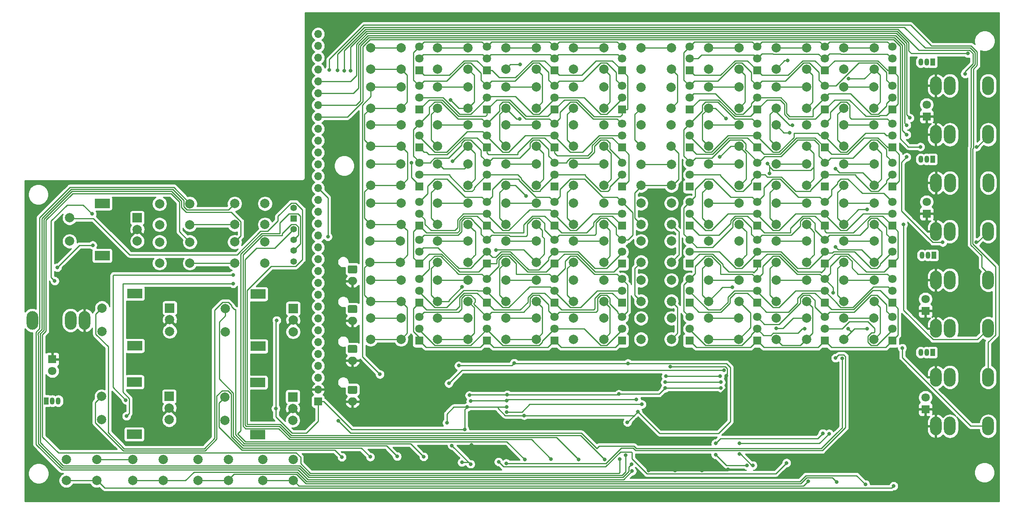
<source format=gbr>
%TF.GenerationSoftware,KiCad,Pcbnew,(5.1.10)-1*%
%TF.CreationDate,2021-10-30T12:18:13-04:00*%
%TF.ProjectId,Control Board,436f6e74-726f-46c2-9042-6f6172642e6b,rev?*%
%TF.SameCoordinates,Original*%
%TF.FileFunction,Copper,L2,Bot*%
%TF.FilePolarity,Positive*%
%FSLAX46Y46*%
G04 Gerber Fmt 4.6, Leading zero omitted, Abs format (unit mm)*
G04 Created by KiCad (PCBNEW (5.1.10)-1) date 2021-10-30 12:18:13*
%MOMM*%
%LPD*%
G01*
G04 APERTURE LIST*
%TA.AperFunction,ComponentPad*%
%ADD10C,2.000000*%
%TD*%
%TA.AperFunction,ComponentPad*%
%ADD11R,1.800000X1.800000*%
%TD*%
%TA.AperFunction,ComponentPad*%
%ADD12C,1.800000*%
%TD*%
%TA.AperFunction,ComponentPad*%
%ADD13O,2.000000X1.700000*%
%TD*%
%TA.AperFunction,ComponentPad*%
%ADD14R,1.700000X1.700000*%
%TD*%
%TA.AperFunction,ComponentPad*%
%ADD15O,1.700000X1.700000*%
%TD*%
%TA.AperFunction,ComponentPad*%
%ADD16O,1.050000X1.500000*%
%TD*%
%TA.AperFunction,ComponentPad*%
%ADD17R,1.050000X1.500000*%
%TD*%
%TA.AperFunction,ComponentPad*%
%ADD18R,1.400000X1.400000*%
%TD*%
%TA.AperFunction,ComponentPad*%
%ADD19C,1.400000*%
%TD*%
%TA.AperFunction,ComponentPad*%
%ADD20R,3.200000X2.000000*%
%TD*%
%TA.AperFunction,ComponentPad*%
%ADD21R,2.000000X2.000000*%
%TD*%
%TA.AperFunction,ComponentPad*%
%ADD22O,2.500000X4.000000*%
%TD*%
%TA.AperFunction,ViaPad*%
%ADD23C,0.800000*%
%TD*%
%TA.AperFunction,Conductor*%
%ADD24C,0.250000*%
%TD*%
%TA.AperFunction,Conductor*%
%ADD25C,0.254000*%
%TD*%
%TA.AperFunction,Conductor*%
%ADD26C,0.100000*%
%TD*%
G04 APERTURE END LIST*
D10*
%TO.P,SW16,1*%
%TO.N,Net-(R24-Pad1)*%
X122051800Y-91033600D03*
%TO.P,SW16,2*%
%TO.N,Net-(R26-Pad1)*%
X122051800Y-95533600D03*
%TO.P,SW16,1*%
%TO.N,Net-(R24-Pad1)*%
X128551800Y-91033600D03*
%TO.P,SW16,2*%
%TO.N,Net-(R26-Pad1)*%
X128551800Y-95533600D03*
%TD*%
%TO.P,SW49,1*%
%TO.N,Net-(R17-Pad1)*%
X194591800Y-33121600D03*
%TO.P,SW49,2*%
%TO.N,Net-(R31-Pad1)*%
X194591800Y-37621600D03*
%TO.P,SW49,1*%
%TO.N,Net-(R17-Pad1)*%
X201091800Y-33121600D03*
%TO.P,SW49,2*%
%TO.N,Net-(R31-Pad1)*%
X201091800Y-37621600D03*
%TD*%
%TO.P,SW58,1*%
%TO.N,Net-(R18-Pad1)*%
X209044400Y-41503600D03*
%TO.P,SW58,2*%
%TO.N,Net-(R32-Pad1)*%
X209044400Y-46003600D03*
%TO.P,SW58,1*%
%TO.N,Net-(R18-Pad1)*%
X215544400Y-41503600D03*
%TO.P,SW58,2*%
%TO.N,Net-(R32-Pad1)*%
X215544400Y-46003600D03*
%TD*%
%TO.P,SW10,2*%
%TO.N,Net-(R26-Pad1)*%
X128551800Y-46003600D03*
%TO.P,SW10,1*%
%TO.N,Net-(R18-Pad1)*%
X128551800Y-41503600D03*
%TO.P,SW10,2*%
%TO.N,Net-(R26-Pad1)*%
X122051800Y-46003600D03*
%TO.P,SW10,1*%
%TO.N,Net-(R18-Pad1)*%
X122051800Y-41503600D03*
%TD*%
%TO.P,SW13,2*%
%TO.N,Net-(R26-Pad1)*%
X128551800Y-70895600D03*
%TO.P,SW13,1*%
%TO.N,Net-(R21-Pad1)*%
X128551800Y-66395600D03*
%TO.P,SW13,2*%
%TO.N,Net-(R26-Pad1)*%
X122051800Y-70895600D03*
%TO.P,SW13,1*%
%TO.N,Net-(R21-Pad1)*%
X122051800Y-66395600D03*
%TD*%
D11*
%TO.P,D45,1*%
%TO.N,Net-(D13-Pad1)*%
X147091400Y-71221600D03*
D12*
%TO.P,D45,2*%
%TO.N,Net-(D13-Pad2)*%
X147091400Y-68681600D03*
%TO.P,D45,3*%
%TO.N,Net-(D13-Pad3)*%
X147091400Y-66141600D03*
%TD*%
D10*
%TO.P,SW25,2*%
%TO.N,Net-(R28-Pad1)*%
X157657800Y-37621600D03*
%TO.P,SW25,1*%
%TO.N,Net-(R17-Pad1)*%
X157657800Y-33121600D03*
%TO.P,SW25,2*%
%TO.N,Net-(R28-Pad1)*%
X151157800Y-37621600D03*
%TO.P,SW25,1*%
%TO.N,Net-(R17-Pad1)*%
X151157800Y-33121600D03*
%TD*%
D11*
%TO.P,D1,1*%
%TO.N,Net-(D1-Pad1)*%
X176047400Y-37947600D03*
D12*
%TO.P,D1,2*%
%TO.N,Net-(D1-Pad2)*%
X176047400Y-35407600D03*
%TO.P,D1,3*%
%TO.N,Net-(D1-Pad3)*%
X176047400Y-32867600D03*
%TD*%
D11*
%TO.P,D2,1*%
%TO.N,Net-(D1-Pad1)*%
X176047400Y-46329600D03*
D12*
%TO.P,D2,2*%
%TO.N,Net-(D18-Pad2)*%
X176047400Y-43789600D03*
%TO.P,D2,3*%
%TO.N,Net-(D1-Pad3)*%
X176047400Y-41249600D03*
%TD*%
%TO.P,D3,3*%
%TO.N,Net-(D19-Pad3)*%
X176047400Y-49377600D03*
%TO.P,D3,2*%
%TO.N,Net-(D19-Pad2)*%
X176047400Y-51917600D03*
D11*
%TO.P,D3,1*%
%TO.N,Net-(D19-Pad1)*%
X176047400Y-54457600D03*
%TD*%
%TO.P,D4,1*%
%TO.N,Net-(D19-Pad1)*%
X176047400Y-62839600D03*
D12*
%TO.P,D4,2*%
%TO.N,Net-(D20-Pad2)*%
X176047400Y-60299600D03*
%TO.P,D4,3*%
%TO.N,Net-(D19-Pad3)*%
X176047400Y-57759600D03*
%TD*%
%TO.P,D5,3*%
%TO.N,Net-(D21-Pad3)*%
X176047400Y-66141600D03*
%TO.P,D5,2*%
%TO.N,Net-(D21-Pad2)*%
X176047400Y-68681600D03*
D11*
%TO.P,D5,1*%
%TO.N,Net-(D21-Pad1)*%
X176047400Y-71221600D03*
%TD*%
%TO.P,D6,1*%
%TO.N,Net-(D21-Pad1)*%
X176047400Y-79349600D03*
D12*
%TO.P,D6,2*%
%TO.N,Net-(D22-Pad2)*%
X176047400Y-76809600D03*
%TO.P,D6,3*%
%TO.N,Net-(D21-Pad3)*%
X176047400Y-74269600D03*
%TD*%
%TO.P,D7,3*%
%TO.N,Net-(D23-Pad3)*%
X176047400Y-82651600D03*
%TO.P,D7,2*%
%TO.N,Net-(D23-Pad2)*%
X176047400Y-85191600D03*
D11*
%TO.P,D7,1*%
%TO.N,Net-(D23-Pad1)*%
X176047400Y-87731600D03*
%TD*%
%TO.P,D8,1*%
%TO.N,Net-(D23-Pad1)*%
X176047400Y-95859600D03*
D12*
%TO.P,D8,2*%
%TO.N,Net-(D24-Pad2)*%
X176047400Y-93319600D03*
%TO.P,D8,3*%
%TO.N,Net-(D23-Pad3)*%
X176047400Y-90779600D03*
%TD*%
%TO.P,D9,3*%
%TO.N,Net-(D10-Pad3)*%
X118135400Y-32867600D03*
%TO.P,D9,2*%
%TO.N,Net-(D25-Pad2)*%
X118135400Y-35407600D03*
D11*
%TO.P,D9,1*%
%TO.N,Net-(D10-Pad1)*%
X118135400Y-37947600D03*
%TD*%
D12*
%TO.P,D10,3*%
%TO.N,Net-(D10-Pad3)*%
X118135400Y-41249600D03*
%TO.P,D10,2*%
%TO.N,Net-(D10-Pad2)*%
X118135400Y-43789600D03*
D11*
%TO.P,D10,1*%
%TO.N,Net-(D10-Pad1)*%
X118135400Y-46329600D03*
%TD*%
%TO.P,D11,1*%
%TO.N,Net-(D11-Pad1)*%
X118135400Y-54457600D03*
D12*
%TO.P,D11,2*%
%TO.N,Net-(D11-Pad2)*%
X118135400Y-51917600D03*
%TO.P,D11,3*%
%TO.N,Net-(D11-Pad3)*%
X118135400Y-49377600D03*
%TD*%
%TO.P,D12,3*%
%TO.N,Net-(D11-Pad3)*%
X118135400Y-57759600D03*
%TO.P,D12,2*%
%TO.N,Net-(D12-Pad2)*%
X118135400Y-60299600D03*
D11*
%TO.P,D12,1*%
%TO.N,Net-(D11-Pad1)*%
X118135400Y-62839600D03*
%TD*%
%TO.P,D13,1*%
%TO.N,Net-(D13-Pad1)*%
X118135400Y-71221600D03*
D12*
%TO.P,D13,2*%
%TO.N,Net-(D13-Pad2)*%
X118135400Y-68681600D03*
%TO.P,D13,3*%
%TO.N,Net-(D13-Pad3)*%
X118135400Y-66141600D03*
%TD*%
%TO.P,D14,3*%
%TO.N,Net-(D13-Pad3)*%
X118135400Y-74269600D03*
%TO.P,D14,2*%
%TO.N,Net-(D14-Pad2)*%
X118135400Y-76809600D03*
D11*
%TO.P,D14,1*%
%TO.N,Net-(D13-Pad1)*%
X118135400Y-79349600D03*
%TD*%
%TO.P,D15,1*%
%TO.N,Net-(D15-Pad1)*%
X118135400Y-87731600D03*
D12*
%TO.P,D15,2*%
%TO.N,Net-(D15-Pad2)*%
X118135400Y-85191600D03*
%TO.P,D15,3*%
%TO.N,Net-(D15-Pad3)*%
X118135400Y-82651600D03*
%TD*%
%TO.P,D16,3*%
%TO.N,Net-(D15-Pad3)*%
X118135400Y-90779600D03*
%TO.P,D16,2*%
%TO.N,Net-(D16-Pad2)*%
X118135400Y-93319600D03*
D11*
%TO.P,D16,1*%
%TO.N,Net-(D15-Pad1)*%
X118135400Y-95859600D03*
%TD*%
D12*
%TO.P,D17,3*%
%TO.N,Net-(D1-Pad3)*%
X190525400Y-32867600D03*
%TO.P,D17,2*%
%TO.N,Net-(D1-Pad2)*%
X190525400Y-35407600D03*
D11*
%TO.P,D17,1*%
%TO.N,Net-(D1-Pad1)*%
X190525400Y-37947600D03*
%TD*%
%TO.P,D18,1*%
%TO.N,Net-(D1-Pad1)*%
X190525400Y-46329600D03*
D12*
%TO.P,D18,2*%
%TO.N,Net-(D18-Pad2)*%
X190525400Y-43789600D03*
%TO.P,D18,3*%
%TO.N,Net-(D1-Pad3)*%
X190525400Y-41249600D03*
%TD*%
D11*
%TO.P,D19,1*%
%TO.N,Net-(D19-Pad1)*%
X190525400Y-54457600D03*
D12*
%TO.P,D19,2*%
%TO.N,Net-(D19-Pad2)*%
X190525400Y-51917600D03*
%TO.P,D19,3*%
%TO.N,Net-(D19-Pad3)*%
X190525400Y-49377600D03*
%TD*%
%TO.P,D20,3*%
%TO.N,Net-(D19-Pad3)*%
X190525400Y-57759600D03*
%TO.P,D20,2*%
%TO.N,Net-(D20-Pad2)*%
X190525400Y-60299600D03*
D11*
%TO.P,D20,1*%
%TO.N,Net-(D19-Pad1)*%
X190525400Y-62839600D03*
%TD*%
D12*
%TO.P,D21,3*%
%TO.N,Net-(D21-Pad3)*%
X190525400Y-66141600D03*
%TO.P,D21,2*%
%TO.N,Net-(D21-Pad2)*%
X190525400Y-68681600D03*
D11*
%TO.P,D21,1*%
%TO.N,Net-(D21-Pad1)*%
X190525400Y-71221600D03*
%TD*%
%TO.P,D22,1*%
%TO.N,Net-(D21-Pad1)*%
X190525400Y-79349600D03*
D12*
%TO.P,D22,2*%
%TO.N,Net-(D22-Pad2)*%
X190525400Y-76809600D03*
%TO.P,D22,3*%
%TO.N,Net-(D21-Pad3)*%
X190525400Y-74269600D03*
%TD*%
%TO.P,D23,3*%
%TO.N,Net-(D23-Pad3)*%
X190525400Y-82651600D03*
%TO.P,D23,2*%
%TO.N,Net-(D23-Pad2)*%
X190525400Y-85191600D03*
D11*
%TO.P,D23,1*%
%TO.N,Net-(D23-Pad1)*%
X190525400Y-87731600D03*
%TD*%
%TO.P,D24,1*%
%TO.N,Net-(D23-Pad1)*%
X190525400Y-95859600D03*
D12*
%TO.P,D24,2*%
%TO.N,Net-(D24-Pad2)*%
X190525400Y-93319600D03*
%TO.P,D24,3*%
%TO.N,Net-(D23-Pad3)*%
X190525400Y-90779600D03*
%TD*%
%TO.P,D25,3*%
%TO.N,Net-(D10-Pad3)*%
X132613400Y-32867600D03*
%TO.P,D25,2*%
%TO.N,Net-(D25-Pad2)*%
X132613400Y-35407600D03*
D11*
%TO.P,D25,1*%
%TO.N,Net-(D10-Pad1)*%
X132613400Y-37947600D03*
%TD*%
%TO.P,D26,1*%
%TO.N,Net-(D10-Pad1)*%
X132613400Y-46329600D03*
D12*
%TO.P,D26,2*%
%TO.N,Net-(D10-Pad2)*%
X132613400Y-43789600D03*
%TO.P,D26,3*%
%TO.N,Net-(D10-Pad3)*%
X132613400Y-41249600D03*
%TD*%
%TO.P,D27,3*%
%TO.N,Net-(D11-Pad3)*%
X132613400Y-49377600D03*
%TO.P,D27,2*%
%TO.N,Net-(D11-Pad2)*%
X132613400Y-51917600D03*
D11*
%TO.P,D27,1*%
%TO.N,Net-(D11-Pad1)*%
X132613400Y-54457600D03*
%TD*%
%TO.P,D28,1*%
%TO.N,Net-(D11-Pad1)*%
X132613400Y-62839600D03*
D12*
%TO.P,D28,2*%
%TO.N,Net-(D12-Pad2)*%
X132613400Y-60299600D03*
%TO.P,D28,3*%
%TO.N,Net-(D11-Pad3)*%
X132613400Y-57759600D03*
%TD*%
D11*
%TO.P,D29,1*%
%TO.N,Net-(D13-Pad1)*%
X132613400Y-71221600D03*
D12*
%TO.P,D29,2*%
%TO.N,Net-(D13-Pad2)*%
X132613400Y-68681600D03*
%TO.P,D29,3*%
%TO.N,Net-(D13-Pad3)*%
X132613400Y-66141600D03*
%TD*%
%TO.P,D30,3*%
%TO.N,Net-(D13-Pad3)*%
X132613400Y-74269600D03*
%TO.P,D30,2*%
%TO.N,Net-(D14-Pad2)*%
X132613400Y-76809600D03*
D11*
%TO.P,D30,1*%
%TO.N,Net-(D13-Pad1)*%
X132613400Y-79349600D03*
%TD*%
%TO.P,D31,1*%
%TO.N,Net-(D15-Pad1)*%
X132613400Y-87731600D03*
D12*
%TO.P,D31,2*%
%TO.N,Net-(D15-Pad2)*%
X132613400Y-85191600D03*
%TO.P,D31,3*%
%TO.N,Net-(D15-Pad3)*%
X132613400Y-82651600D03*
%TD*%
%TO.P,D32,3*%
%TO.N,Net-(D15-Pad3)*%
X132613400Y-90779600D03*
%TO.P,D32,2*%
%TO.N,Net-(D16-Pad2)*%
X132613400Y-93319600D03*
D11*
%TO.P,D32,1*%
%TO.N,Net-(D15-Pad1)*%
X132613400Y-95859600D03*
%TD*%
D12*
%TO.P,D33,3*%
%TO.N,Net-(D1-Pad3)*%
X205003400Y-32867600D03*
%TO.P,D33,2*%
%TO.N,Net-(D1-Pad2)*%
X205003400Y-35407600D03*
D11*
%TO.P,D33,1*%
%TO.N,Net-(D1-Pad1)*%
X205003400Y-37947600D03*
%TD*%
%TO.P,D34,1*%
%TO.N,Net-(D1-Pad1)*%
X205003400Y-46329600D03*
D12*
%TO.P,D34,2*%
%TO.N,Net-(D18-Pad2)*%
X205003400Y-43789600D03*
%TO.P,D34,3*%
%TO.N,Net-(D1-Pad3)*%
X205003400Y-41249600D03*
%TD*%
%TO.P,D35,3*%
%TO.N,Net-(D19-Pad3)*%
X205003400Y-49377600D03*
%TO.P,D35,2*%
%TO.N,Net-(D19-Pad2)*%
X205003400Y-51917600D03*
D11*
%TO.P,D35,1*%
%TO.N,Net-(D19-Pad1)*%
X205003400Y-54457600D03*
%TD*%
%TO.P,D36,1*%
%TO.N,Net-(D19-Pad1)*%
X205003400Y-62839600D03*
D12*
%TO.P,D36,2*%
%TO.N,Net-(D20-Pad2)*%
X205003400Y-60299600D03*
%TO.P,D36,3*%
%TO.N,Net-(D19-Pad3)*%
X205003400Y-57759600D03*
%TD*%
%TO.P,D37,3*%
%TO.N,Net-(D21-Pad3)*%
X205003400Y-66141600D03*
%TO.P,D37,2*%
%TO.N,Net-(D21-Pad2)*%
X205003400Y-68681600D03*
D11*
%TO.P,D37,1*%
%TO.N,Net-(D21-Pad1)*%
X205003400Y-71221600D03*
%TD*%
%TO.P,D38,1*%
%TO.N,Net-(D21-Pad1)*%
X205003400Y-79349600D03*
D12*
%TO.P,D38,2*%
%TO.N,Net-(D22-Pad2)*%
X205003400Y-76809600D03*
%TO.P,D38,3*%
%TO.N,Net-(D21-Pad3)*%
X205003400Y-74269600D03*
%TD*%
%TO.P,D39,3*%
%TO.N,Net-(D23-Pad3)*%
X205003400Y-82651600D03*
%TO.P,D39,2*%
%TO.N,Net-(D23-Pad2)*%
X205003400Y-85191600D03*
D11*
%TO.P,D39,1*%
%TO.N,Net-(D23-Pad1)*%
X205003400Y-87731600D03*
%TD*%
D12*
%TO.P,D40,3*%
%TO.N,Net-(D23-Pad3)*%
X205003400Y-90779600D03*
%TO.P,D40,2*%
%TO.N,Net-(D24-Pad2)*%
X205003400Y-93319600D03*
D11*
%TO.P,D40,1*%
%TO.N,Net-(D23-Pad1)*%
X205003400Y-95859600D03*
%TD*%
D12*
%TO.P,D41,3*%
%TO.N,Net-(D10-Pad3)*%
X147091400Y-32867600D03*
%TO.P,D41,2*%
%TO.N,Net-(D25-Pad2)*%
X147091400Y-35407600D03*
D11*
%TO.P,D41,1*%
%TO.N,Net-(D10-Pad1)*%
X147091400Y-37947600D03*
%TD*%
%TO.P,D42,1*%
%TO.N,Net-(D10-Pad1)*%
X147091400Y-46329600D03*
D12*
%TO.P,D42,2*%
%TO.N,Net-(D10-Pad2)*%
X147091400Y-43789600D03*
%TO.P,D42,3*%
%TO.N,Net-(D10-Pad3)*%
X147091400Y-41249600D03*
%TD*%
%TO.P,D43,3*%
%TO.N,Net-(D11-Pad3)*%
X147091400Y-49377600D03*
%TO.P,D43,2*%
%TO.N,Net-(D11-Pad2)*%
X147091400Y-51917600D03*
D11*
%TO.P,D43,1*%
%TO.N,Net-(D11-Pad1)*%
X147091400Y-54457600D03*
%TD*%
%TO.P,D44,1*%
%TO.N,Net-(D11-Pad1)*%
X147091400Y-62839600D03*
D12*
%TO.P,D44,2*%
%TO.N,Net-(D12-Pad2)*%
X147091400Y-60299600D03*
%TO.P,D44,3*%
%TO.N,Net-(D11-Pad3)*%
X147091400Y-57759600D03*
%TD*%
%TO.P,D46,3*%
%TO.N,Net-(D13-Pad3)*%
X147091400Y-74269600D03*
%TO.P,D46,2*%
%TO.N,Net-(D14-Pad2)*%
X147091400Y-76809600D03*
D11*
%TO.P,D46,1*%
%TO.N,Net-(D13-Pad1)*%
X147091400Y-79349600D03*
%TD*%
%TO.P,D47,1*%
%TO.N,Net-(D15-Pad1)*%
X147091400Y-87731600D03*
D12*
%TO.P,D47,2*%
%TO.N,Net-(D15-Pad2)*%
X147091400Y-85191600D03*
%TO.P,D47,3*%
%TO.N,Net-(D15-Pad3)*%
X147091400Y-82651600D03*
%TD*%
%TO.P,D48,3*%
%TO.N,Net-(D15-Pad3)*%
X147091400Y-90779600D03*
%TO.P,D48,2*%
%TO.N,Net-(D16-Pad2)*%
X147091400Y-93319600D03*
D11*
%TO.P,D48,1*%
%TO.N,Net-(D15-Pad1)*%
X147091400Y-95859600D03*
%TD*%
D12*
%TO.P,D49,3*%
%TO.N,Net-(D1-Pad3)*%
X219481400Y-32867600D03*
%TO.P,D49,2*%
%TO.N,Net-(D1-Pad2)*%
X219481400Y-35407600D03*
D11*
%TO.P,D49,1*%
%TO.N,Net-(D1-Pad1)*%
X219481400Y-37947600D03*
%TD*%
%TO.P,D50,1*%
%TO.N,Net-(D1-Pad1)*%
X219481400Y-46329600D03*
D12*
%TO.P,D50,2*%
%TO.N,Net-(D18-Pad2)*%
X219481400Y-43789600D03*
%TO.P,D50,3*%
%TO.N,Net-(D1-Pad3)*%
X219481400Y-41249600D03*
%TD*%
%TO.P,D51,3*%
%TO.N,Net-(D19-Pad3)*%
X219481400Y-49377600D03*
%TO.P,D51,2*%
%TO.N,Net-(D19-Pad2)*%
X219481400Y-51917600D03*
D11*
%TO.P,D51,1*%
%TO.N,Net-(D19-Pad1)*%
X219481400Y-54457600D03*
%TD*%
%TO.P,D52,1*%
%TO.N,Net-(D19-Pad1)*%
X219481400Y-62839600D03*
D12*
%TO.P,D52,2*%
%TO.N,Net-(D20-Pad2)*%
X219481400Y-60299600D03*
%TO.P,D52,3*%
%TO.N,Net-(D19-Pad3)*%
X219481400Y-57759600D03*
%TD*%
%TO.P,D53,3*%
%TO.N,Net-(D21-Pad3)*%
X219481400Y-66141600D03*
%TO.P,D53,2*%
%TO.N,Net-(D21-Pad2)*%
X219481400Y-68681600D03*
D11*
%TO.P,D53,1*%
%TO.N,Net-(D21-Pad1)*%
X219481400Y-71221600D03*
%TD*%
%TO.P,D54,1*%
%TO.N,Net-(D21-Pad1)*%
X219481400Y-79349600D03*
D12*
%TO.P,D54,2*%
%TO.N,Net-(D22-Pad2)*%
X219481400Y-76809600D03*
%TO.P,D54,3*%
%TO.N,Net-(D21-Pad3)*%
X219481400Y-74269600D03*
%TD*%
%TO.P,D55,3*%
%TO.N,Net-(D23-Pad3)*%
X219481400Y-82651600D03*
%TO.P,D55,2*%
%TO.N,Net-(D23-Pad2)*%
X219481400Y-85191600D03*
D11*
%TO.P,D55,1*%
%TO.N,Net-(D23-Pad1)*%
X219481400Y-87731600D03*
%TD*%
%TO.P,D56,1*%
%TO.N,Net-(D23-Pad1)*%
X219481400Y-95859600D03*
D12*
%TO.P,D56,2*%
%TO.N,Net-(D24-Pad2)*%
X219481400Y-93319600D03*
%TO.P,D56,3*%
%TO.N,Net-(D23-Pad3)*%
X219481400Y-90779600D03*
%TD*%
%TO.P,D57,3*%
%TO.N,Net-(D10-Pad3)*%
X161569400Y-32867600D03*
%TO.P,D57,2*%
%TO.N,Net-(D25-Pad2)*%
X161569400Y-35407600D03*
D11*
%TO.P,D57,1*%
%TO.N,Net-(D10-Pad1)*%
X161569400Y-37947600D03*
%TD*%
%TO.P,D58,1*%
%TO.N,Net-(D10-Pad1)*%
X161569400Y-46329600D03*
D12*
%TO.P,D58,2*%
%TO.N,Net-(D10-Pad2)*%
X161569400Y-43789600D03*
%TO.P,D58,3*%
%TO.N,Net-(D10-Pad3)*%
X161569400Y-41249600D03*
%TD*%
%TO.P,D59,3*%
%TO.N,Net-(D11-Pad3)*%
X161569400Y-49377600D03*
%TO.P,D59,2*%
%TO.N,Net-(D11-Pad2)*%
X161569400Y-51917600D03*
D11*
%TO.P,D59,1*%
%TO.N,Net-(D11-Pad1)*%
X161569400Y-54457600D03*
%TD*%
%TO.P,D60,1*%
%TO.N,Net-(D11-Pad1)*%
X161569400Y-62839600D03*
D12*
%TO.P,D60,2*%
%TO.N,Net-(D12-Pad2)*%
X161569400Y-60299600D03*
%TO.P,D60,3*%
%TO.N,Net-(D11-Pad3)*%
X161569400Y-57759600D03*
%TD*%
D11*
%TO.P,D61,1*%
%TO.N,Net-(D13-Pad1)*%
X161569400Y-71221600D03*
D12*
%TO.P,D61,2*%
%TO.N,Net-(D13-Pad2)*%
X161569400Y-68681600D03*
%TO.P,D61,3*%
%TO.N,Net-(D13-Pad3)*%
X161569400Y-66141600D03*
%TD*%
%TO.P,D62,3*%
%TO.N,Net-(D13-Pad3)*%
X161569400Y-74269600D03*
%TO.P,D62,2*%
%TO.N,Net-(D14-Pad2)*%
X161569400Y-76809600D03*
D11*
%TO.P,D62,1*%
%TO.N,Net-(D13-Pad1)*%
X161569400Y-79349600D03*
%TD*%
%TO.P,D63,1*%
%TO.N,Net-(D15-Pad1)*%
X161569400Y-87731600D03*
D12*
%TO.P,D63,2*%
%TO.N,Net-(D15-Pad2)*%
X161569400Y-85191600D03*
%TO.P,D63,3*%
%TO.N,Net-(D15-Pad3)*%
X161569400Y-82651600D03*
%TD*%
D11*
%TO.P,D64,1*%
%TO.N,Net-(D15-Pad1)*%
X161569400Y-95859600D03*
D12*
%TO.P,D64,2*%
%TO.N,Net-(D16-Pad2)*%
X161569400Y-93319600D03*
%TO.P,D64,3*%
%TO.N,Net-(D15-Pad3)*%
X161569400Y-90779600D03*
%TD*%
D11*
%TO.P,D65,1*%
%TO.N,GND*%
X39522400Y-99822000D03*
D12*
%TO.P,D65,2*%
%TO.N,Net-(D65-Pad2)*%
X39522400Y-102362000D03*
%TD*%
D11*
%TO.P,D66,1*%
%TO.N,GND*%
X226822000Y-47815500D03*
D12*
%TO.P,D66,2*%
%TO.N,Net-(D66-Pad2)*%
X226822000Y-45275500D03*
%TD*%
%TO.P,D67,2*%
%TO.N,Net-(D67-Pad2)*%
X226822000Y-66103500D03*
D11*
%TO.P,D67,1*%
%TO.N,GND*%
X226822000Y-68643500D03*
%TD*%
%TO.P,D68,1*%
%TO.N,GND*%
X226568000Y-89471500D03*
D12*
%TO.P,D68,2*%
%TO.N,Net-(D68-Pad2)*%
X226568000Y-86931500D03*
%TD*%
%TO.P,D69,2*%
%TO.N,Net-(D69-Pad2)*%
X226568000Y-108013500D03*
D11*
%TO.P,D69,1*%
%TO.N,GND*%
X226568000Y-110553500D03*
%TD*%
D13*
%TO.P,J1,2*%
%TO.N,GND*%
X103835200Y-83068800D03*
%TO.P,J1,1*%
%TO.N,Net-(J1-Pad1)*%
%TA.AperFunction,ComponentPad*%
G36*
G01*
X103085200Y-79718800D02*
X104585200Y-79718800D01*
G75*
G02*
X104835200Y-79968800I0J-250000D01*
G01*
X104835200Y-81168800D01*
G75*
G02*
X104585200Y-81418800I-250000J0D01*
G01*
X103085200Y-81418800D01*
G75*
G02*
X102835200Y-81168800I0J250000D01*
G01*
X102835200Y-79968800D01*
G75*
G02*
X103085200Y-79718800I250000J0D01*
G01*
G37*
%TD.AperFunction*%
%TD*%
%TO.P,J2,1*%
%TO.N,Net-(J2-Pad1)*%
%TA.AperFunction,ComponentPad*%
G36*
G01*
X103085200Y-88242400D02*
X104585200Y-88242400D01*
G75*
G02*
X104835200Y-88492400I0J-250000D01*
G01*
X104835200Y-89692400D01*
G75*
G02*
X104585200Y-89942400I-250000J0D01*
G01*
X103085200Y-89942400D01*
G75*
G02*
X102835200Y-89692400I0J250000D01*
G01*
X102835200Y-88492400D01*
G75*
G02*
X103085200Y-88242400I250000J0D01*
G01*
G37*
%TD.AperFunction*%
%TO.P,J2,2*%
%TO.N,GND*%
X103835200Y-91592400D03*
%TD*%
%TO.P,J3,2*%
%TO.N,GND*%
X103835200Y-100126800D03*
%TO.P,J3,1*%
%TO.N,Net-(J3-Pad1)*%
%TA.AperFunction,ComponentPad*%
G36*
G01*
X103085200Y-96776800D02*
X104585200Y-96776800D01*
G75*
G02*
X104835200Y-97026800I0J-250000D01*
G01*
X104835200Y-98226800D01*
G75*
G02*
X104585200Y-98476800I-250000J0D01*
G01*
X103085200Y-98476800D01*
G75*
G02*
X102835200Y-98226800I0J250000D01*
G01*
X102835200Y-97026800D01*
G75*
G02*
X103085200Y-96776800I250000J0D01*
G01*
G37*
%TD.AperFunction*%
%TD*%
%TO.P,J4,1*%
%TO.N,Net-(J4-Pad1)*%
%TA.AperFunction,ComponentPad*%
G36*
G01*
X103085200Y-105525200D02*
X104585200Y-105525200D01*
G75*
G02*
X104835200Y-105775200I0J-250000D01*
G01*
X104835200Y-106975200D01*
G75*
G02*
X104585200Y-107225200I-250000J0D01*
G01*
X103085200Y-107225200D01*
G75*
G02*
X102835200Y-106975200I0J250000D01*
G01*
X102835200Y-105775200D01*
G75*
G02*
X103085200Y-105525200I250000J0D01*
G01*
G37*
%TD.AperFunction*%
%TO.P,J4,2*%
%TO.N,GND*%
X103835200Y-108875200D03*
%TD*%
D14*
%TO.P,J5,1*%
%TO.N,Net-(C11-Pad2)*%
X96469200Y-108864400D03*
D15*
%TO.P,J5,2*%
%TO.N,GND*%
X96469200Y-106324400D03*
%TO.P,J5,3*%
%TO.N,Net-(C1-Pad1)*%
X96469200Y-103784400D03*
%TO.P,J5,4*%
%TO.N,Net-(C2-Pad1)*%
X96469200Y-101244400D03*
%TO.P,J5,5*%
%TO.N,Net-(C3-Pad1)*%
X96469200Y-98704400D03*
%TO.P,J5,6*%
%TO.N,Net-(C4-Pad1)*%
X96469200Y-96164400D03*
%TO.P,J5,7*%
%TO.N,Net-(C5-Pad1)*%
X96469200Y-93624400D03*
%TO.P,J5,8*%
%TO.N,Net-(C6-Pad1)*%
X96469200Y-91084400D03*
%TO.P,J5,9*%
%TO.N,Net-(C7-Pad1)*%
X96469200Y-88544400D03*
%TO.P,J5,10*%
%TO.N,Net-(C8-Pad1)*%
X96469200Y-86004400D03*
%TO.P,J5,11*%
%TO.N,Net-(C9-Pad1)*%
X96469200Y-83464400D03*
%TO.P,J5,12*%
%TO.N,Net-(C10-Pad1)*%
X96469200Y-80924400D03*
%TO.P,J5,13*%
%TO.N,Net-(J5-Pad13)*%
X96469200Y-78384400D03*
%TO.P,J5,14*%
%TO.N,Net-(J5-Pad14)*%
X96469200Y-75844400D03*
%TO.P,J5,15*%
%TO.N,Net-(J5-Pad15)*%
X96469200Y-73304400D03*
%TO.P,J5,16*%
%TO.N,Net-(J5-Pad16)*%
X96469200Y-70764400D03*
%TO.P,J5,17*%
%TO.N,Net-(J5-Pad17)*%
X96469200Y-68224400D03*
%TO.P,J5,18*%
%TO.N,Net-(J5-Pad18)*%
X96469200Y-65684400D03*
%TO.P,J5,19*%
%TO.N,Net-(J5-Pad19)*%
X96469200Y-63144400D03*
%TO.P,J5,20*%
%TO.N,Net-(J5-Pad20)*%
X96469200Y-60604400D03*
%TO.P,J5,21*%
%TO.N,Net-(J5-Pad21)*%
X96469200Y-58064400D03*
%TO.P,J5,22*%
%TO.N,Net-(J5-Pad22)*%
X96469200Y-55524400D03*
%TO.P,J5,23*%
%TO.N,Net-(J5-Pad23)*%
X96469200Y-52984400D03*
%TO.P,J5,24*%
%TO.N,Net-(J5-Pad24)*%
X96469200Y-50444400D03*
%TO.P,J5,25*%
%TO.N,Net-(J5-Pad25)*%
X96469200Y-47904400D03*
%TO.P,J5,26*%
%TO.N,Net-(J5-Pad26)*%
X96469200Y-45364400D03*
%TO.P,J5,27*%
%TO.N,Net-(J5-Pad27)*%
X96469200Y-42824400D03*
%TO.P,J5,28*%
%TO.N,Net-(J5-Pad28)*%
X96469200Y-40284400D03*
%TO.P,J5,29*%
%TO.N,Net-(J4-Pad1)*%
X96469200Y-37744400D03*
%TO.P,J5,30*%
%TO.N,Net-(J3-Pad1)*%
X96469200Y-35204400D03*
%TO.P,J5,31*%
%TO.N,Net-(J2-Pad1)*%
X96469200Y-32664400D03*
%TO.P,J5,32*%
%TO.N,Net-(J1-Pad1)*%
X96469200Y-30124400D03*
%TD*%
D16*
%TO.P,Q1,2*%
%TO.N,Net-(Q1-Pad2)*%
X39522400Y-108762800D03*
%TO.P,Q1,3*%
%TO.N,Net-(D65-Pad2)*%
X40792400Y-108762800D03*
D17*
%TO.P,Q1,1*%
%TO.N,Net-(Q1-Pad1)*%
X38252400Y-108762800D03*
%TD*%
%TO.P,Q2,1*%
%TO.N,Net-(Q2-Pad1)*%
X228092000Y-36131500D03*
D16*
%TO.P,Q2,3*%
%TO.N,Net-(D66-Pad2)*%
X225552000Y-36131500D03*
%TO.P,Q2,2*%
%TO.N,Net-(Q2-Pad2)*%
X226822000Y-36131500D03*
%TD*%
%TO.P,Q3,2*%
%TO.N,Net-(Q3-Pad2)*%
X226822000Y-56959500D03*
%TO.P,Q3,3*%
%TO.N,Net-(D67-Pad2)*%
X225552000Y-56959500D03*
D17*
%TO.P,Q3,1*%
%TO.N,Net-(Q3-Pad1)*%
X228092000Y-56959500D03*
%TD*%
D16*
%TO.P,Q4,2*%
%TO.N,Net-(Q4-Pad2)*%
X227076000Y-77533500D03*
%TO.P,Q4,3*%
%TO.N,Net-(D68-Pad2)*%
X225806000Y-77533500D03*
D17*
%TO.P,Q4,1*%
%TO.N,Net-(Q4-Pad1)*%
X228346000Y-77533500D03*
%TD*%
%TO.P,Q5,1*%
%TO.N,Net-(Q5-Pad1)*%
X228092000Y-98361500D03*
D16*
%TO.P,Q5,3*%
%TO.N,Net-(D69-Pad2)*%
X225552000Y-98361500D03*
%TO.P,Q5,2*%
%TO.N,Net-(Q5-Pad2)*%
X226822000Y-98361500D03*
%TD*%
D18*
%TO.P,S1,1*%
%TO.N,Net-(S1-Pad1)*%
X91186000Y-69659500D03*
D19*
%TO.P,S1,2*%
%TO.N,Net-(R68-Pad1)*%
X91186000Y-71959500D03*
%TO.P,S1,3*%
%TO.N,Net-(R69-Pad1)*%
X91186000Y-74259500D03*
%TO.P,S1,4*%
%TO.N,Net-(R70-Pad1)*%
X91186000Y-76559500D03*
%TO.P,S1,C1*%
%TO.N,Net-(C11-Pad2)*%
X91186000Y-67359500D03*
%TO.P,S1,C2*%
X91186000Y-78859500D03*
%TD*%
D10*
%TO.P,SW1,1*%
%TO.N,Net-(R17-Pad1)*%
X107723800Y-33121600D03*
%TO.P,SW1,2*%
%TO.N,Net-(R25-Pad1)*%
X107723800Y-37621600D03*
%TO.P,SW1,1*%
%TO.N,Net-(R17-Pad1)*%
X114223800Y-33121600D03*
%TO.P,SW1,2*%
%TO.N,Net-(R25-Pad1)*%
X114223800Y-37621600D03*
%TD*%
%TO.P,SW2,1*%
%TO.N,Net-(R18-Pad1)*%
X107723800Y-41503600D03*
%TO.P,SW2,2*%
%TO.N,Net-(R25-Pad1)*%
X107723800Y-46003600D03*
%TO.P,SW2,1*%
%TO.N,Net-(R18-Pad1)*%
X114223800Y-41503600D03*
%TO.P,SW2,2*%
%TO.N,Net-(R25-Pad1)*%
X114223800Y-46003600D03*
%TD*%
%TO.P,SW3,1*%
%TO.N,Net-(R19-Pad1)*%
X107723800Y-49631600D03*
%TO.P,SW3,2*%
%TO.N,Net-(R25-Pad1)*%
X107723800Y-54131600D03*
%TO.P,SW3,1*%
%TO.N,Net-(R19-Pad1)*%
X114223800Y-49631600D03*
%TO.P,SW3,2*%
%TO.N,Net-(R25-Pad1)*%
X114223800Y-54131600D03*
%TD*%
%TO.P,SW4,2*%
%TO.N,Net-(R25-Pad1)*%
X114196000Y-62513600D03*
%TO.P,SW4,1*%
%TO.N,Net-(R20-Pad1)*%
X114196000Y-58013600D03*
%TO.P,SW4,2*%
%TO.N,Net-(R25-Pad1)*%
X107696000Y-62513600D03*
%TO.P,SW4,1*%
%TO.N,Net-(R20-Pad1)*%
X107696000Y-58013600D03*
%TD*%
%TO.P,SW5,2*%
%TO.N,Net-(R25-Pad1)*%
X114223800Y-70895600D03*
%TO.P,SW5,1*%
%TO.N,Net-(R21-Pad1)*%
X114223800Y-66395600D03*
%TO.P,SW5,2*%
%TO.N,Net-(R25-Pad1)*%
X107723800Y-70895600D03*
%TO.P,SW5,1*%
%TO.N,Net-(R21-Pad1)*%
X107723800Y-66395600D03*
%TD*%
%TO.P,SW6,1*%
%TO.N,Net-(R22-Pad1)*%
X107573800Y-74523600D03*
%TO.P,SW6,2*%
%TO.N,Net-(R25-Pad1)*%
X107573800Y-79023600D03*
%TO.P,SW6,1*%
%TO.N,Net-(R22-Pad1)*%
X114073800Y-74523600D03*
%TO.P,SW6,2*%
%TO.N,Net-(R25-Pad1)*%
X114073800Y-79023600D03*
%TD*%
%TO.P,SW7,1*%
%TO.N,Net-(R23-Pad1)*%
X107723800Y-82905600D03*
%TO.P,SW7,2*%
%TO.N,Net-(R25-Pad1)*%
X107723800Y-87405600D03*
%TO.P,SW7,1*%
%TO.N,Net-(R23-Pad1)*%
X114223800Y-82905600D03*
%TO.P,SW7,2*%
%TO.N,Net-(R25-Pad1)*%
X114223800Y-87405600D03*
%TD*%
%TO.P,SW8,2*%
%TO.N,Net-(R25-Pad1)*%
X114223800Y-95533600D03*
%TO.P,SW8,1*%
%TO.N,Net-(R24-Pad1)*%
X114223800Y-91033600D03*
%TO.P,SW8,2*%
%TO.N,Net-(R25-Pad1)*%
X107723800Y-95533600D03*
%TO.P,SW8,1*%
%TO.N,Net-(R24-Pad1)*%
X107723800Y-91033600D03*
%TD*%
%TO.P,SW9,1*%
%TO.N,Net-(R17-Pad1)*%
X122051800Y-33121600D03*
%TO.P,SW9,2*%
%TO.N,Net-(R26-Pad1)*%
X122051800Y-37621600D03*
%TO.P,SW9,1*%
%TO.N,Net-(R17-Pad1)*%
X128551800Y-33121600D03*
%TO.P,SW9,2*%
%TO.N,Net-(R26-Pad1)*%
X128551800Y-37621600D03*
%TD*%
%TO.P,SW11,2*%
%TO.N,Net-(R26-Pad1)*%
X128551800Y-54131600D03*
%TO.P,SW11,1*%
%TO.N,Net-(R19-Pad1)*%
X128551800Y-49631600D03*
%TO.P,SW11,2*%
%TO.N,Net-(R26-Pad1)*%
X122051800Y-54131600D03*
%TO.P,SW11,1*%
%TO.N,Net-(R19-Pad1)*%
X122051800Y-49631600D03*
%TD*%
%TO.P,SW12,2*%
%TO.N,Net-(R26-Pad1)*%
X128551800Y-62513600D03*
%TO.P,SW12,1*%
%TO.N,Net-(R20-Pad1)*%
X128551800Y-58013600D03*
%TO.P,SW12,2*%
%TO.N,Net-(R26-Pad1)*%
X122051800Y-62513600D03*
%TO.P,SW12,1*%
%TO.N,Net-(R20-Pad1)*%
X122051800Y-58013600D03*
%TD*%
%TO.P,SW14,1*%
%TO.N,Net-(R22-Pad1)*%
X122051800Y-74523600D03*
%TO.P,SW14,2*%
%TO.N,Net-(R26-Pad1)*%
X122051800Y-79023600D03*
%TO.P,SW14,1*%
%TO.N,Net-(R22-Pad1)*%
X128551800Y-74523600D03*
%TO.P,SW14,2*%
%TO.N,Net-(R26-Pad1)*%
X128551800Y-79023600D03*
%TD*%
%TO.P,SW15,2*%
%TO.N,Net-(R26-Pad1)*%
X128551800Y-87405600D03*
%TO.P,SW15,1*%
%TO.N,Net-(R23-Pad1)*%
X128551800Y-82905600D03*
%TO.P,SW15,2*%
%TO.N,Net-(R26-Pad1)*%
X122051800Y-87405600D03*
%TO.P,SW15,1*%
%TO.N,Net-(R23-Pad1)*%
X122051800Y-82905600D03*
%TD*%
%TO.P,SW18,2*%
%TO.N,Net-(R27-Pad1)*%
X143179800Y-46003600D03*
%TO.P,SW18,1*%
%TO.N,Net-(R18-Pad1)*%
X143179800Y-41503600D03*
%TO.P,SW18,2*%
%TO.N,Net-(R27-Pad1)*%
X136679800Y-46003600D03*
%TO.P,SW18,1*%
%TO.N,Net-(R18-Pad1)*%
X136679800Y-41503600D03*
%TD*%
%TO.P,SW19,1*%
%TO.N,Net-(R19-Pad1)*%
X136679800Y-49631600D03*
%TO.P,SW19,2*%
%TO.N,Net-(R27-Pad1)*%
X136679800Y-54131600D03*
%TO.P,SW19,1*%
%TO.N,Net-(R19-Pad1)*%
X143179800Y-49631600D03*
%TO.P,SW19,2*%
%TO.N,Net-(R27-Pad1)*%
X143179800Y-54131600D03*
%TD*%
%TO.P,SW20,2*%
%TO.N,Net-(R27-Pad1)*%
X143179800Y-62513600D03*
%TO.P,SW20,1*%
%TO.N,Net-(R20-Pad1)*%
X143179800Y-58013600D03*
%TO.P,SW20,2*%
%TO.N,Net-(R27-Pad1)*%
X136679800Y-62513600D03*
%TO.P,SW20,1*%
%TO.N,Net-(R20-Pad1)*%
X136679800Y-58013600D03*
%TD*%
%TO.P,SW21,1*%
%TO.N,Net-(R21-Pad1)*%
X136679800Y-66395600D03*
%TO.P,SW21,2*%
%TO.N,Net-(R27-Pad1)*%
X136679800Y-70895600D03*
%TO.P,SW21,1*%
%TO.N,Net-(R21-Pad1)*%
X143179800Y-66395600D03*
%TO.P,SW21,2*%
%TO.N,Net-(R27-Pad1)*%
X143179800Y-70895600D03*
%TD*%
%TO.P,SW22,1*%
%TO.N,Net-(R22-Pad1)*%
X136679800Y-74523600D03*
%TO.P,SW22,2*%
%TO.N,Net-(R27-Pad1)*%
X136679800Y-79023600D03*
%TO.P,SW22,1*%
%TO.N,Net-(R22-Pad1)*%
X143179800Y-74523600D03*
%TO.P,SW22,2*%
%TO.N,Net-(R27-Pad1)*%
X143179800Y-79023600D03*
%TD*%
%TO.P,SW23,2*%
%TO.N,Net-(R27-Pad1)*%
X143179800Y-87405600D03*
%TO.P,SW23,1*%
%TO.N,Net-(R23-Pad1)*%
X143179800Y-82905600D03*
%TO.P,SW23,2*%
%TO.N,Net-(R27-Pad1)*%
X136679800Y-87405600D03*
%TO.P,SW23,1*%
%TO.N,Net-(R23-Pad1)*%
X136679800Y-82905600D03*
%TD*%
%TO.P,SW24,1*%
%TO.N,Net-(R24-Pad1)*%
X136679800Y-91033600D03*
%TO.P,SW24,2*%
%TO.N,Net-(R27-Pad1)*%
X136679800Y-95533600D03*
%TO.P,SW24,1*%
%TO.N,Net-(R24-Pad1)*%
X143179800Y-91033600D03*
%TO.P,SW24,2*%
%TO.N,Net-(R27-Pad1)*%
X143179800Y-95533600D03*
%TD*%
%TO.P,SW26,1*%
%TO.N,Net-(R18-Pad1)*%
X151157800Y-41503600D03*
%TO.P,SW26,2*%
%TO.N,Net-(R28-Pad1)*%
X151157800Y-46003600D03*
%TO.P,SW26,1*%
%TO.N,Net-(R18-Pad1)*%
X157657800Y-41503600D03*
%TO.P,SW26,2*%
%TO.N,Net-(R28-Pad1)*%
X157657800Y-46003600D03*
%TD*%
%TO.P,SW27,2*%
%TO.N,Net-(R28-Pad1)*%
X157657800Y-54131600D03*
%TO.P,SW27,1*%
%TO.N,Net-(R19-Pad1)*%
X157657800Y-49631600D03*
%TO.P,SW27,2*%
%TO.N,Net-(R28-Pad1)*%
X151157800Y-54131600D03*
%TO.P,SW27,1*%
%TO.N,Net-(R19-Pad1)*%
X151157800Y-49631600D03*
%TD*%
%TO.P,SW28,1*%
%TO.N,Net-(R20-Pad1)*%
X151157800Y-58013600D03*
%TO.P,SW28,2*%
%TO.N,Net-(R28-Pad1)*%
X151157800Y-62513600D03*
%TO.P,SW28,1*%
%TO.N,Net-(R20-Pad1)*%
X157657800Y-58013600D03*
%TO.P,SW28,2*%
%TO.N,Net-(R28-Pad1)*%
X157657800Y-62513600D03*
%TD*%
%TO.P,SW29,2*%
%TO.N,Net-(R28-Pad1)*%
X157657800Y-70895600D03*
%TO.P,SW29,1*%
%TO.N,Net-(R21-Pad1)*%
X157657800Y-66395600D03*
%TO.P,SW29,2*%
%TO.N,Net-(R28-Pad1)*%
X151157800Y-70895600D03*
%TO.P,SW29,1*%
%TO.N,Net-(R21-Pad1)*%
X151157800Y-66395600D03*
%TD*%
%TO.P,SW30,2*%
%TO.N,Net-(R28-Pad1)*%
X157657800Y-79023600D03*
%TO.P,SW30,1*%
%TO.N,Net-(R22-Pad1)*%
X157657800Y-74523600D03*
%TO.P,SW30,2*%
%TO.N,Net-(R28-Pad1)*%
X151157800Y-79023600D03*
%TO.P,SW30,1*%
%TO.N,Net-(R22-Pad1)*%
X151157800Y-74523600D03*
%TD*%
%TO.P,SW31,1*%
%TO.N,Net-(R23-Pad1)*%
X151157800Y-82905600D03*
%TO.P,SW31,2*%
%TO.N,Net-(R28-Pad1)*%
X151157800Y-87405600D03*
%TO.P,SW31,1*%
%TO.N,Net-(R23-Pad1)*%
X157657800Y-82905600D03*
%TO.P,SW31,2*%
%TO.N,Net-(R28-Pad1)*%
X157657800Y-87405600D03*
%TD*%
%TO.P,SW32,1*%
%TO.N,Net-(R24-Pad1)*%
X151157800Y-91033600D03*
%TO.P,SW32,2*%
%TO.N,Net-(R28-Pad1)*%
X151157800Y-95533600D03*
%TO.P,SW32,1*%
%TO.N,Net-(R24-Pad1)*%
X157657800Y-91033600D03*
%TO.P,SW32,2*%
%TO.N,Net-(R28-Pad1)*%
X157657800Y-95533600D03*
%TD*%
%TO.P,SW33,1*%
%TO.N,Net-(R17-Pad1)*%
X165635800Y-33121600D03*
%TO.P,SW33,2*%
%TO.N,Net-(R29-Pad1)*%
X165635800Y-37621600D03*
%TO.P,SW33,1*%
%TO.N,Net-(R17-Pad1)*%
X172135800Y-33121600D03*
%TO.P,SW33,2*%
%TO.N,Net-(R29-Pad1)*%
X172135800Y-37621600D03*
%TD*%
%TO.P,SW34,1*%
%TO.N,Net-(R18-Pad1)*%
X165610400Y-41524800D03*
%TO.P,SW34,2*%
%TO.N,Net-(R29-Pad1)*%
X165610400Y-46024800D03*
%TO.P,SW34,1*%
%TO.N,Net-(R18-Pad1)*%
X172110400Y-41524800D03*
%TO.P,SW34,2*%
%TO.N,Net-(R29-Pad1)*%
X172110400Y-46024800D03*
%TD*%
%TO.P,SW35,2*%
%TO.N,Net-(R29-Pad1)*%
X172110400Y-54131600D03*
%TO.P,SW35,1*%
%TO.N,Net-(R19-Pad1)*%
X172110400Y-49631600D03*
%TO.P,SW35,2*%
%TO.N,Net-(R29-Pad1)*%
X165610400Y-54131600D03*
%TO.P,SW35,1*%
%TO.N,Net-(R19-Pad1)*%
X165610400Y-49631600D03*
%TD*%
%TO.P,SW36,2*%
%TO.N,Net-(R29-Pad1)*%
X172135800Y-62585600D03*
%TO.P,SW36,1*%
%TO.N,Net-(R20-Pad1)*%
X172135800Y-58085600D03*
%TO.P,SW36,2*%
%TO.N,Net-(R29-Pad1)*%
X165635800Y-62585600D03*
%TO.P,SW36,1*%
%TO.N,Net-(R20-Pad1)*%
X165635800Y-58085600D03*
%TD*%
%TO.P,SW37,1*%
%TO.N,Net-(R21-Pad1)*%
X165635800Y-66395600D03*
%TO.P,SW37,2*%
%TO.N,Net-(R29-Pad1)*%
X165635800Y-70895600D03*
%TO.P,SW37,1*%
%TO.N,Net-(R21-Pad1)*%
X172135800Y-66395600D03*
%TO.P,SW37,2*%
%TO.N,Net-(R29-Pad1)*%
X172135800Y-70895600D03*
%TD*%
%TO.P,SW38,1*%
%TO.N,Net-(R22-Pad1)*%
X165635800Y-74523600D03*
%TO.P,SW38,2*%
%TO.N,Net-(R29-Pad1)*%
X165635800Y-79023600D03*
%TO.P,SW38,1*%
%TO.N,Net-(R22-Pad1)*%
X172135800Y-74523600D03*
%TO.P,SW38,2*%
%TO.N,Net-(R29-Pad1)*%
X172135800Y-79023600D03*
%TD*%
%TO.P,SW39,2*%
%TO.N,Net-(R29-Pad1)*%
X172135800Y-87405600D03*
%TO.P,SW39,1*%
%TO.N,Net-(R23-Pad1)*%
X172135800Y-82905600D03*
%TO.P,SW39,2*%
%TO.N,Net-(R29-Pad1)*%
X165635800Y-87405600D03*
%TO.P,SW39,1*%
%TO.N,Net-(R23-Pad1)*%
X165635800Y-82905600D03*
%TD*%
%TO.P,SW40,2*%
%TO.N,Net-(R29-Pad1)*%
X172135800Y-95533600D03*
%TO.P,SW40,1*%
%TO.N,Net-(R24-Pad1)*%
X172135800Y-91033600D03*
%TO.P,SW40,2*%
%TO.N,Net-(R29-Pad1)*%
X165635800Y-95533600D03*
%TO.P,SW40,1*%
%TO.N,Net-(R24-Pad1)*%
X165635800Y-91033600D03*
%TD*%
%TO.P,SW41,2*%
%TO.N,Net-(R30-Pad1)*%
X186613800Y-37621600D03*
%TO.P,SW41,1*%
%TO.N,Net-(R17-Pad1)*%
X186613800Y-33121600D03*
%TO.P,SW41,2*%
%TO.N,Net-(R30-Pad1)*%
X180113800Y-37621600D03*
%TO.P,SW41,1*%
%TO.N,Net-(R17-Pad1)*%
X180113800Y-33121600D03*
%TD*%
%TO.P,SW42,1*%
%TO.N,Net-(R18-Pad1)*%
X180113800Y-41503600D03*
%TO.P,SW42,2*%
%TO.N,Net-(R30-Pad1)*%
X180113800Y-46003600D03*
%TO.P,SW42,1*%
%TO.N,Net-(R18-Pad1)*%
X186613800Y-41503600D03*
%TO.P,SW42,2*%
%TO.N,Net-(R30-Pad1)*%
X186613800Y-46003600D03*
%TD*%
%TO.P,SW43,2*%
%TO.N,Net-(R30-Pad1)*%
X186613800Y-54131600D03*
%TO.P,SW43,1*%
%TO.N,Net-(R19-Pad1)*%
X186613800Y-49631600D03*
%TO.P,SW43,2*%
%TO.N,Net-(R30-Pad1)*%
X180113800Y-54131600D03*
%TO.P,SW43,1*%
%TO.N,Net-(R19-Pad1)*%
X180113800Y-49631600D03*
%TD*%
%TO.P,SW44,2*%
%TO.N,Net-(R30-Pad1)*%
X186613800Y-62513600D03*
%TO.P,SW44,1*%
%TO.N,Net-(R20-Pad1)*%
X186613800Y-58013600D03*
%TO.P,SW44,2*%
%TO.N,Net-(R30-Pad1)*%
X180113800Y-62513600D03*
%TO.P,SW44,1*%
%TO.N,Net-(R20-Pad1)*%
X180113800Y-58013600D03*
%TD*%
%TO.P,SW45,2*%
%TO.N,Net-(R30-Pad1)*%
X186613800Y-70895600D03*
%TO.P,SW45,1*%
%TO.N,Net-(R21-Pad1)*%
X186613800Y-66395600D03*
%TO.P,SW45,2*%
%TO.N,Net-(R30-Pad1)*%
X180113800Y-70895600D03*
%TO.P,SW45,1*%
%TO.N,Net-(R21-Pad1)*%
X180113800Y-66395600D03*
%TD*%
%TO.P,SW46,2*%
%TO.N,Net-(R30-Pad1)*%
X186613800Y-79023600D03*
%TO.P,SW46,1*%
%TO.N,Net-(R22-Pad1)*%
X186613800Y-74523600D03*
%TO.P,SW46,2*%
%TO.N,Net-(R30-Pad1)*%
X180113800Y-79023600D03*
%TO.P,SW46,1*%
%TO.N,Net-(R22-Pad1)*%
X180113800Y-74523600D03*
%TD*%
%TO.P,SW47,1*%
%TO.N,Net-(R23-Pad1)*%
X180113800Y-82905600D03*
%TO.P,SW47,2*%
%TO.N,Net-(R30-Pad1)*%
X180113800Y-87405600D03*
%TO.P,SW47,1*%
%TO.N,Net-(R23-Pad1)*%
X186613800Y-82905600D03*
%TO.P,SW47,2*%
%TO.N,Net-(R30-Pad1)*%
X186613800Y-87405600D03*
%TD*%
%TO.P,SW48,1*%
%TO.N,Net-(R24-Pad1)*%
X180086000Y-91033600D03*
%TO.P,SW48,2*%
%TO.N,Net-(R30-Pad1)*%
X180086000Y-95533600D03*
%TO.P,SW48,1*%
%TO.N,Net-(R24-Pad1)*%
X186586000Y-91033600D03*
%TO.P,SW48,2*%
%TO.N,Net-(R30-Pad1)*%
X186586000Y-95533600D03*
%TD*%
%TO.P,SW50,2*%
%TO.N,Net-(R31-Pad1)*%
X201091800Y-46003600D03*
%TO.P,SW50,1*%
%TO.N,Net-(R18-Pad1)*%
X201091800Y-41503600D03*
%TO.P,SW50,2*%
%TO.N,Net-(R31-Pad1)*%
X194591800Y-46003600D03*
%TO.P,SW50,1*%
%TO.N,Net-(R18-Pad1)*%
X194591800Y-41503600D03*
%TD*%
%TO.P,SW51,1*%
%TO.N,Net-(R19-Pad1)*%
X194591800Y-49631600D03*
%TO.P,SW51,2*%
%TO.N,Net-(R31-Pad1)*%
X194591800Y-54131600D03*
%TO.P,SW51,1*%
%TO.N,Net-(R19-Pad1)*%
X201091800Y-49631600D03*
%TO.P,SW51,2*%
%TO.N,Net-(R31-Pad1)*%
X201091800Y-54131600D03*
%TD*%
%TO.P,SW52,1*%
%TO.N,Net-(R20-Pad1)*%
X194591800Y-58013600D03*
%TO.P,SW52,2*%
%TO.N,Net-(R31-Pad1)*%
X194591800Y-62513600D03*
%TO.P,SW52,1*%
%TO.N,Net-(R20-Pad1)*%
X201091800Y-58013600D03*
%TO.P,SW52,2*%
%TO.N,Net-(R31-Pad1)*%
X201091800Y-62513600D03*
%TD*%
%TO.P,SW53,1*%
%TO.N,Net-(R21-Pad1)*%
X194591800Y-66395600D03*
%TO.P,SW53,2*%
%TO.N,Net-(R31-Pad1)*%
X194591800Y-70895600D03*
%TO.P,SW53,1*%
%TO.N,Net-(R21-Pad1)*%
X201091800Y-66395600D03*
%TO.P,SW53,2*%
%TO.N,Net-(R31-Pad1)*%
X201091800Y-70895600D03*
%TD*%
%TO.P,SW54,1*%
%TO.N,Net-(R22-Pad1)*%
X194591800Y-74523600D03*
%TO.P,SW54,2*%
%TO.N,Net-(R31-Pad1)*%
X194591800Y-79023600D03*
%TO.P,SW54,1*%
%TO.N,Net-(R22-Pad1)*%
X201091800Y-74523600D03*
%TO.P,SW54,2*%
%TO.N,Net-(R31-Pad1)*%
X201091800Y-79023600D03*
%TD*%
%TO.P,SW55,2*%
%TO.N,Net-(R31-Pad1)*%
X201091800Y-87405600D03*
%TO.P,SW55,1*%
%TO.N,Net-(R23-Pad1)*%
X201091800Y-82905600D03*
%TO.P,SW55,2*%
%TO.N,Net-(R31-Pad1)*%
X194591800Y-87405600D03*
%TO.P,SW55,1*%
%TO.N,Net-(R23-Pad1)*%
X194591800Y-82905600D03*
%TD*%
%TO.P,SW56,2*%
%TO.N,Net-(R31-Pad1)*%
X201091800Y-95533600D03*
%TO.P,SW56,1*%
%TO.N,Net-(R24-Pad1)*%
X201091800Y-91033600D03*
%TO.P,SW56,2*%
%TO.N,Net-(R31-Pad1)*%
X194591800Y-95533600D03*
%TO.P,SW56,1*%
%TO.N,Net-(R24-Pad1)*%
X194591800Y-91033600D03*
%TD*%
%TO.P,SW57,2*%
%TO.N,Net-(R32-Pad1)*%
X215569800Y-37621600D03*
%TO.P,SW57,1*%
%TO.N,Net-(R17-Pad1)*%
X215569800Y-33121600D03*
%TO.P,SW57,2*%
%TO.N,Net-(R32-Pad1)*%
X209069800Y-37621600D03*
%TO.P,SW57,1*%
%TO.N,Net-(R17-Pad1)*%
X209069800Y-33121600D03*
%TD*%
%TO.P,SW59,2*%
%TO.N,Net-(R32-Pad1)*%
X215542000Y-54131600D03*
%TO.P,SW59,1*%
%TO.N,Net-(R19-Pad1)*%
X215542000Y-49631600D03*
%TO.P,SW59,2*%
%TO.N,Net-(R32-Pad1)*%
X209042000Y-54131600D03*
%TO.P,SW59,1*%
%TO.N,Net-(R19-Pad1)*%
X209042000Y-49631600D03*
%TD*%
%TO.P,SW60,2*%
%TO.N,Net-(R32-Pad1)*%
X215569800Y-62513600D03*
%TO.P,SW60,1*%
%TO.N,Net-(R20-Pad1)*%
X215569800Y-58013600D03*
%TO.P,SW60,2*%
%TO.N,Net-(R32-Pad1)*%
X209069800Y-62513600D03*
%TO.P,SW60,1*%
%TO.N,Net-(R20-Pad1)*%
X209069800Y-58013600D03*
%TD*%
%TO.P,SW61,2*%
%TO.N,Net-(R32-Pad1)*%
X215569800Y-70895600D03*
%TO.P,SW61,1*%
%TO.N,Net-(R21-Pad1)*%
X215569800Y-66395600D03*
%TO.P,SW61,2*%
%TO.N,Net-(R32-Pad1)*%
X209069800Y-70895600D03*
%TO.P,SW61,1*%
%TO.N,Net-(R21-Pad1)*%
X209069800Y-66395600D03*
%TD*%
%TO.P,SW62,2*%
%TO.N,Net-(R32-Pad1)*%
X215569800Y-79023600D03*
%TO.P,SW62,1*%
%TO.N,Net-(R22-Pad1)*%
X215569800Y-74523600D03*
%TO.P,SW62,2*%
%TO.N,Net-(R32-Pad1)*%
X209069800Y-79023600D03*
%TO.P,SW62,1*%
%TO.N,Net-(R22-Pad1)*%
X209069800Y-74523600D03*
%TD*%
%TO.P,SW63,1*%
%TO.N,Net-(R23-Pad1)*%
X209069800Y-82905600D03*
%TO.P,SW63,2*%
%TO.N,Net-(R32-Pad1)*%
X209069800Y-87405600D03*
%TO.P,SW63,1*%
%TO.N,Net-(R23-Pad1)*%
X215569800Y-82905600D03*
%TO.P,SW63,2*%
%TO.N,Net-(R32-Pad1)*%
X215569800Y-87405600D03*
%TD*%
%TO.P,SW64,1*%
%TO.N,Net-(R24-Pad1)*%
X209044400Y-91033600D03*
%TO.P,SW64,2*%
%TO.N,Net-(R32-Pad1)*%
X209044400Y-95533600D03*
%TO.P,SW64,1*%
%TO.N,Net-(R24-Pad1)*%
X215544400Y-91033600D03*
%TO.P,SW64,2*%
%TO.N,Net-(R32-Pad1)*%
X215544400Y-95533600D03*
%TD*%
%TO.P,SW65,S1*%
%TO.N,Net-(C11-Pad2)*%
X76533600Y-112899200D03*
%TO.P,SW65,S2*%
%TO.N,Net-(R63-Pad1)*%
X76533600Y-107899200D03*
D20*
%TO.P,SW65,MP*%
%TO.N,N/C*%
X83533600Y-115999200D03*
X83533600Y-104799200D03*
D10*
%TO.P,SW65,B*%
%TO.N,Net-(R37-Pad1)*%
X91033600Y-112899200D03*
%TO.P,SW65,C*%
%TO.N,GND*%
X91033600Y-110399200D03*
D21*
%TO.P,SW65,A*%
%TO.N,Net-(R35-Pad1)*%
X91033600Y-107899200D03*
%TD*%
%TO.P,SW66,A*%
%TO.N,Net-(R39-Pad1)*%
X64566800Y-107797600D03*
D10*
%TO.P,SW66,C*%
%TO.N,GND*%
X64566800Y-110297600D03*
%TO.P,SW66,B*%
%TO.N,Net-(R41-Pad1)*%
X64566800Y-112797600D03*
D20*
%TO.P,SW66,MP*%
%TO.N,N/C*%
X57066800Y-104697600D03*
X57066800Y-115897600D03*
D10*
%TO.P,SW66,S2*%
%TO.N,Net-(R64-Pad1)*%
X50066800Y-107797600D03*
%TO.P,SW66,S1*%
%TO.N,Net-(C11-Pad2)*%
X50066800Y-112797600D03*
%TD*%
%TO.P,SW67,S1*%
%TO.N,Net-(C11-Pad2)*%
X76606400Y-93950800D03*
%TO.P,SW67,S2*%
%TO.N,Net-(R65-Pad1)*%
X76606400Y-88950800D03*
D20*
%TO.P,SW67,MP*%
%TO.N,N/C*%
X83606400Y-97050800D03*
X83606400Y-85850800D03*
D10*
%TO.P,SW67,B*%
%TO.N,Net-(R45-Pad1)*%
X91106400Y-93950800D03*
%TO.P,SW67,C*%
%TO.N,GND*%
X91106400Y-91450800D03*
D21*
%TO.P,SW67,A*%
%TO.N,Net-(R43-Pad1)*%
X91106400Y-88950800D03*
%TD*%
%TO.P,SW68,A*%
%TO.N,Net-(R55-Pad1)*%
X64668400Y-88850400D03*
D10*
%TO.P,SW68,C*%
%TO.N,GND*%
X64668400Y-91350400D03*
%TO.P,SW68,B*%
%TO.N,Net-(R57-Pad1)*%
X64668400Y-93850400D03*
D20*
%TO.P,SW68,MP*%
%TO.N,N/C*%
X57168400Y-85750400D03*
X57168400Y-96950400D03*
D10*
%TO.P,SW68,S2*%
%TO.N,Net-(R66-Pad1)*%
X50168400Y-88850400D03*
%TO.P,SW68,S1*%
%TO.N,Net-(C11-Pad2)*%
X50168400Y-93850400D03*
%TD*%
%TO.P,SW69,S1*%
%TO.N,Net-(C11-Pad2)*%
X43208800Y-74523600D03*
%TO.P,SW69,S2*%
%TO.N,Net-(R67-Pad1)*%
X43208800Y-69523600D03*
D20*
%TO.P,SW69,MP*%
%TO.N,N/C*%
X50208800Y-77623600D03*
X50208800Y-66423600D03*
D10*
%TO.P,SW69,B*%
%TO.N,Net-(R61-Pad1)*%
X57708800Y-74523600D03*
%TO.P,SW69,C*%
%TO.N,GND*%
X57708800Y-72023600D03*
D21*
%TO.P,SW69,A*%
%TO.N,Net-(R59-Pad1)*%
X57708800Y-69523600D03*
%TD*%
D10*
%TO.P,SW70,1*%
%TO.N,Net-(C11-Pad2)*%
X68986400Y-70997200D03*
%TO.P,SW70,2*%
%TO.N,Net-(R79-Pad1)*%
X68986400Y-66497200D03*
%TO.P,SW70,1*%
%TO.N,Net-(C11-Pad2)*%
X62486400Y-70997200D03*
%TO.P,SW70,2*%
%TO.N,Net-(R79-Pad1)*%
X62486400Y-66497200D03*
%TD*%
%TO.P,SW71,1*%
%TO.N,Net-(C11-Pad2)*%
X85087600Y-70967600D03*
%TO.P,SW71,2*%
%TO.N,Net-(R80-Pad1)*%
X85087600Y-66467600D03*
%TO.P,SW71,1*%
%TO.N,Net-(C11-Pad2)*%
X78587600Y-70967600D03*
%TO.P,SW71,2*%
%TO.N,Net-(R80-Pad1)*%
X78587600Y-66467600D03*
%TD*%
%TO.P,SW72,2*%
%TO.N,Net-(R81-Pad1)*%
X62486400Y-74726800D03*
%TO.P,SW72,1*%
%TO.N,Net-(C11-Pad2)*%
X62486400Y-79226800D03*
%TO.P,SW72,2*%
%TO.N,Net-(R81-Pad1)*%
X68986400Y-74726800D03*
%TO.P,SW72,1*%
%TO.N,Net-(C11-Pad2)*%
X68986400Y-79226800D03*
%TD*%
%TO.P,SW73,2*%
%TO.N,Net-(R82-Pad1)*%
X78587600Y-74697200D03*
%TO.P,SW73,1*%
%TO.N,Net-(C11-Pad2)*%
X78587600Y-79197200D03*
%TO.P,SW73,2*%
%TO.N,Net-(R82-Pad1)*%
X85087600Y-74697200D03*
%TO.P,SW73,1*%
%TO.N,Net-(C11-Pad2)*%
X85087600Y-79197200D03*
%TD*%
%TO.P,SW74,1*%
%TO.N,Net-(C11-Pad2)*%
X42522000Y-121310400D03*
%TO.P,SW74,2*%
%TO.N,Net-(R83-Pad1)*%
X42522000Y-125810400D03*
%TO.P,SW74,1*%
%TO.N,Net-(C11-Pad2)*%
X49022000Y-121310400D03*
%TO.P,SW74,2*%
%TO.N,Net-(R83-Pad1)*%
X49022000Y-125810400D03*
%TD*%
%TO.P,SW75,2*%
%TO.N,Net-(R84-Pad1)*%
X63246000Y-125810400D03*
%TO.P,SW75,1*%
%TO.N,Net-(C11-Pad2)*%
X63246000Y-121310400D03*
%TO.P,SW75,2*%
%TO.N,Net-(R84-Pad1)*%
X56746000Y-125810400D03*
%TO.P,SW75,1*%
%TO.N,Net-(C11-Pad2)*%
X56746000Y-121310400D03*
%TD*%
%TO.P,SW76,1*%
%TO.N,Net-(C11-Pad2)*%
X70716000Y-121310400D03*
%TO.P,SW76,2*%
%TO.N,Net-(R85-Pad1)*%
X70716000Y-125810400D03*
%TO.P,SW76,1*%
%TO.N,Net-(C11-Pad2)*%
X77216000Y-121310400D03*
%TO.P,SW76,2*%
%TO.N,Net-(R85-Pad1)*%
X77216000Y-125810400D03*
%TD*%
%TO.P,SW77,2*%
%TO.N,Net-(R86-Pad1)*%
X91135200Y-125780800D03*
%TO.P,SW77,1*%
%TO.N,Net-(C11-Pad2)*%
X91135200Y-121280800D03*
%TO.P,SW77,2*%
%TO.N,Net-(R86-Pad1)*%
X84635200Y-125780800D03*
%TO.P,SW77,1*%
%TO.N,Net-(C11-Pad2)*%
X84635200Y-121280800D03*
%TD*%
D22*
%TO.P,U7,3*%
%TO.N,GND*%
X46434000Y-91490800D03*
%TO.P,U7,2*%
%TO.N,Net-(U7-Pad2)*%
X43434000Y-91490800D03*
%TO.P,U7,1*%
%TO.N,Net-(J5-Pad13)*%
X35234000Y-91490800D03*
%TD*%
%TO.P,U10,1*%
%TO.N,Net-(J5-Pad21)*%
X240000400Y-41198800D03*
%TO.P,U10,2*%
%TO.N,Net-(U10-Pad2)*%
X231800400Y-41198800D03*
%TO.P,U10,3*%
%TO.N,GND*%
X228800400Y-41198800D03*
%TD*%
%TO.P,U11,3*%
%TO.N,GND*%
X228830000Y-62026800D03*
%TO.P,U11,2*%
%TO.N,Net-(U11-Pad2)*%
X231830000Y-62026800D03*
%TO.P,U11,1*%
%TO.N,Net-(J5-Pad22)*%
X240030000Y-62026800D03*
%TD*%
%TO.P,U12,1*%
%TO.N,Net-(J5-Pad23)*%
X240000400Y-82854800D03*
%TO.P,U12,2*%
%TO.N,Net-(U12-Pad2)*%
X231800400Y-82854800D03*
%TO.P,U12,3*%
%TO.N,GND*%
X228800400Y-82854800D03*
%TD*%
%TO.P,U13,3*%
%TO.N,GND*%
X228800400Y-103682800D03*
%TO.P,U13,2*%
%TO.N,Net-(U13-Pad2)*%
X231800400Y-103682800D03*
%TO.P,U13,1*%
%TO.N,Net-(J5-Pad24)*%
X240000400Y-103682800D03*
%TD*%
%TO.P,U14,1*%
%TO.N,Net-(J5-Pad25)*%
X240000400Y-51663600D03*
%TO.P,U14,2*%
%TO.N,Net-(U14-Pad2)*%
X231800400Y-51663600D03*
%TO.P,U14,3*%
%TO.N,GND*%
X228800400Y-51663600D03*
%TD*%
%TO.P,U15,1*%
%TO.N,Net-(J5-Pad26)*%
X240000400Y-72440800D03*
%TO.P,U15,2*%
%TO.N,Net-(U15-Pad2)*%
X231800400Y-72440800D03*
%TO.P,U15,3*%
%TO.N,GND*%
X228800400Y-72440800D03*
%TD*%
%TO.P,U16,1*%
%TO.N,Net-(J5-Pad27)*%
X240000400Y-93218000D03*
%TO.P,U16,2*%
%TO.N,Net-(U16-Pad2)*%
X231800400Y-93218000D03*
%TO.P,U16,3*%
%TO.N,GND*%
X228800400Y-93218000D03*
%TD*%
%TO.P,U17,3*%
%TO.N,GND*%
X228800400Y-114147600D03*
%TO.P,U17,2*%
%TO.N,Net-(U17-Pad2)*%
X231800400Y-114147600D03*
%TO.P,U17,1*%
%TO.N,Net-(J5-Pad28)*%
X240000400Y-114147600D03*
%TD*%
D10*
%TO.P,SW17,1*%
%TO.N,Net-(R17-Pad1)*%
X136679800Y-33121600D03*
%TO.P,SW17,2*%
%TO.N,Net-(R27-Pad1)*%
X136679800Y-37621600D03*
%TO.P,SW17,1*%
%TO.N,Net-(R17-Pad1)*%
X143179800Y-33121600D03*
%TO.P,SW17,2*%
%TO.N,Net-(R27-Pad1)*%
X143179800Y-37621600D03*
%TD*%
D23*
%TO.N,Net-(C1-Pad1)*%
X40589200Y-80162400D03*
X48178800Y-75394900D03*
%TO.N,GND*%
X172923200Y-123647200D03*
X178663600Y-123647200D03*
X184277000Y-123469400D03*
X167284400Y-123647200D03*
X134807900Y-113217900D03*
X130987800Y-111226600D03*
X121869200Y-122224800D03*
X110490000Y-122224800D03*
X116179600Y-122224800D03*
X104800400Y-122224800D03*
X131339601Y-122848201D03*
X216630390Y-124085210D03*
X211328000Y-110083600D03*
X224701990Y-104864790D03*
X129286000Y-118211600D03*
X179070000Y-107289600D03*
X183946800Y-103378000D03*
X171907200Y-101447600D03*
X52273200Y-68783200D03*
X74066400Y-73050400D03*
X74066400Y-75285600D03*
X69850000Y-113487200D03*
X69850000Y-109067600D03*
X71374000Y-89408000D03*
X71272400Y-86664800D03*
X178028600Y-110871000D03*
X127805400Y-123248200D03*
%TO.N,Net-(D23-Pad3)*%
X206806800Y-85598000D03*
%TO.N,Net-(D24-Pad2)*%
X200685400Y-93319600D03*
%TO.N,Net-(D11-Pad1)*%
X116433600Y-57759600D03*
%TO.N,Net-(J5-Pad16)*%
X136880600Y-108686600D03*
X129133600Y-108813600D03*
X170789600Y-104749600D03*
X182778400Y-104749600D03*
X164669516Y-108484716D03*
%TO.N,Net-(J5-Pad17)*%
X136982200Y-107416600D03*
X128879600Y-107543600D03*
X160883600Y-107289600D03*
X170789600Y-106019600D03*
X182778400Y-106019600D03*
%TO.N,Net-(J5-Pad18)*%
X208737200Y-99618800D03*
X100787200Y-113030000D03*
%TO.N,Net-(J5-Pad19)*%
X98552000Y-73558400D03*
X188315600Y-122580400D03*
X181610000Y-120294400D03*
X181610000Y-117856000D03*
X204571600Y-115722400D03*
%TO.N,Net-(J5-Pad20)*%
X125120400Y-118313200D03*
X129133600Y-122326400D03*
X189585600Y-122580400D03*
X186740800Y-120142000D03*
X186740800Y-117856000D03*
X205943200Y-115773200D03*
X127257568Y-121920000D03*
%TO.N,Net-(J5-Pad21)*%
X103428800Y-37998400D03*
X235661200Y-34290000D03*
%TO.N,Net-(J5-Pad22)*%
X102057200Y-37998400D03*
X235051600Y-38658800D03*
%TO.N,Net-(J5-Pad23)*%
X100584000Y-37947600D03*
%TO.N,Net-(J5-Pad24)*%
X98856800Y-37846000D03*
%TO.N,Net-(J5-Pad25)*%
X225501200Y-54305200D03*
X237540800Y-54305200D03*
%TO.N,Net-(J5-Pad26)*%
X222554800Y-51714400D03*
X222554800Y-56489600D03*
X237438290Y-74778510D03*
X230275490Y-74778510D03*
%TO.N,Net-(J5-Pad27)*%
X222554800Y-49682400D03*
X221843600Y-70967600D03*
%TO.N,Net-(J5-Pad28)*%
X223215200Y-48107600D03*
X221589600Y-97434400D03*
%TO.N,Net-(R18-Pad1)*%
X109701400Y-103049000D03*
%TO.N,Net-(R19-Pad1)*%
X197459600Y-51257200D03*
%TO.N,Net-(R24-Pad1)*%
X194614800Y-93218000D03*
%TO.N,Net-(R26-Pad1)*%
X124866400Y-44246800D03*
X125271000Y-57353200D03*
X127330200Y-84302600D03*
%TO.N,Net-(R27-Pad1)*%
X139750800Y-36677600D03*
X139649200Y-48310800D03*
X141020800Y-64820800D03*
X134569200Y-76454000D03*
%TO.N,Net-(R30-Pad1)*%
X182524400Y-56489600D03*
X183845200Y-48260000D03*
X185191400Y-84404200D03*
%TO.N,Net-(R31-Pad1)*%
X197027800Y-35839400D03*
X198069200Y-49682400D03*
X192735200Y-57912000D03*
X193192400Y-60045600D03*
%TO.N,Net-(R63-Pad1)*%
X101549200Y-120802400D03*
%TO.N,Net-(R64-Pad1)*%
X107645200Y-120751600D03*
%TO.N,Net-(R65-Pad1)*%
X113385600Y-120650000D03*
%TO.N,Net-(R66-Pad1)*%
X119075200Y-120700800D03*
%TO.N,Net-(R67-Pad1)*%
X157886400Y-121310400D03*
%TO.N,Net-(R68-Pad1)*%
X152247600Y-121310400D03*
%TO.N,Net-(R69-Pad1)*%
X146380200Y-121234200D03*
%TO.N,Net-(R70-Pad1)*%
X140740800Y-121336400D03*
%TO.N,Net-(R79-Pad1)*%
X163728400Y-123799600D03*
%TO.N,Net-(R80-Pad1)*%
X163626800Y-122326400D03*
%TO.N,Net-(R81-Pad1)*%
X161036000Y-121259600D03*
%TO.N,Net-(R82-Pad1)*%
X162306000Y-120396000D03*
%TO.N,Net-(R83-Pad1)*%
X219760800Y-127000000D03*
%TO.N,Net-(R84-Pad1)*%
X213715600Y-126644400D03*
%TO.N,Net-(R85-Pad1)*%
X207518000Y-126136400D03*
%TO.N,Net-(R86-Pad1)*%
X201472800Y-125933200D03*
%TO.N,Net-(U1-Pad14)*%
X165836600Y-109499400D03*
X136855200Y-111150400D03*
%TO.N,Net-(U6-Pad10)*%
X207314800Y-99568000D03*
X136753600Y-122123200D03*
%TO.N,Net-(U8-Pad10)*%
X196824600Y-122047000D03*
X135128000Y-121818400D03*
%TO.N,Net-(R32-Pad1)*%
X214071200Y-93268800D03*
X210032600Y-93294200D03*
X207314800Y-58978800D03*
X207314800Y-75793600D03*
X214045800Y-67741800D03*
X210108800Y-39725600D03*
%TO.N,Net-(U3-Pad9)*%
X183388000Y-102209600D03*
X124460000Y-105003600D03*
%TO.N,Net-(C2-Pad1)*%
X48050450Y-68675250D03*
X40030400Y-83058000D03*
%TO.N,Net-(C7-Pad1)*%
X55402400Y-112014000D03*
X78270020Y-83629580D03*
%TO.N,Net-(C8-Pad1)*%
X55275400Y-108585000D03*
X78282800Y-81737200D03*
%TO.N,Net-(C11-Pad2)*%
X127863600Y-114858800D03*
X128422400Y-110083600D03*
X136855200Y-110083600D03*
X138490400Y-100644400D03*
X126587400Y-101199800D03*
X162839400Y-100711000D03*
X182581402Y-103479600D03*
X170942000Y-103479600D03*
X164984400Y-111099600D03*
X87388700Y-110375700D03*
X87579200Y-91490800D03*
X140600599Y-111875401D03*
X162712400Y-113334800D03*
X124053600Y-113436400D03*
%TD*%
D24*
%TO.N,Net-(C1-Pad1)*%
X45356700Y-75394900D02*
X40589200Y-80162400D01*
X48178800Y-75394900D02*
X45356700Y-75394900D01*
%TO.N,GND*%
X172923200Y-123647200D02*
X178663600Y-123647200D01*
X184099200Y-123647200D02*
X184277000Y-123469400D01*
X178663600Y-123647200D02*
X184099200Y-123647200D01*
X172923200Y-123647200D02*
X167284400Y-123647200D01*
X167284400Y-123647200D02*
X167284400Y-123647200D01*
X132979100Y-113217900D02*
X130987800Y-111226600D01*
X134807900Y-113217900D02*
X132979100Y-113217900D01*
X104800400Y-122224800D02*
X110490000Y-122224800D01*
X110490000Y-122224800D02*
X116179600Y-122224800D01*
X116179600Y-122224800D02*
X121869200Y-122224800D01*
X122892600Y-123248200D02*
X121869200Y-122224800D01*
X130939602Y-123248200D02*
X127805400Y-123248200D01*
X131339601Y-122848201D02*
X130939602Y-123248200D01*
X216630390Y-124085210D02*
X216630390Y-123005990D01*
X216630390Y-123005990D02*
X211328000Y-117703600D01*
X211328000Y-117703600D02*
X211328000Y-110083600D01*
X211328000Y-110083600D02*
X211328000Y-110083600D01*
X216546810Y-104864790D02*
X211328000Y-110083600D01*
X224701990Y-104864790D02*
X216546810Y-104864790D01*
X131339601Y-120265201D02*
X129286000Y-118211600D01*
X131339601Y-122848201D02*
X131339601Y-120265201D01*
X182581402Y-107289600D02*
X183946800Y-105924202D01*
X179070000Y-107289600D02*
X182581402Y-107289600D01*
X183946800Y-105924202D02*
X183946800Y-103378000D01*
X183946800Y-103378000D02*
X183946800Y-103378000D01*
X184113001Y-103211799D02*
X183946800Y-103378000D01*
X184113001Y-101861599D02*
X184113001Y-103211799D01*
X183699002Y-101447600D02*
X184113001Y-101861599D01*
X171907200Y-101447600D02*
X183699002Y-101447600D01*
X179070000Y-107289600D02*
X179070000Y-109829600D01*
X179070000Y-109829600D02*
X178028600Y-110871000D01*
X178028600Y-110871000D02*
X178003200Y-110896400D01*
X127805400Y-123248200D02*
X122892600Y-123248200D01*
%TO.N,Net-(D1-Pad1)*%
X195411802Y-44228590D02*
X196364411Y-45181199D01*
X192626410Y-44228590D02*
X195411802Y-44228590D01*
X190525400Y-46329600D02*
X192626410Y-44228590D01*
X196364411Y-45181199D02*
X196364411Y-47342611D01*
X196364411Y-47342611D02*
X197328399Y-48306599D01*
X203026401Y-48306599D02*
X205003400Y-46329600D01*
X197328399Y-48306599D02*
X203026401Y-48306599D01*
X207104411Y-44228589D02*
X210268389Y-44228589D01*
X205003400Y-46329600D02*
X207104411Y-44228589D01*
X188424389Y-35846589D02*
X190525400Y-37947600D01*
X182688987Y-38946601D02*
X185788999Y-35846589D01*
X177046401Y-38946601D02*
X182688987Y-38946601D01*
X185788999Y-35846589D02*
X188424389Y-35846589D01*
X176047400Y-37947600D02*
X177046401Y-38946601D01*
X202902389Y-35846589D02*
X205003400Y-37947600D01*
X200266999Y-35846589D02*
X202902389Y-35846589D01*
X197166987Y-38946601D02*
X200266999Y-35846589D01*
X191524401Y-38946601D02*
X197166987Y-38946601D01*
X190525400Y-37947600D02*
X191524401Y-38946601D01*
X207104411Y-35846589D02*
X205003400Y-37947600D01*
X216389801Y-35846589D02*
X207104411Y-35846589D01*
X218490812Y-37947600D02*
X216389801Y-35846589D01*
X219481400Y-37947600D02*
X218490812Y-37947600D01*
X220706401Y-45104599D02*
X219481400Y-46329600D01*
X220706401Y-39172601D02*
X220706401Y-45104599D01*
X219481400Y-37947600D02*
X220706401Y-39172601D01*
X213818411Y-47778611D02*
X213702900Y-47663100D01*
X216636799Y-47778611D02*
X213818411Y-47778611D01*
X216828510Y-47586900D02*
X216636799Y-47778611D01*
X218224100Y-47586900D02*
X216828510Y-47586900D01*
X210268389Y-44228589D02*
X213702900Y-47663100D01*
X218224100Y-47586900D02*
X219481400Y-46329600D01*
X189076389Y-47778611D02*
X189217300Y-47637700D01*
X185788999Y-47778611D02*
X189076389Y-47778611D01*
X182238978Y-44228590D02*
X185788999Y-47778611D01*
X178148410Y-44228590D02*
X182238978Y-44228590D01*
X176047400Y-46329600D02*
X178148410Y-44228590D01*
X189217300Y-47637700D02*
X190525400Y-46329600D01*
%TO.N,Net-(D1-Pad2)*%
X176047400Y-35407600D02*
X177825400Y-35407600D01*
X177825400Y-35407600D02*
X178587400Y-34645600D01*
X189763400Y-34645600D02*
X190525400Y-35407600D01*
X178587400Y-34645600D02*
X189763400Y-34645600D01*
X190525400Y-35407600D02*
X191541400Y-34391600D01*
X193953399Y-34446601D02*
X203678399Y-34446601D01*
X193898398Y-34391600D02*
X193953399Y-34446601D01*
X191541400Y-34391600D02*
X193898398Y-34391600D01*
X204639398Y-35407600D02*
X205003400Y-35407600D01*
X203678399Y-34446601D02*
X204639398Y-35407600D01*
X205003400Y-35407600D02*
X206019400Y-34391600D01*
X208431399Y-34446601D02*
X218410399Y-34446601D01*
X208376398Y-34391600D02*
X208431399Y-34446601D01*
X206019400Y-34391600D02*
X208376398Y-34391600D01*
X219371398Y-35407600D02*
X219481400Y-35407600D01*
X218410399Y-34446601D02*
X219371398Y-35407600D01*
%TO.N,Net-(D1-Pad3)*%
X177118401Y-31796599D02*
X189454399Y-31796599D01*
X189454399Y-31796599D02*
X190525400Y-32867600D01*
X176047400Y-32867600D02*
X177118401Y-31796599D01*
X203932399Y-31796599D02*
X205003400Y-32867600D01*
X191596401Y-31796599D02*
X203932399Y-31796599D01*
X190525400Y-32867600D02*
X191596401Y-31796599D01*
X218410399Y-31796599D02*
X219481400Y-32867600D01*
X206074401Y-31796599D02*
X218410399Y-31796599D01*
X205003400Y-32867600D02*
X206074401Y-31796599D01*
X189300399Y-40024599D02*
X190525400Y-41249600D01*
X189300399Y-38349597D02*
X189300399Y-40024599D01*
X187247401Y-36296599D02*
X189300399Y-38349597D01*
X185975399Y-36296599D02*
X187247401Y-36296599D01*
X182093399Y-40178599D02*
X185975399Y-36296599D01*
X177118401Y-40178599D02*
X182093399Y-40178599D01*
X176047400Y-41249600D02*
X177118401Y-40178599D01*
X203778399Y-40024599D02*
X205003400Y-41249600D01*
X203778399Y-38349597D02*
X203778399Y-40024599D01*
X200453399Y-36296599D02*
X201725401Y-36296599D01*
X196571399Y-40178599D02*
X200453399Y-36296599D01*
X191596401Y-40178599D02*
X196571399Y-40178599D01*
X201725401Y-36296599D02*
X203778399Y-38349597D01*
X190525400Y-41249600D02*
X191596401Y-40178599D01*
X218256399Y-40024599D02*
X219481400Y-41249600D01*
X218256399Y-38349597D02*
X218256399Y-40024599D01*
X212313399Y-36296599D02*
X216203401Y-36296599D01*
X207360398Y-41249600D02*
X212313399Y-36296599D01*
X216203401Y-36296599D02*
X218256399Y-38349597D01*
X205003400Y-41249600D02*
X207360398Y-41249600D01*
X174822399Y-40024599D02*
X176047400Y-41249600D01*
X174822399Y-34092601D02*
X174822399Y-40024599D01*
X176047400Y-32867600D02*
X174822399Y-34092601D01*
%TO.N,Net-(D18-Pad2)*%
X189300399Y-45522601D02*
X189300399Y-45014601D01*
X189300399Y-45014601D02*
X190525400Y-43789600D01*
X185975399Y-47328601D02*
X187494399Y-47328601D01*
X181536399Y-42889601D02*
X185975399Y-47328601D01*
X187494399Y-47328601D02*
X189300399Y-45522601D01*
X176947399Y-42889601D02*
X181536399Y-42889601D01*
X176047400Y-43789600D02*
X176947399Y-42889601D01*
X218256399Y-45014601D02*
X219481400Y-43789600D01*
X218256399Y-45522601D02*
X218256399Y-45014601D01*
X216450399Y-47328601D02*
X218256399Y-45522601D01*
X214931399Y-47328601D02*
X216450399Y-47328601D01*
X210492399Y-42889601D02*
X214931399Y-47328601D01*
X205903399Y-42889601D02*
X210492399Y-42889601D01*
X205003400Y-43789600D02*
X205903399Y-42889601D01*
X202485811Y-47856589D02*
X202485811Y-46307189D01*
X197514799Y-47856589D02*
X202485811Y-47856589D01*
X196814421Y-47156211D02*
X197514799Y-47856589D01*
X196814421Y-44994799D02*
X196814421Y-47156211D01*
X195598203Y-43778581D02*
X196814421Y-44994799D01*
X192440010Y-43778580D02*
X195598203Y-43778581D01*
X192428990Y-43789600D02*
X192440010Y-43778580D01*
X202485811Y-46307189D02*
X205003400Y-43789600D01*
X190525400Y-43789600D02*
X192428990Y-43789600D01*
%TO.N,Net-(D19-Pad3)*%
X189454399Y-48306599D02*
X190525400Y-49377600D01*
X182052577Y-44678599D02*
X185680577Y-48306599D01*
X179475399Y-44678599D02*
X182052577Y-44678599D01*
X185680577Y-48306599D02*
X189454399Y-48306599D01*
X178786399Y-45367599D02*
X179475399Y-44678599D01*
X178786399Y-46638601D02*
X178786399Y-45367599D01*
X176047400Y-49377600D02*
X178786399Y-46638601D01*
X206228401Y-48152599D02*
X205003400Y-49377600D01*
X206228401Y-46881597D02*
X206228401Y-48152599D01*
X208431399Y-44678599D02*
X206228401Y-46881597D01*
X209703401Y-44678599D02*
X208431399Y-44678599D01*
X210392401Y-45367599D02*
X209703401Y-44678599D01*
X210392401Y-48027199D02*
X210392401Y-45367599D01*
X210671801Y-48306599D02*
X210392401Y-48027199D01*
X218410399Y-48306599D02*
X210671801Y-48306599D01*
X219481400Y-49377600D02*
X218410399Y-48306599D01*
X218256399Y-56280599D02*
X219735400Y-57759600D01*
X216203401Y-52806599D02*
X218256399Y-54859597D01*
X205257400Y-57759600D02*
X206328401Y-56688599D01*
X203778399Y-56280599D02*
X205257400Y-57759600D01*
X206328401Y-56688599D02*
X211049399Y-56688599D01*
X202715989Y-52806599D02*
X203778399Y-53869009D01*
X199148223Y-52806599D02*
X202715989Y-52806599D01*
X195598201Y-56356621D02*
X199148223Y-52806599D01*
X192182379Y-56356621D02*
X195598201Y-56356621D01*
X190779400Y-57759600D02*
X192182379Y-56356621D01*
X190779400Y-57663190D02*
X190779400Y-57759600D01*
X218256399Y-54859597D02*
X218256399Y-56280599D01*
X176047400Y-49377600D02*
X174822399Y-50602601D01*
X214931399Y-52806599D02*
X216203401Y-52806599D01*
X176301400Y-57759600D02*
X177372401Y-56688599D01*
X187936401Y-53495599D02*
X187936401Y-53519601D01*
X188112400Y-53695600D02*
X188112400Y-54644192D01*
X174822399Y-56280599D02*
X176301400Y-57759600D01*
X211049399Y-56688599D02*
X214931399Y-52806599D01*
X203778399Y-53869009D02*
X203778399Y-56280599D01*
X180788223Y-56688599D02*
X184670223Y-52806599D01*
X177372401Y-56688599D02*
X180788223Y-56688599D01*
X184670223Y-52806599D02*
X187247401Y-52806599D01*
X187247401Y-52806599D02*
X187936401Y-53495599D01*
X174822399Y-50602601D02*
X174822399Y-56280599D01*
X187936401Y-54820191D02*
X190779400Y-57663190D01*
X187936401Y-53519601D02*
X188112400Y-53695600D01*
X188112400Y-54644192D02*
X187936401Y-54820191D01*
%TO.N,Net-(D19-Pad2)*%
X219481400Y-51917600D02*
X218211400Y-51917600D01*
X218211400Y-51917600D02*
X217703400Y-51409600D01*
X208431399Y-55456601D02*
X205003400Y-52028602D01*
X205003400Y-52028602D02*
X205003400Y-51917600D01*
X209703401Y-55456601D02*
X208431399Y-55456601D01*
X213750402Y-51409600D02*
X209703401Y-55456601D01*
X217703400Y-51409600D02*
X213750402Y-51409600D01*
X205003400Y-51917600D02*
X203987400Y-51917600D01*
X203476411Y-51406611D02*
X198396411Y-51406611D01*
X203987400Y-51917600D02*
X203476411Y-51406611D01*
X193953399Y-55456601D02*
X190525400Y-52028602D01*
X195225401Y-55456601D02*
X193953399Y-55456601D01*
X198396411Y-52285591D02*
X195225401Y-55456601D01*
X190525400Y-52028602D02*
X190525400Y-51917600D01*
X198396411Y-51406611D02*
X198396411Y-52285591D01*
X176047400Y-52028602D02*
X176047400Y-51917600D01*
X184297421Y-51906581D02*
X180747401Y-55456601D01*
X179475399Y-55456601D02*
X176047400Y-52028602D01*
X190514381Y-51906581D02*
X184297421Y-51906581D01*
X180747401Y-55456601D02*
X179475399Y-55456601D01*
X190525400Y-51917600D02*
X190514381Y-51906581D01*
%TO.N,Net-(D19-Pad1)*%
X177046401Y-55456601D02*
X176047400Y-54457600D01*
X190525400Y-54457600D02*
X188424390Y-52356590D01*
X220960401Y-61614599D02*
X219735400Y-62839600D01*
X220960401Y-55936601D02*
X220960401Y-61614599D01*
X219481400Y-54457600D02*
X220960401Y-55936601D01*
X206452411Y-55906611D02*
X205003400Y-54457600D01*
X213439823Y-52356589D02*
X209889801Y-55906611D01*
X209889801Y-55906611D02*
X206452411Y-55906611D01*
X216389801Y-52356589D02*
X213439823Y-52356589D01*
X218490812Y-54457600D02*
X216389801Y-52356589D01*
X219481400Y-54457600D02*
X218490812Y-54457600D01*
X191974411Y-55906611D02*
X190525400Y-54457600D01*
X198961823Y-52356589D02*
X195411801Y-55906611D01*
X195411801Y-55906611D02*
X191974411Y-55906611D01*
X202902389Y-52356589D02*
X198961823Y-52356589D01*
X205003400Y-54457600D02*
X202902389Y-52356589D01*
X177496411Y-55906611D02*
X176047400Y-54457600D01*
X180933801Y-55906611D02*
X177496411Y-55906611D01*
X184483822Y-52356590D02*
X180933801Y-55906611D01*
X188424390Y-52356590D02*
X184483822Y-52356590D01*
%TO.N,Net-(D20-Pad2)*%
X182690398Y-60551200D02*
X182690398Y-60299600D01*
X185977799Y-63838601D02*
X182690398Y-60551200D01*
X187501401Y-63838601D02*
X185977799Y-63838601D01*
X190779400Y-60299600D02*
X190779400Y-60560602D01*
X192227200Y-60299600D02*
X190779400Y-60299600D01*
X195665802Y-60738590D02*
X193572413Y-60738589D01*
X182690398Y-60299600D02*
X176301400Y-60299600D01*
X198765813Y-63838601D02*
X195665802Y-60738590D01*
X193540401Y-60770601D02*
X192698201Y-60770601D01*
X192698201Y-60770601D02*
X192227200Y-60299600D01*
X201979401Y-63838601D02*
X198765813Y-63838601D01*
X193572413Y-60738589D02*
X193540401Y-60770601D01*
X205003400Y-60563002D02*
X205003400Y-60299600D01*
X201979401Y-63587001D02*
X205003400Y-60563002D01*
X201979401Y-63838601D02*
X201979401Y-63587001D01*
X205257400Y-60299600D02*
X205257400Y-60560602D01*
X211646398Y-60299600D02*
X205257400Y-60299600D01*
X214933799Y-63838601D02*
X211646398Y-60551200D01*
X216457401Y-63838601D02*
X214933799Y-63838601D01*
X211646398Y-60551200D02*
X211646398Y-60299600D01*
X219735400Y-60299600D02*
X219735400Y-60560602D01*
X218256399Y-62039603D02*
X216457401Y-63838601D01*
X218256399Y-61524601D02*
X218256399Y-62039603D01*
X219481400Y-60299600D02*
X218256399Y-61524601D01*
X189300399Y-61524601D02*
X189300399Y-62039603D01*
X189300399Y-62039603D02*
X187501401Y-63838601D01*
X190525400Y-60299600D02*
X189300399Y-61524601D01*
%TO.N,Net-(D21-Pad3)*%
X174822399Y-73044599D02*
X176047400Y-74269600D01*
X174822399Y-67366601D02*
X174822399Y-73044599D01*
X176047400Y-66141600D02*
X174822399Y-67366601D01*
X191596401Y-73198599D02*
X197836399Y-73198599D01*
X190525400Y-74269600D02*
X191596401Y-73198599D01*
X201725401Y-69570599D02*
X202864411Y-70709609D01*
X200453399Y-69570599D02*
X201725401Y-69570599D01*
X199764399Y-71270599D02*
X199764399Y-70259599D01*
X199764399Y-70259599D02*
X200453399Y-69570599D01*
X197836399Y-73198599D02*
X199764399Y-71270599D01*
X202864411Y-72130611D02*
X205003400Y-74269600D01*
X202864411Y-70709609D02*
X202864411Y-72130611D01*
X206074401Y-73198599D02*
X212568399Y-73198599D01*
X205003400Y-74269600D02*
X206074401Y-73198599D01*
X218256399Y-73044599D02*
X219481400Y-74269600D01*
X218256399Y-71623597D02*
X218256399Y-73044599D01*
X214931399Y-69570599D02*
X216203401Y-69570599D01*
X214242399Y-70259599D02*
X214931399Y-69570599D01*
X216203401Y-69570599D02*
X218256399Y-71623597D01*
X214242399Y-71524599D02*
X214242399Y-70259599D01*
X212568399Y-73198599D02*
X214242399Y-71524599D01*
X189300399Y-73044599D02*
X190525400Y-74269600D01*
X187247401Y-69570599D02*
X189300399Y-71623597D01*
X185975399Y-69570599D02*
X187247401Y-69570599D01*
X189300399Y-71623597D02*
X189300399Y-73044599D01*
X185286399Y-70259599D02*
X185975399Y-69570599D01*
X185286399Y-71531601D02*
X185286399Y-70259599D01*
X180969399Y-75848601D02*
X185286399Y-71531601D01*
X177626401Y-75848601D02*
X180969399Y-75848601D01*
X176047400Y-74269600D02*
X177626401Y-75848601D01*
X177272401Y-64916599D02*
X176047400Y-66141600D01*
X177272401Y-63393997D02*
X177272401Y-64916599D01*
X179477799Y-61188599D02*
X177272401Y-63393997D01*
X181001401Y-61188599D02*
X179477799Y-61188599D01*
X184883401Y-65070599D02*
X181001401Y-61188599D01*
X189454399Y-65070599D02*
X184883401Y-65070599D01*
X190525400Y-66141600D02*
X189454399Y-65070599D01*
X192004401Y-64662599D02*
X190525400Y-66141600D01*
X193846189Y-61220611D02*
X192004401Y-63062399D01*
X194175387Y-61220611D02*
X193846189Y-61220611D01*
X194207399Y-61188599D02*
X194175387Y-61220611D01*
X195479401Y-61188599D02*
X194207399Y-61188599D01*
X192004401Y-63062399D02*
X192004401Y-64662599D01*
X199361401Y-65070599D02*
X195479401Y-61188599D01*
X203932399Y-65070599D02*
X199361401Y-65070599D01*
X205003400Y-66141600D02*
X203932399Y-65070599D01*
X213057413Y-64288611D02*
X217628411Y-64288611D01*
X208433799Y-61188599D02*
X209957401Y-61188599D01*
X207744799Y-61877599D02*
X208433799Y-61188599D01*
X207744799Y-62206401D02*
X207744799Y-61877599D01*
X206559603Y-63391597D02*
X207744799Y-62206401D01*
X206482401Y-63391597D02*
X206559603Y-63391597D01*
X206482401Y-64662599D02*
X206482401Y-63391597D01*
X217628411Y-64288611D02*
X219481400Y-66141600D01*
X209957401Y-61188599D02*
X213057413Y-64288611D01*
X205003400Y-66141600D02*
X206482401Y-64662599D01*
%TO.N,Net-(D21-Pad2)*%
X179431403Y-72220601D02*
X176047400Y-68836598D01*
X180747401Y-72220601D02*
X179431403Y-72220601D01*
X184297423Y-68670579D02*
X180747401Y-72220601D01*
X176047400Y-68836598D02*
X176047400Y-68681600D01*
X188610789Y-68670579D02*
X184297423Y-68670579D01*
X188621810Y-68681600D02*
X188610789Y-68670579D01*
X190525400Y-68681600D02*
X188621810Y-68681600D01*
X190525400Y-68792602D02*
X190525400Y-68681600D01*
X195225401Y-72220601D02*
X193953399Y-72220601D01*
X198775423Y-68670579D02*
X195225401Y-72220601D01*
X193953399Y-72220601D02*
X190525400Y-68792602D01*
X203088789Y-68670579D02*
X198775423Y-68670579D01*
X203099810Y-68681600D02*
X203088789Y-68670579D01*
X205003400Y-68681600D02*
X203099810Y-68681600D01*
X209703401Y-72220601D02*
X208387403Y-72220601D01*
X205003400Y-68836598D02*
X205003400Y-68681600D01*
X208387403Y-72220601D02*
X205003400Y-68836598D01*
X213253423Y-68670579D02*
X209703401Y-72220601D01*
X219470379Y-68670579D02*
X213253423Y-68670579D01*
X219481400Y-68681600D02*
X219470379Y-68670579D01*
%TO.N,Net-(D21-Pad1)*%
X176047400Y-71221600D02*
X178079400Y-73253600D01*
X179475399Y-73198599D02*
X182342399Y-73198599D01*
X179420398Y-73253600D02*
X179475399Y-73198599D01*
X178079400Y-73253600D02*
X179420398Y-73253600D01*
X188424389Y-69120589D02*
X190525400Y-71221600D01*
X185788999Y-69120589D02*
X188424389Y-69120589D01*
X184836390Y-70073198D02*
X185788999Y-69120589D01*
X184836389Y-70704609D02*
X184836390Y-70073198D01*
X182342399Y-73198599D02*
X184836389Y-70704609D01*
X202902389Y-69120589D02*
X205003400Y-71221600D01*
X197637400Y-72745600D02*
X197637400Y-71750188D01*
X197634411Y-72748589D02*
X197637400Y-72745600D01*
X200266999Y-69120589D02*
X202902389Y-69120589D01*
X197637400Y-71750188D02*
X200266999Y-69120589D01*
X192052389Y-72748589D02*
X197634411Y-72748589D01*
X190525400Y-71221600D02*
X192052389Y-72748589D01*
X217380389Y-69120589D02*
X219481400Y-71221600D01*
X214744999Y-69120589D02*
X217380389Y-69120589D01*
X211119988Y-72745600D02*
X214744999Y-69120589D01*
X205003400Y-72371600D02*
X205377400Y-72745600D01*
X205377400Y-72745600D02*
X211119988Y-72745600D01*
X205003400Y-71221600D02*
X205003400Y-72371600D01*
X220706401Y-72446601D02*
X219481400Y-71221600D01*
X220706401Y-78124599D02*
X220706401Y-72446601D01*
X219481400Y-79349600D02*
X220706401Y-78124599D01*
X217703400Y-81127600D02*
X219481400Y-79349600D01*
X213893400Y-81127600D02*
X217703400Y-81127600D01*
X210014390Y-77248590D02*
X213893400Y-81127600D01*
X207104410Y-77248590D02*
X210014390Y-77248590D01*
X205003400Y-79349600D02*
X207104410Y-77248590D01*
X195411801Y-77248589D02*
X192626411Y-77248589D01*
X199293801Y-81130589D02*
X195411801Y-77248589D01*
X204245605Y-81257395D02*
X204118799Y-81130589D01*
X205003400Y-80499600D02*
X204245605Y-81257395D01*
X192626411Y-77248589D02*
X190525400Y-79349600D01*
X204118799Y-81130589D02*
X199293801Y-81130589D01*
X205003400Y-79349600D02*
X205003400Y-80499600D01*
X189767605Y-81257395D02*
X189640799Y-81130589D01*
X190525400Y-80499600D02*
X189767605Y-81257395D01*
X190525400Y-79349600D02*
X190525400Y-80499600D01*
X189640799Y-81130589D02*
X184432389Y-81130589D01*
X178148411Y-77248589D02*
X176047400Y-79349600D01*
X180933801Y-77248589D02*
X178148411Y-77248589D01*
X183156411Y-79854611D02*
X183156410Y-79471198D01*
X183156410Y-79471198D02*
X180933801Y-77248589D01*
X184432389Y-81130589D02*
X183156411Y-79854611D01*
%TO.N,Net-(D22-Pad2)*%
X205257400Y-77063600D02*
X205003400Y-76809600D01*
X206652990Y-77063600D02*
X205257400Y-77063600D01*
X214931399Y-80348601D02*
X211381378Y-76798580D01*
X206918010Y-76798580D02*
X206652990Y-77063600D01*
X216203401Y-80348601D02*
X214931399Y-80348601D01*
X216892401Y-79659601D02*
X216203401Y-80348601D01*
X211381378Y-76798580D02*
X206918010Y-76798580D01*
X216892401Y-79398599D02*
X216892401Y-79659601D01*
X219481400Y-76809600D02*
X216892401Y-79398599D01*
X195598201Y-76798579D02*
X190536421Y-76798579D01*
X199148223Y-80348601D02*
X195598201Y-76798579D01*
X190536421Y-76798579D02*
X190525400Y-76809600D01*
X201725401Y-80348601D02*
X199148223Y-80348601D01*
X205003400Y-77070602D02*
X201725401Y-80348601D01*
X205003400Y-76809600D02*
X205003400Y-77070602D01*
X187247401Y-80348601D02*
X190525400Y-77070602D01*
X185975399Y-80348601D02*
X187247401Y-80348601D01*
X182425377Y-76798579D02*
X185975399Y-80348601D01*
X177962011Y-76798579D02*
X182425377Y-76798579D01*
X190525400Y-77070602D02*
X190525400Y-76809600D01*
X177950990Y-76809600D02*
X177962011Y-76798579D01*
X176047400Y-76809600D02*
X177950990Y-76809600D01*
%TO.N,Net-(D23-Pad3)*%
X218410399Y-81580599D02*
X212170401Y-81580599D01*
X219481400Y-82651600D02*
X218410399Y-81580599D01*
X206228401Y-81426599D02*
X205003400Y-82651600D01*
X206228401Y-79901597D02*
X206228401Y-81426599D01*
X208431399Y-77698599D02*
X206228401Y-79901597D01*
X209703401Y-77698599D02*
X208431399Y-77698599D01*
X210845400Y-80255598D02*
X210845400Y-78840598D01*
X210845400Y-78840598D02*
X209703401Y-77698599D01*
X212170401Y-81580599D02*
X210845400Y-80255598D01*
X195225401Y-77698599D02*
X193953399Y-77698599D01*
X199107401Y-81580599D02*
X195225401Y-77698599D01*
X203932399Y-81580599D02*
X199107401Y-81580599D01*
X205003400Y-82651600D02*
X203932399Y-81580599D01*
X191750401Y-81426599D02*
X190525400Y-82651600D01*
X191750401Y-79901597D02*
X191750401Y-81426599D01*
X193953399Y-77698599D02*
X191750401Y-79901597D01*
X189454399Y-81580599D02*
X182706401Y-81580599D01*
X190525400Y-82651600D02*
X189454399Y-81580599D01*
X177272401Y-81426599D02*
X176047400Y-82651600D01*
X177272401Y-79901597D02*
X177272401Y-81426599D01*
X179475399Y-77698599D02*
X177272401Y-79901597D01*
X180747401Y-77698599D02*
X179475399Y-77698599D01*
X182706401Y-79657599D02*
X180747401Y-77698599D01*
X182706401Y-81580599D02*
X182706401Y-79657599D01*
X174822399Y-89554599D02*
X176047400Y-90779600D01*
X174822399Y-83876601D02*
X174822399Y-89554599D01*
X176047400Y-82651600D02*
X174822399Y-83876601D01*
X201725401Y-86080599D02*
X200453399Y-86080599D01*
X202864411Y-87219609D02*
X201725401Y-86080599D01*
X202864411Y-88640611D02*
X202864411Y-87219609D01*
X200453399Y-86080599D02*
X199764399Y-86769599D01*
X205003400Y-90779600D02*
X202864411Y-88640611D01*
X192104401Y-92358601D02*
X190525400Y-90779600D01*
X195225401Y-92358601D02*
X192104401Y-92358601D01*
X199764399Y-87819603D02*
X195225401Y-92358601D01*
X199764399Y-86769599D02*
X199764399Y-87819603D01*
X205003400Y-82651600D02*
X206806800Y-84455000D01*
X206806800Y-84455000D02*
X206806800Y-85598000D01*
X206806800Y-85598000D02*
X206806800Y-85598000D01*
X211303399Y-89708599D02*
X206074401Y-89708599D01*
X214931399Y-86080599D02*
X211303399Y-89708599D01*
X216203401Y-86080599D02*
X214931399Y-86080599D01*
X206074401Y-89708599D02*
X205003400Y-90779600D01*
X218256399Y-88133597D02*
X216203401Y-86080599D01*
X218256399Y-89554599D02*
X218256399Y-88133597D01*
X219481400Y-90779600D02*
X218256399Y-89554599D01*
%TO.N,Net-(D23-Pad2)*%
X198775422Y-85180580D02*
X204992380Y-85180580D01*
X204992380Y-85180580D02*
X205003400Y-85191600D01*
X195225401Y-88730601D02*
X198775422Y-85180580D01*
X193953399Y-88730601D02*
X195225401Y-88730601D01*
X190525400Y-85302602D02*
X193953399Y-88730601D01*
X190525400Y-85191600D02*
X190525400Y-85302602D01*
X218581401Y-84291601D02*
X219481400Y-85191600D01*
X215447577Y-84291601D02*
X218581401Y-84291601D01*
X211008577Y-88730601D02*
X215447577Y-84291601D01*
X208431399Y-88730601D02*
X211008577Y-88730601D01*
X207742399Y-88041601D02*
X208431399Y-88730601D01*
X207742399Y-87930599D02*
X207742399Y-88041601D01*
X205003400Y-85191600D02*
X207742399Y-87930599D01*
X190525400Y-85191600D02*
X190514379Y-85180581D01*
X190514379Y-85180581D02*
X185602597Y-85180581D01*
X185602597Y-85180581D02*
X184233390Y-86549788D01*
X184233390Y-86549788D02*
X184233390Y-87599792D01*
X184233390Y-87599792D02*
X182574593Y-89258589D01*
X176047400Y-85302602D02*
X176047400Y-85191600D01*
X180003387Y-89258589D02*
X176047400Y-85302602D01*
X182574593Y-89258589D02*
X180003387Y-89258589D01*
%TO.N,Net-(D23-Pad1)*%
X220706401Y-94634599D02*
X219481400Y-95859600D01*
X220706401Y-88956601D02*
X220706401Y-94634599D01*
X219481400Y-87731600D02*
X220706401Y-88956601D01*
X189076389Y-97308611D02*
X190525400Y-95859600D01*
X177496411Y-97308611D02*
X189076389Y-97308611D01*
X176047400Y-95859600D02*
X177496411Y-97308611D01*
X203554390Y-97308610D02*
X205003400Y-95859600D01*
X191974410Y-97308610D02*
X203554390Y-97308610D01*
X190525400Y-95859600D02*
X191974410Y-97308610D01*
X218032389Y-97308611D02*
X219481400Y-95859600D01*
X206452411Y-97308611D02*
X218032389Y-97308611D01*
X205003400Y-95859600D02*
X206452411Y-97308611D01*
X199161400Y-86736188D02*
X199161400Y-87786192D01*
X200266998Y-85630590D02*
X199161400Y-86736188D01*
X202902388Y-85630589D02*
X200266998Y-85630590D01*
X205003400Y-87731600D02*
X202902388Y-85630589D01*
X199161400Y-87786192D02*
X197238993Y-89708599D01*
X192502399Y-89708599D02*
X190525400Y-87731600D01*
X197238993Y-89708599D02*
X192502399Y-89708599D01*
X188424390Y-85630590D02*
X187433801Y-85630589D01*
X190525400Y-87731600D02*
X188424390Y-85630590D01*
X185788998Y-85630590D02*
X184683400Y-86736188D01*
X187433801Y-85630589D02*
X185788998Y-85630590D01*
X184683400Y-86736188D02*
X184683400Y-87786192D01*
X178024399Y-89708599D02*
X176047400Y-87731600D01*
X182760993Y-89708599D02*
X178024399Y-89708599D01*
X184683400Y-87786192D02*
X182760993Y-89708599D01*
X216839800Y-85090000D02*
X219481400Y-87731600D01*
X215285588Y-85090000D02*
X216839800Y-85090000D01*
X211194978Y-89180610D02*
X215285588Y-85090000D01*
X206452411Y-89180611D02*
X211194978Y-89180610D01*
X205003400Y-87731600D02*
X206452411Y-89180611D01*
%TO.N,Net-(D24-Pad2)*%
X190525400Y-93319600D02*
X191897000Y-94691200D01*
X193470798Y-94691200D02*
X193953399Y-94208599D01*
X193953399Y-94208599D02*
X199262999Y-94208599D01*
X191897000Y-94691200D02*
X193470798Y-94691200D01*
X199262999Y-94208599D02*
X200151998Y-93319600D01*
X200151998Y-93319600D02*
X200685400Y-93319600D01*
X176047400Y-93430602D02*
X176047400Y-93319600D01*
X187247401Y-96858601D02*
X179475399Y-96858601D01*
X179475399Y-96858601D02*
X176047400Y-93430602D01*
X189300399Y-94805603D02*
X187247401Y-96858601D01*
X189300399Y-94544601D02*
X189300399Y-94805603D01*
X190525400Y-93319600D02*
X189300399Y-94544601D01*
X219481400Y-93319600D02*
X219481400Y-93580602D01*
X215007598Y-94132400D02*
X215493600Y-94132400D01*
X215493600Y-94132400D02*
X215696800Y-93929200D01*
X215696800Y-93929200D02*
X215696800Y-93218000D01*
X215696800Y-93218000D02*
X214274400Y-91795600D01*
X208742402Y-93319600D02*
X205003400Y-93319600D01*
X210266402Y-91795600D02*
X208742402Y-93319600D01*
X214274400Y-91795600D02*
X210266402Y-91795600D01*
X214908399Y-96858601D02*
X216203401Y-96858601D01*
X214219399Y-96169601D02*
X214908399Y-96858601D01*
X214219399Y-94897599D02*
X214219399Y-96169601D01*
X215007598Y-94132400D02*
X214984598Y-94132400D01*
X214984598Y-94132400D02*
X214219399Y-94897599D01*
X216271801Y-96790201D02*
X216203401Y-96858601D01*
X219481400Y-93580602D02*
X216271801Y-96790201D01*
%TO.N,Net-(D10-Pad3)*%
X119206401Y-31796599D02*
X131542399Y-31796599D01*
X131542399Y-31796599D02*
X132613400Y-32867600D01*
X118135400Y-32867600D02*
X119206401Y-31796599D01*
X116910399Y-34092601D02*
X118135400Y-32867600D01*
X116910399Y-40024599D02*
X116910399Y-34092601D01*
X118135400Y-41249600D02*
X116910399Y-40024599D01*
X131388399Y-40024599D02*
X132613400Y-41249600D01*
X131388399Y-38499597D02*
X131388399Y-40024599D01*
X129185401Y-36296599D02*
X131388399Y-38499597D01*
X127913399Y-36296599D02*
X129185401Y-36296599D01*
X124031399Y-40178599D02*
X127913399Y-36296599D01*
X119206401Y-40178599D02*
X124031399Y-40178599D01*
X118135400Y-41249600D02*
X119206401Y-40178599D01*
X145866399Y-40024599D02*
X147091400Y-41249600D01*
X145866399Y-38349597D02*
X145866399Y-40024599D01*
X143813401Y-36296599D02*
X145866399Y-38349597D01*
X142541399Y-36296599D02*
X143813401Y-36296599D01*
X138659399Y-40178599D02*
X142541399Y-36296599D01*
X133684401Y-40178599D02*
X138659399Y-40178599D01*
X132613400Y-41249600D02*
X133684401Y-40178599D01*
X158291401Y-36296599D02*
X160344399Y-38349597D01*
X157019399Y-36296599D02*
X158291401Y-36296599D01*
X153137399Y-40178599D02*
X157019399Y-36296599D01*
X160344399Y-38349597D02*
X160344399Y-40024599D01*
X148162401Y-40178599D02*
X153137399Y-40178599D01*
X160344399Y-40024599D02*
X161569400Y-41249600D01*
X147091400Y-41249600D02*
X148162401Y-40178599D01*
X133684401Y-31796599D02*
X146020399Y-31796599D01*
X146020399Y-31796599D02*
X147091400Y-32867600D01*
X132613400Y-32867600D02*
X133684401Y-31796599D01*
X160498399Y-31796599D02*
X161569400Y-32867600D01*
X148162401Y-31796599D02*
X160498399Y-31796599D01*
X147091400Y-32867600D02*
X148162401Y-31796599D01*
%TO.N,Net-(D25-Pad2)*%
X147991399Y-34507601D02*
X147091400Y-35407600D01*
X160669401Y-34507601D02*
X147991399Y-34507601D01*
X161569400Y-35407600D02*
X160669401Y-34507601D01*
X133513399Y-34507601D02*
X132613400Y-35407600D01*
X146191401Y-34507601D02*
X133513399Y-34507601D01*
X147091400Y-35407600D02*
X146191401Y-34507601D01*
X119035399Y-34507601D02*
X118135400Y-35407600D01*
X131713401Y-34507601D02*
X119035399Y-34507601D01*
X132613400Y-35407600D02*
X131713401Y-34507601D01*
%TO.N,Net-(D10-Pad1)*%
X130512389Y-35846589D02*
X132613400Y-37947600D01*
X127726999Y-35846589D02*
X130512389Y-35846589D01*
X124626987Y-38946601D02*
X127726999Y-35846589D01*
X119134401Y-38946601D02*
X124626987Y-38946601D01*
X118135400Y-37947600D02*
X119134401Y-38946601D01*
X133763400Y-37947600D02*
X135287400Y-39471600D01*
X132613400Y-37947600D02*
X133763400Y-37947600D01*
X144990389Y-35846589D02*
X147091400Y-37947600D01*
X142354999Y-35846589D02*
X144990389Y-35846589D01*
X138729988Y-39471600D02*
X142354999Y-35846589D01*
X135287400Y-39471600D02*
X138729988Y-39471600D01*
X148090401Y-38946601D02*
X152916401Y-38946601D01*
X147091400Y-37947600D02*
X148090401Y-38946601D01*
X159468389Y-35846589D02*
X161569400Y-37947600D01*
X156016413Y-35846589D02*
X159468389Y-35846589D01*
X152916401Y-38946601D02*
X156016413Y-35846589D01*
X162794401Y-39172601D02*
X161569400Y-37947600D01*
X162794401Y-46254599D02*
X162794401Y-39172601D01*
X162719400Y-46329600D02*
X162794401Y-46254599D01*
X161569400Y-46329600D02*
X162719400Y-46329600D01*
X161569400Y-47479600D02*
X161192411Y-47856589D01*
X161569400Y-46329600D02*
X161569400Y-47479600D01*
X161192411Y-47856589D02*
X155605801Y-47856589D01*
X149192411Y-44228589D02*
X147091400Y-46329600D01*
X151977801Y-44228589D02*
X149192411Y-44228589D01*
X155605801Y-47856589D02*
X151977801Y-44228589D01*
X134714411Y-44228589D02*
X132613400Y-46329600D01*
X137499801Y-44228589D02*
X134714411Y-44228589D01*
X141049823Y-47778611D02*
X137499801Y-44228589D01*
X145642389Y-47778611D02*
X141049823Y-47778611D01*
X147091400Y-46329600D02*
X145642389Y-47778611D01*
X120236411Y-44228589D02*
X118135400Y-46329600D01*
X123020799Y-44228589D02*
X120236411Y-44228589D01*
X126570821Y-47778611D02*
X123020799Y-44228589D01*
X132314389Y-47778611D02*
X126570821Y-47778611D01*
X132613400Y-47479600D02*
X132314389Y-47778611D01*
X132613400Y-46329600D02*
X132613400Y-47479600D01*
%TO.N,Net-(D10-Pad2)*%
X132613400Y-43900602D02*
X132613400Y-43789600D01*
X127913399Y-47328601D02*
X129185401Y-47328601D01*
X129185401Y-47328601D02*
X132613400Y-43900602D01*
X147102421Y-43778579D02*
X147091400Y-43789600D01*
X153469377Y-43778579D02*
X147102421Y-43778579D01*
X157019399Y-47328601D02*
X153469377Y-43778579D01*
X158291401Y-47328601D02*
X157019399Y-47328601D01*
X161569400Y-44050602D02*
X158291401Y-47328601D01*
X161569400Y-43789600D02*
X161569400Y-44050602D01*
X142541399Y-47328601D02*
X138709400Y-43496602D01*
X143813401Y-47328601D02*
X142541399Y-47328601D01*
X147091400Y-44050602D02*
X143813401Y-47328601D01*
X147091400Y-43789600D02*
X147091400Y-44050602D01*
X132906398Y-43496602D02*
X132613400Y-43789600D01*
X138709400Y-43496602D02*
X132906398Y-43496602D01*
X118146421Y-43778579D02*
X118135400Y-43789600D01*
X123207199Y-43778579D02*
X118146421Y-43778579D01*
X123218220Y-43789600D02*
X123207199Y-43778579D01*
X126757221Y-47328601D02*
X123218220Y-43789600D01*
X127913399Y-47328601D02*
X126757221Y-47328601D01*
%TO.N,Net-(D11-Pad1)*%
X119134401Y-55456601D02*
X119642401Y-55456601D01*
X118135400Y-54457600D02*
X119134401Y-55456601D01*
X119642401Y-55456601D02*
X120167400Y-55981600D01*
X127726999Y-52356589D02*
X130512389Y-52356589D01*
X124101988Y-55981600D02*
X127726999Y-52356589D01*
X130512389Y-52356589D02*
X132613400Y-54457600D01*
X120167400Y-55981600D02*
X124101988Y-55981600D01*
X132613400Y-55607600D02*
X132987400Y-55981600D01*
X132613400Y-54457600D02*
X132613400Y-55607600D01*
X132987400Y-55981600D02*
X139217400Y-55981600D01*
X144990389Y-52356589D02*
X147091400Y-54457600D01*
X142354999Y-52356589D02*
X144990389Y-52356589D01*
X139217400Y-55494188D02*
X142354999Y-52356589D01*
X139217400Y-55981600D02*
X139217400Y-55494188D01*
X147091400Y-55607600D02*
X147719400Y-56235600D01*
X147091400Y-54457600D02*
X147091400Y-55607600D01*
X147719400Y-56235600D02*
X154218988Y-56235600D01*
X159468389Y-52356589D02*
X161569400Y-54457600D01*
X156832999Y-52356589D02*
X159468389Y-52356589D01*
X155167389Y-54022199D02*
X156832999Y-52356589D01*
X155167388Y-55287200D02*
X155167389Y-54022199D01*
X154218988Y-56235600D02*
X155167388Y-55287200D01*
X118389400Y-62839600D02*
X116433600Y-60883800D01*
X116433600Y-60883800D02*
X116433600Y-57759600D01*
X116433600Y-57759600D02*
X116433600Y-57759600D01*
X163048401Y-61614599D02*
X161823400Y-62839600D01*
X163048401Y-55936601D02*
X163048401Y-61614599D01*
X161569400Y-54457600D02*
X163048401Y-55936601D01*
%TO.N,Net-(D11-Pad2)*%
X131713401Y-51017601D02*
X132613400Y-51917600D01*
X128429577Y-51017601D02*
X131713401Y-51017601D01*
X123990577Y-55456601D02*
X128429577Y-51017601D01*
X121413399Y-55456601D02*
X123990577Y-55456601D01*
X118135400Y-52178602D02*
X121413399Y-55456601D01*
X118135400Y-51917600D02*
X118135400Y-52178602D01*
X132613400Y-52028602D02*
X132613400Y-51917600D01*
X136041399Y-55456601D02*
X132613400Y-52028602D01*
X137313401Y-55456601D02*
X136041399Y-55456601D01*
X140863423Y-51906579D02*
X137313401Y-55456601D01*
X147080379Y-51906579D02*
X140863423Y-51906579D01*
X147091400Y-51917600D02*
X147080379Y-51906579D01*
X161558379Y-51906579D02*
X161569400Y-51917600D01*
X153096577Y-55456601D02*
X156646599Y-51906579D01*
X150519399Y-55456601D02*
X153096577Y-55456601D01*
X147091400Y-52028602D02*
X150519399Y-55456601D01*
X156646599Y-51906579D02*
X161558379Y-51906579D01*
X147091400Y-51917600D02*
X147091400Y-52028602D01*
%TO.N,Net-(D11-Pad3)*%
X126462399Y-48306599D02*
X131542399Y-48306599D01*
X131542399Y-48306599D02*
X132613400Y-49377600D01*
X122834399Y-44678599D02*
X126462399Y-48306599D01*
X121413399Y-44678599D02*
X122834399Y-44678599D01*
X120274389Y-47238611D02*
X120274389Y-45817609D01*
X120274389Y-45817609D02*
X121413399Y-44678599D01*
X118135400Y-49377600D02*
X120274389Y-47238611D01*
X146020399Y-48306599D02*
X147091400Y-49377600D01*
X137313401Y-44678599D02*
X140941401Y-48306599D01*
X135352399Y-45367599D02*
X136041399Y-44678599D01*
X136041399Y-44678599D02*
X137313401Y-44678599D01*
X135352399Y-46638601D02*
X135352399Y-45367599D01*
X140941401Y-48306599D02*
X146020399Y-48306599D01*
X132613400Y-49377600D02*
X135352399Y-46638601D01*
X148316401Y-48152599D02*
X147091400Y-49377600D01*
X148316401Y-46882599D02*
X148316401Y-48152599D01*
X150520401Y-44678599D02*
X148316401Y-46882599D01*
X151791401Y-44678599D02*
X150520401Y-44678599D01*
X155419401Y-48306599D02*
X151791401Y-44678599D01*
X160498399Y-48306599D02*
X155419401Y-48306599D01*
X161569400Y-49377600D02*
X160498399Y-48306599D01*
X116910399Y-50602601D02*
X118135400Y-49377600D01*
X116910399Y-56280599D02*
X116910399Y-50602601D01*
X118389400Y-57759600D02*
X116910399Y-56280599D01*
X120596398Y-57759600D02*
X118389400Y-57759600D01*
X120596398Y-57508000D02*
X120596398Y-57759600D01*
X121415799Y-56688599D02*
X120596398Y-57508000D01*
X147345400Y-57759600D02*
X145866399Y-56280599D01*
X149702398Y-57508000D02*
X149702398Y-57759600D01*
X150521799Y-56688599D02*
X149702398Y-57508000D01*
X155617398Y-55473600D02*
X154402399Y-56688599D01*
X154402399Y-56688599D02*
X150521799Y-56688599D01*
X155617398Y-54208600D02*
X155617398Y-55473600D01*
X132867400Y-57759600D02*
X131388399Y-56280599D01*
X157019399Y-52806599D02*
X155617398Y-54208600D01*
X149702398Y-57759600D02*
X147345400Y-57759600D01*
X161823400Y-57610600D02*
X158980401Y-54767601D01*
X158980401Y-53495599D02*
X158291401Y-52806599D01*
X161823400Y-57759600D02*
X161823400Y-57610600D01*
X141852399Y-53495599D02*
X141852399Y-54506599D01*
X145866399Y-56280599D02*
X145866399Y-54859597D01*
X145866399Y-54859597D02*
X143813401Y-52806599D01*
X143813401Y-52806599D02*
X142541399Y-52806599D01*
X142541399Y-52806599D02*
X141852399Y-53495599D01*
X141852399Y-54506599D02*
X139670399Y-56688599D01*
X139670399Y-56688599D02*
X133938401Y-56688599D01*
X133938401Y-56688599D02*
X132867400Y-57759600D01*
X131388399Y-56280599D02*
X131388399Y-55009597D01*
X131388399Y-55009597D02*
X129185401Y-52806599D01*
X129185401Y-52806599D02*
X127913399Y-52806599D01*
X124430399Y-56688599D02*
X121415799Y-56688599D01*
X158291401Y-52806599D02*
X157019399Y-52806599D01*
X127913399Y-52806599D02*
X127224399Y-53495599D01*
X127224399Y-53495599D02*
X127224399Y-53894599D01*
X127224399Y-53894599D02*
X124430399Y-56688599D01*
X158980401Y-53495599D02*
X159007199Y-53495599D01*
X158982801Y-54765201D02*
X158980401Y-54767601D01*
X158982801Y-53519997D02*
X158982801Y-54765201D01*
X159007199Y-53495599D02*
X158982801Y-53519997D01*
%TO.N,Net-(D12-Pad2)*%
X124628398Y-60299600D02*
X118389400Y-60299600D01*
X124628398Y-60551200D02*
X124628398Y-60299600D01*
X127915799Y-63838601D02*
X124628398Y-60551200D01*
X129439401Y-63838601D02*
X127915799Y-63838601D01*
X129876801Y-63036199D02*
X132613400Y-60299600D01*
X129876801Y-63401201D02*
X129876801Y-63036199D01*
X129439401Y-63838601D02*
X129876801Y-63401201D01*
X139958997Y-61253799D02*
X139958997Y-61002199D01*
X132867400Y-60299600D02*
X132867400Y-60410602D01*
X139958997Y-61002199D02*
X139256398Y-60299600D01*
X144067401Y-63838601D02*
X142543799Y-63838601D01*
X139256398Y-60299600D02*
X132867400Y-60299600D01*
X142543799Y-63838601D02*
X139958997Y-61253799D01*
X147091400Y-60563002D02*
X147091400Y-60299600D01*
X144067401Y-63587001D02*
X147091400Y-60563002D01*
X144067401Y-63838601D02*
X144067401Y-63587001D01*
X147345400Y-60299600D02*
X147345400Y-60560602D01*
X153734398Y-60299600D02*
X147345400Y-60299600D01*
X153734398Y-60551200D02*
X153734398Y-60299600D01*
X157021799Y-63838601D02*
X153734398Y-60551200D01*
X158545401Y-63838601D02*
X157021799Y-63838601D01*
X161823400Y-60299600D02*
X161823400Y-60560602D01*
X158982801Y-62886199D02*
X161569400Y-60299600D01*
X158982801Y-63401201D02*
X158982801Y-62886199D01*
X158545401Y-63838601D02*
X158982801Y-63401201D01*
%TO.N,Net-(D13-Pad1)*%
X142354998Y-69120590D02*
X140487400Y-70988188D01*
X144990389Y-69120589D02*
X142354998Y-69120590D01*
X147091400Y-71221600D02*
X144990389Y-69120589D01*
X140487400Y-70988188D02*
X140487400Y-72745600D01*
X134137400Y-72745600D02*
X132613400Y-71221600D01*
X140487400Y-72745600D02*
X134137400Y-72745600D01*
X156832999Y-69120589D02*
X155473400Y-70480188D01*
X159468389Y-69120589D02*
X156832999Y-69120589D01*
X161569400Y-71221600D02*
X159468389Y-69120589D01*
X155473400Y-70480188D02*
X155473400Y-71221600D01*
X155473400Y-71221600D02*
X153949400Y-72745600D01*
X148615400Y-72745600D02*
X147091400Y-71221600D01*
X153949400Y-72745600D02*
X148615400Y-72745600D01*
X127726998Y-69120590D02*
X126771400Y-70076188D01*
X130512390Y-69120590D02*
X127726998Y-69120590D01*
X132613400Y-71221600D02*
X130512390Y-69120590D01*
X126771400Y-70076188D02*
X126771400Y-72253188D01*
X126771400Y-72253188D02*
X126278988Y-72745600D01*
X119659400Y-72745600D02*
X118135400Y-71221600D01*
X126278988Y-72745600D02*
X119659400Y-72745600D01*
X116910399Y-78124599D02*
X118135400Y-79349600D01*
X116910399Y-72446601D02*
X116910399Y-78124599D01*
X118135400Y-71221600D02*
X116910399Y-72446601D01*
X120236410Y-77248590D02*
X122871802Y-77248590D01*
X118135400Y-79349600D02*
X120236410Y-77248590D01*
X122871802Y-77248590D02*
X126753801Y-81130589D01*
X130832411Y-81130589D02*
X132613400Y-79349600D01*
X126753801Y-81130589D02*
X130832411Y-81130589D01*
X149192410Y-77248590D02*
X151977802Y-77248590D01*
X147091400Y-79349600D02*
X149192410Y-77248590D01*
X151977802Y-77248590D02*
X155856812Y-81127600D01*
X159791400Y-81127600D02*
X161569400Y-79349600D01*
X155856812Y-81127600D02*
X159791400Y-81127600D01*
X134620000Y-79349600D02*
X132613400Y-79349600D01*
X134730185Y-78373403D02*
X134730185Y-79239415D01*
X135854998Y-77248590D02*
X134730185Y-78373403D01*
X134730185Y-79239415D02*
X134620000Y-79349600D01*
X137499801Y-77248589D02*
X135854998Y-77248590D01*
X141378812Y-81127600D02*
X137499801Y-77248589D01*
X145313400Y-81127600D02*
X141378812Y-81127600D01*
X147091400Y-79349600D02*
X145313400Y-81127600D01*
%TO.N,Net-(D13-Pad2)*%
X132613400Y-68792602D02*
X132613400Y-68681600D01*
X137313401Y-72220601D02*
X136041399Y-72220601D01*
X136041399Y-72220601D02*
X132613400Y-68792602D01*
X141752401Y-67781601D02*
X137313401Y-72220601D01*
X146191401Y-67781601D02*
X141752401Y-67781601D01*
X147091400Y-68681600D02*
X146191401Y-67781601D01*
X147091400Y-68792602D02*
X147091400Y-68681600D01*
X150519399Y-72220601D02*
X147091400Y-68792602D01*
X151791401Y-72220601D02*
X150519399Y-72220601D01*
X155341422Y-68670580D02*
X151791401Y-72220601D01*
X161558380Y-68670580D02*
X155341422Y-68670580D01*
X161569400Y-68681600D02*
X161558380Y-68670580D01*
X119360401Y-69906601D02*
X118135400Y-68681600D01*
X119360401Y-70922601D02*
X119360401Y-69906601D01*
X120658401Y-72220601D02*
X119360401Y-70922601D01*
X125746999Y-72220601D02*
X120658401Y-72220601D01*
X126321390Y-71646210D02*
X125746999Y-72220601D01*
X126321390Y-69889788D02*
X126321390Y-71646210D01*
X127540597Y-68670581D02*
X126321390Y-69889788D01*
X132602380Y-68670580D02*
X127540597Y-68670581D01*
X132613400Y-68681600D02*
X132602380Y-68670580D01*
%TO.N,Net-(D13-Pad3)*%
X163858389Y-68430589D02*
X163858389Y-73256589D01*
X161569400Y-66141600D02*
X163858389Y-68430589D01*
X162845378Y-74269600D02*
X161569400Y-74269600D01*
X163858389Y-73256589D02*
X162845378Y-74269600D01*
X161569400Y-74269600D02*
X161569400Y-74120600D01*
X142541399Y-69570599D02*
X141249400Y-70862598D01*
X143813401Y-69570599D02*
X142541399Y-69570599D01*
X144952411Y-70709609D02*
X143813401Y-69570599D01*
X144952411Y-72130611D02*
X144952411Y-70709609D01*
X147091400Y-74269600D02*
X144952411Y-72130611D01*
X141249400Y-70862598D02*
X141249400Y-73253600D01*
X133684401Y-73198599D02*
X132613400Y-74269600D01*
X137313401Y-73198599D02*
X133684401Y-73198599D01*
X137622402Y-73507600D02*
X137313401Y-73198599D01*
X140995400Y-73507600D02*
X137622402Y-73507600D01*
X141249400Y-73253600D02*
X140995400Y-73507600D01*
X127224399Y-70259599D02*
X127224399Y-72436599D01*
X127913399Y-69570599D02*
X127224399Y-70259599D01*
X129874401Y-70259599D02*
X129185401Y-69570599D01*
X129185401Y-69570599D02*
X127913399Y-69570599D01*
X127224399Y-72436599D02*
X126407398Y-73253600D01*
X119206401Y-73198599D02*
X118135400Y-74269600D01*
X122685401Y-73198599D02*
X119206401Y-73198599D01*
X122740402Y-73253600D02*
X122685401Y-73198599D01*
X126407398Y-73253600D02*
X122740402Y-73253600D01*
X131542399Y-65070599D02*
X132613400Y-66141600D01*
X127986399Y-65070599D02*
X131542399Y-65070599D01*
X124104399Y-61188599D02*
X127986399Y-65070599D01*
X121415799Y-61188599D02*
X124104399Y-61188599D01*
X119913400Y-62690998D02*
X121415799Y-61188599D01*
X119913400Y-64363600D02*
X119913400Y-62690998D01*
X118135400Y-66141600D02*
X119913400Y-64363600D01*
X146020399Y-65070599D02*
X147091400Y-66141600D01*
X143139387Y-65070599D02*
X146020399Y-65070599D01*
X139508988Y-61440200D02*
X143139387Y-65070599D01*
X136043799Y-61188599D02*
X139508987Y-61188599D01*
X133838401Y-63393997D02*
X136043799Y-61188599D01*
X133838401Y-64916599D02*
X133838401Y-63393997D01*
X139508987Y-61188599D02*
X139508988Y-61440200D01*
X132613400Y-66141600D02*
X133838401Y-64916599D01*
X148316401Y-64916599D02*
X147091400Y-66141600D01*
X148316401Y-63393997D02*
X148316401Y-64916599D01*
X150521799Y-61188599D02*
X148316401Y-63393997D01*
X153568399Y-61188599D02*
X150521799Y-61188599D01*
X157450399Y-65070599D02*
X153568399Y-61188599D01*
X160498399Y-65070599D02*
X157450399Y-65070599D01*
X161569400Y-66141600D02*
X160498399Y-65070599D01*
X160344399Y-71623597D02*
X160344399Y-73044599D01*
X155981400Y-70608598D02*
X157019399Y-69570599D01*
X155981400Y-72999600D02*
X155981400Y-70608598D01*
X155782401Y-73198599D02*
X155981400Y-72999600D01*
X160344399Y-73044599D02*
X161569400Y-74269600D01*
X158291401Y-69570599D02*
X160344399Y-71623597D01*
X148162401Y-73198599D02*
X155782401Y-73198599D01*
X157019399Y-69570599D02*
X158291401Y-69570599D01*
X147091400Y-74269600D02*
X148162401Y-73198599D01*
X131388399Y-73044599D02*
X132613400Y-74269600D01*
X131388399Y-71850799D02*
X131388399Y-73044599D01*
X129874401Y-70336801D02*
X131388399Y-71850799D01*
X129874401Y-70259599D02*
X129874401Y-70336801D01*
%TO.N,Net-(D14-Pad2)*%
X119035399Y-75909601D02*
X118135400Y-76809600D01*
X129185401Y-80348601D02*
X126608223Y-80348601D01*
X129874401Y-79659601D02*
X129185401Y-80348601D01*
X126608223Y-80348601D02*
X122169223Y-75909601D01*
X129874401Y-79548599D02*
X129874401Y-79659601D01*
X122169223Y-75909601D02*
X119035399Y-75909601D01*
X132613400Y-76809600D02*
X129874401Y-79548599D01*
X147102420Y-76798580D02*
X147091400Y-76809600D01*
X152164202Y-76798580D02*
X147102420Y-76798580D01*
X155731222Y-80365600D02*
X152164202Y-76798580D01*
X158274402Y-80365600D02*
X155731222Y-80365600D01*
X161569400Y-77070602D02*
X158274402Y-80365600D01*
X161569400Y-76809600D02*
X161569400Y-77070602D01*
X145866399Y-78034601D02*
X147091400Y-76809600D01*
X141565212Y-80677590D02*
X143756810Y-80677590D01*
X145866399Y-78568001D02*
X145866399Y-78034601D01*
X143756810Y-80677590D02*
X145866399Y-78568001D01*
X132613400Y-76809600D02*
X132664200Y-76758800D01*
X132613400Y-76809600D02*
X133792589Y-77988789D01*
X137686203Y-76798581D02*
X137733411Y-76845789D01*
X135668599Y-76798581D02*
X137686203Y-76798581D01*
X134478389Y-77988789D02*
X135668599Y-76798581D01*
X133792589Y-77988789D02*
X134478389Y-77988789D01*
X137733411Y-76845789D02*
X141565212Y-80677590D01*
%TO.N,Net-(D15-Pad1)*%
X156832998Y-85630590D02*
X155727400Y-86736188D01*
X159468389Y-85630589D02*
X156832998Y-85630590D01*
X161569400Y-87731600D02*
X159468389Y-85630589D01*
X155727400Y-89001600D02*
X155473400Y-89255600D01*
X155727400Y-86736188D02*
X155727400Y-89001600D01*
X148615400Y-89255600D02*
X147091400Y-87731600D01*
X155473400Y-89255600D02*
X148615400Y-89255600D01*
X142354998Y-85630590D02*
X141402389Y-86583199D01*
X144990390Y-85630590D02*
X142354998Y-85630590D01*
X147091400Y-87731600D02*
X144990390Y-85630590D01*
X141402389Y-87578611D02*
X139722411Y-89258589D01*
X141402389Y-86583199D02*
X141402389Y-87578611D01*
X134140389Y-89258589D02*
X132613400Y-87731600D01*
X139722411Y-89258589D02*
X134140389Y-89258589D01*
X127726998Y-85630590D02*
X126771400Y-86586188D01*
X130512390Y-85630590D02*
X127726998Y-85630590D01*
X132613400Y-87731600D02*
X130512390Y-85630590D01*
X126771400Y-88493600D02*
X126006411Y-89258589D01*
X126771400Y-86586188D02*
X126771400Y-88493600D01*
X119662389Y-89258589D02*
X118135400Y-87731600D01*
X126006411Y-89258589D02*
X119662389Y-89258589D01*
X131164390Y-97308610D02*
X132613400Y-95859600D01*
X119584410Y-97308610D02*
X131164390Y-97308610D01*
X118135400Y-95859600D02*
X119584410Y-97308610D01*
X145642390Y-97308610D02*
X147091400Y-95859600D01*
X134062410Y-97308610D02*
X145642390Y-97308610D01*
X132613400Y-95859600D02*
X134062410Y-97308610D01*
X160120390Y-97308610D02*
X161569400Y-95859600D01*
X148540410Y-97308610D02*
X160120390Y-97308610D01*
X147091400Y-95859600D02*
X148540410Y-97308610D01*
X116910399Y-88956601D02*
X118135400Y-87731600D01*
X116910399Y-93907601D02*
X116910399Y-88956601D01*
X118135400Y-95132602D02*
X116910399Y-93907601D01*
X118135400Y-95859600D02*
X118135400Y-95132602D01*
%TO.N,Net-(D15-Pad2)*%
X147091400Y-85302602D02*
X147091400Y-85191600D01*
X150519399Y-88730601D02*
X147091400Y-85302602D01*
X152696399Y-88730601D02*
X150519399Y-88730601D01*
X156246419Y-85180581D02*
X152696399Y-88730601D01*
X161558381Y-85180581D02*
X156246419Y-85180581D01*
X161569400Y-85191600D02*
X161558381Y-85180581D01*
X132613400Y-85302602D02*
X132613400Y-85191600D01*
X136041399Y-88730601D02*
X132613400Y-85302602D01*
X137313401Y-88730601D02*
X136041399Y-88730601D01*
X141752401Y-84291601D02*
X137313401Y-88730601D01*
X146191401Y-84291601D02*
X141752401Y-84291601D01*
X147091400Y-85191600D02*
X146191401Y-84291601D01*
X118135400Y-85445600D02*
X118135400Y-85191600D01*
X121420401Y-88730601D02*
X118135400Y-85445600D01*
X122685401Y-88730601D02*
X121420401Y-88730601D01*
X122685401Y-88730601D02*
X123990577Y-88730601D01*
X132613400Y-85191600D02*
X130657600Y-85191600D01*
X130566789Y-85100789D02*
X127620389Y-85100789D01*
X130657600Y-85191600D02*
X130566789Y-85100789D01*
X123990577Y-88730601D02*
X127620389Y-85100789D01*
%TO.N,Net-(D15-Pad3)*%
X150519399Y-77698599D02*
X149377400Y-78840598D01*
X151791401Y-77698599D02*
X150519399Y-77698599D01*
X155673401Y-81580599D02*
X151791401Y-77698599D01*
X160498399Y-81580599D02*
X155673401Y-81580599D01*
X161569400Y-82651600D02*
X160498399Y-81580599D01*
X149377400Y-80365600D02*
X147091400Y-82651600D01*
X149377400Y-78840598D02*
X149377400Y-80365600D01*
X146020399Y-81580599D02*
X138908399Y-81580599D01*
X147091400Y-82651600D02*
X146020399Y-81580599D01*
X136041399Y-77698599D02*
X135180195Y-78559803D01*
X137313401Y-77698599D02*
X136041399Y-77698599D01*
X138908399Y-79293597D02*
X137313401Y-77698599D01*
X138908399Y-81580599D02*
X138908399Y-79293597D01*
X132613400Y-82451190D02*
X132613400Y-82651600D01*
X135180195Y-79884395D02*
X132613400Y-82451190D01*
X135180195Y-78559803D02*
X135180195Y-79884395D01*
X126567401Y-81580599D02*
X122685401Y-77698599D01*
X131542399Y-81580599D02*
X126567401Y-81580599D01*
X132613400Y-82651600D02*
X131542399Y-81580599D01*
X121413399Y-77698599D02*
X120274389Y-78837609D01*
X122685401Y-77698599D02*
X121413399Y-77698599D01*
X120274389Y-80512611D02*
X118135400Y-82651600D01*
X120274389Y-78837609D02*
X120274389Y-80512611D01*
X162794401Y-83876601D02*
X161569400Y-82651600D01*
X162794401Y-89554599D02*
X162794401Y-83876601D01*
X161569400Y-90779600D02*
X162794401Y-89554599D01*
X142541399Y-86080599D02*
X141852399Y-86769599D01*
X145821400Y-88088598D02*
X143813401Y-86080599D01*
X145821400Y-89509600D02*
X145821400Y-88088598D01*
X141852399Y-86769599D02*
X141852399Y-88334599D01*
X143813401Y-86080599D02*
X142541399Y-86080599D01*
X147091400Y-90779600D02*
X145821400Y-89509600D01*
X133684401Y-89708599D02*
X132613400Y-90779600D01*
X140478399Y-89708599D02*
X133684401Y-89708599D01*
X141852399Y-88334599D02*
X140478399Y-89708599D01*
X148162401Y-89708599D02*
X147091400Y-90779600D01*
X156330399Y-89414601D02*
X156036401Y-89708599D01*
X156330399Y-86769599D02*
X156330399Y-89414601D01*
X158291401Y-86080599D02*
X157019399Y-86080599D01*
X157019399Y-86080599D02*
X156330399Y-86769599D01*
X158982801Y-86771999D02*
X158291401Y-86080599D01*
X158982801Y-87939001D02*
X158982801Y-86771999D01*
X156036401Y-89708599D02*
X148162401Y-89708599D01*
X160669401Y-89625601D02*
X158982801Y-87939001D01*
X160669401Y-89879601D02*
X160669401Y-89625601D01*
X161569400Y-90779600D02*
X160669401Y-89879601D01*
X119206401Y-89708599D02*
X118135400Y-90779600D01*
X127224399Y-89056601D02*
X126572401Y-89708599D01*
X127913399Y-86080599D02*
X127224399Y-86769599D01*
X129185401Y-86080599D02*
X127913399Y-86080599D01*
X130048000Y-86943198D02*
X129185401Y-86080599D01*
X127224399Y-86769599D02*
X127224399Y-89056601D01*
X130048000Y-87579200D02*
X130048000Y-86943198D01*
X129874401Y-87752799D02*
X130048000Y-87579200D01*
X129874401Y-88040601D02*
X129874401Y-87752799D01*
X126572401Y-89708599D02*
X119206401Y-89708599D01*
X132613400Y-90779600D02*
X129874401Y-88040601D01*
%TO.N,Net-(D16-Pad2)*%
X161569400Y-93580602D02*
X161569400Y-93319600D01*
X157019399Y-96858601D02*
X158291401Y-96858601D01*
X153480398Y-93319600D02*
X157019399Y-96858601D01*
X158291401Y-96858601D02*
X161569400Y-93580602D01*
X147091400Y-93319600D02*
X153480398Y-93319600D01*
X132613400Y-93319600D02*
X132613400Y-93345000D01*
X132613400Y-93430602D02*
X132613400Y-93319600D01*
X136041399Y-96858601D02*
X132613400Y-93430602D01*
X144502401Y-96169601D02*
X143813401Y-96858601D01*
X143813401Y-96858601D02*
X136041399Y-96858601D01*
X144502401Y-95908599D02*
X144502401Y-96169601D01*
X147091400Y-93319600D02*
X144502401Y-95908599D01*
X129187801Y-96858601D02*
X132613400Y-93433002D01*
X121413399Y-96858601D02*
X129187801Y-96858601D01*
X132613400Y-93433002D02*
X132613400Y-93319600D01*
X118135400Y-93580602D02*
X121413399Y-96858601D01*
X118135400Y-93319600D02*
X118135400Y-93580602D01*
%TO.N,Net-(J5-Pad16)*%
X136880600Y-108686600D02*
X129260600Y-108686600D01*
X129260600Y-108686600D02*
X129133600Y-108813600D01*
X129133600Y-108813600D02*
X129133600Y-108813600D01*
X170789600Y-104749600D02*
X182778400Y-104749600D01*
X182778400Y-104749600D02*
X182778400Y-104749600D01*
X137082484Y-108484716D02*
X136880600Y-108686600D01*
X164669516Y-108484716D02*
X137082484Y-108484716D01*
%TO.N,Net-(J5-Pad17)*%
X136982200Y-107416600D02*
X129006600Y-107416600D01*
X129006600Y-107416600D02*
X128879600Y-107543600D01*
X128879600Y-107543600D02*
X128879600Y-107543600D01*
X136982200Y-107416600D02*
X160756600Y-107416600D01*
X160756600Y-107416600D02*
X160883600Y-107289600D01*
X160883600Y-107289600D02*
X160883600Y-107289600D01*
X160883600Y-107289600D02*
X169519600Y-107289600D01*
X169519600Y-107289600D02*
X170789600Y-106019600D01*
X170789600Y-106019600D02*
X170789600Y-106019600D01*
X170789600Y-106019600D02*
X182778400Y-106019600D01*
X182778400Y-106019600D02*
X182778400Y-106019600D01*
%TO.N,Net-(J5-Pad18)*%
X100787200Y-113030000D02*
X100787200Y-113030000D01*
X207562080Y-115678320D02*
X208737200Y-114503200D01*
X208737200Y-114503200D02*
X208737200Y-99618800D01*
X208737200Y-99618800D02*
X208737200Y-99618800D01*
X100787200Y-113030000D02*
X103435520Y-115678320D01*
X207562080Y-115678320D02*
X207535269Y-115678321D01*
X207535269Y-115678321D02*
X204283600Y-118929990D01*
X156142400Y-118929990D02*
X152890730Y-115678320D01*
X152890730Y-115678320D02*
X103435520Y-115678320D01*
X156650400Y-118421990D02*
X156142400Y-118929990D01*
X164118000Y-118421990D02*
X156650400Y-118421990D01*
X164626000Y-118929990D02*
X164118000Y-118421990D01*
X204283600Y-118929990D02*
X164626000Y-118929990D01*
%TO.N,Net-(J5-Pad19)*%
X98552000Y-65227200D02*
X96469200Y-63144400D01*
X98552000Y-73558400D02*
X98552000Y-65227200D01*
X188315600Y-122580400D02*
X183896000Y-122580400D01*
X183896000Y-122580400D02*
X181610000Y-120294400D01*
X181610000Y-120294400D02*
X181610000Y-120294400D01*
X181610000Y-117856000D02*
X182626000Y-116840000D01*
X182626000Y-116840000D02*
X203454000Y-116840000D01*
X203454000Y-116840000D02*
X204571600Y-115722400D01*
X204571600Y-115722400D02*
X204571600Y-115722400D01*
%TO.N,Net-(J5-Pad20)*%
X125120400Y-118313200D02*
X129133600Y-122326400D01*
X129133600Y-122326400D02*
X129133600Y-122326400D01*
X189388602Y-122580400D02*
X186950202Y-120142000D01*
X189585600Y-122580400D02*
X189388602Y-122580400D01*
X186950202Y-120142000D02*
X186740800Y-120142000D01*
X186740800Y-120142000D02*
X186740800Y-120142000D01*
X186740800Y-117856000D02*
X203758800Y-117856000D01*
X203758800Y-117856000D02*
X203860400Y-117856000D01*
X203860400Y-117856000D02*
X205943200Y-115773200D01*
X205943200Y-115773200D02*
X205943200Y-115773200D01*
X128727200Y-121920000D02*
X129133600Y-122326400D01*
X127257568Y-121920000D02*
X128727200Y-121920000D01*
%TO.N,Net-(J5-Pad21)*%
X235661200Y-34290000D02*
X235661200Y-34290000D01*
X103428800Y-37998400D02*
X103428800Y-32907558D01*
X103428800Y-32907558D02*
X106789812Y-29546552D01*
X106789812Y-29546552D02*
X171653200Y-29546552D01*
X222983240Y-32010798D02*
X222983240Y-33753240D01*
X171653200Y-29546552D02*
X220518995Y-29546553D01*
X220518995Y-29546553D02*
X222983240Y-32010798D01*
X222983240Y-33753240D02*
X223520000Y-34290000D01*
X223520000Y-34290000D02*
X235661200Y-34290000D01*
%TO.N,Net-(J5-Pad22)*%
X224383600Y-32774748D02*
X224383600Y-32774748D01*
X235051600Y-38147980D02*
X235051600Y-38658800D01*
X236742380Y-36457200D02*
X235051600Y-38147980D01*
X236742380Y-34298178D02*
X236742380Y-36457200D01*
X236009201Y-33564999D02*
X236742380Y-34298178D01*
X220705396Y-29096544D02*
X225173851Y-33564999D01*
X225173851Y-33564999D02*
X236009201Y-33564999D01*
X106603412Y-29096542D02*
X220705396Y-29096544D01*
X102057200Y-33642754D02*
X106603412Y-29096542D01*
X102057200Y-37998400D02*
X102057200Y-33642754D01*
%TO.N,Net-(J5-Pad23)*%
X226060000Y-32664400D02*
X226060000Y-32664400D01*
X240000400Y-81453600D02*
X240000400Y-82854800D01*
X238607600Y-80060800D02*
X240000400Y-81453600D01*
X100584000Y-37947600D02*
X100584000Y-34479546D01*
X100584000Y-34479546D02*
X106417013Y-28646533D01*
X226510589Y-33114989D02*
X236195602Y-33114990D01*
X236365790Y-37470200D02*
X236365789Y-54386601D01*
X106417013Y-28646533D02*
X222042133Y-28646533D01*
X222042133Y-28646533D02*
X226510589Y-33114989D01*
X237192390Y-36643600D02*
X236365790Y-37470200D01*
X236195602Y-33114990D02*
X237192390Y-34111778D01*
X236263279Y-54489111D02*
X236263279Y-75312911D01*
X236263279Y-75312911D02*
X238607600Y-77657232D01*
X237192390Y-34111778D02*
X237192390Y-36643600D01*
X236365789Y-54386601D02*
X236263279Y-54489111D01*
X238607600Y-77657232D02*
X238607600Y-80060800D01*
%TO.N,Net-(J5-Pad24)*%
X98856800Y-35570336D02*
X98856800Y-37846000D01*
X106230613Y-28196523D02*
X98856800Y-35570336D01*
X223370123Y-28196523D02*
X106230613Y-28196523D01*
X227787200Y-32613600D02*
X223370123Y-28196523D01*
X240000400Y-103682800D02*
X240000400Y-96195400D01*
X240000400Y-96195400D02*
X241575410Y-94620390D01*
X241575410Y-94620390D02*
X241575410Y-79988632D01*
X241575410Y-79988632D02*
X236713289Y-75126511D01*
X236713289Y-75126511D02*
X236713289Y-54675511D01*
X236815799Y-37656601D02*
X237642400Y-36830000D01*
X236815799Y-54573001D02*
X236815799Y-37656601D01*
X237642400Y-36830000D02*
X237642400Y-33925378D01*
X236382003Y-32664981D02*
X227787780Y-32664980D01*
X237642400Y-33925378D02*
X236382003Y-32664981D01*
X227787780Y-32664980D02*
X227787200Y-32664400D01*
X236713289Y-54675511D02*
X236815799Y-54573001D01*
X227787200Y-32664400D02*
X227787200Y-32613600D01*
%TO.N,Net-(J5-Pad25)*%
X222910400Y-54305200D02*
X225501200Y-54305200D01*
X221183200Y-52578000D02*
X222910400Y-54305200D01*
X221183200Y-32756398D02*
X221183200Y-52578000D01*
X219773391Y-31346589D02*
X221183200Y-32756398D01*
X107535409Y-31346589D02*
X219773391Y-31346589D01*
X106019600Y-44602400D02*
X106019600Y-32862398D01*
X106019600Y-32862398D02*
X107535409Y-31346589D01*
X102717600Y-47904400D02*
X106019600Y-44602400D01*
X96469200Y-47904400D02*
X102717600Y-47904400D01*
X240000400Y-51663600D02*
X240000400Y-51998000D01*
X240000400Y-51998000D02*
X237693200Y-54305200D01*
X237693200Y-54305200D02*
X237540800Y-54305200D01*
X237540800Y-54305200D02*
X237540800Y-54305200D01*
%TO.N,Net-(J5-Pad26)*%
X96469200Y-45364400D02*
X104621190Y-45364400D01*
X105569591Y-32675997D02*
X107349009Y-30896579D01*
X105569590Y-44416000D02*
X105569591Y-32675997D01*
X104621190Y-45364400D02*
X105569590Y-44416000D01*
X219959792Y-30896580D02*
X221633210Y-32569998D01*
X107349009Y-30896579D02*
X219959792Y-30896580D01*
X221633210Y-32569998D02*
X221633210Y-50792810D01*
X221633210Y-50792810D02*
X222554800Y-51714400D01*
X222554800Y-51714400D02*
X222554800Y-51714400D01*
X221410411Y-57633989D02*
X222554800Y-56489600D01*
X221410411Y-68028211D02*
X221410411Y-57633989D01*
X228160710Y-74778510D02*
X221410411Y-68028211D01*
X237704990Y-74778510D02*
X237438290Y-74778510D01*
X240030000Y-72453500D02*
X237704990Y-74778510D01*
X230275490Y-74778510D02*
X228160710Y-74778510D01*
%TO.N,Net-(J5-Pad27)*%
X96469200Y-42824400D02*
X104052781Y-42824400D01*
X104052781Y-42824400D02*
X105119581Y-41757600D01*
X105119582Y-32489596D02*
X107162610Y-30446570D01*
X105119581Y-41757600D02*
X105119582Y-32489596D01*
X220146193Y-30446571D02*
X222083220Y-32383598D01*
X107162610Y-30446570D02*
X220146193Y-30446571D01*
X222083220Y-32383598D02*
X222083220Y-49210820D01*
X222083220Y-49210820D02*
X222554800Y-49682400D01*
X222554800Y-49682400D02*
X222554800Y-49682400D01*
X237704990Y-95606510D02*
X240030000Y-93281500D01*
X228177610Y-95606510D02*
X237704990Y-95606510D01*
X221843600Y-89272500D02*
X228177610Y-95606510D01*
X221843600Y-70967600D02*
X221843600Y-89272500D01*
%TO.N,Net-(J5-Pad28)*%
X96469200Y-40284400D02*
X103399572Y-40284400D01*
X104669574Y-32303195D02*
X106976211Y-29996561D01*
X104669572Y-39014400D02*
X104669574Y-32303195D01*
X103399572Y-40284400D02*
X104669572Y-39014400D01*
X220332594Y-29996562D02*
X222533230Y-32197198D01*
X106976211Y-29996561D02*
X220332594Y-29996562D01*
X222533230Y-32197198D02*
X222533230Y-47425630D01*
X222533230Y-47425630D02*
X223215200Y-48107600D01*
X223215200Y-48107600D02*
X223215200Y-48107600D01*
X236266600Y-114109500D02*
X240030000Y-114109500D01*
X236249700Y-114109500D02*
X236266600Y-114109500D01*
X221589600Y-99449400D02*
X236249700Y-114109500D01*
X221589600Y-97434400D02*
X221589600Y-99449400D01*
%TO.N,Net-(R17-Pad1)*%
X172133400Y-33121600D02*
X165633400Y-33121600D01*
X180111400Y-33121600D02*
X186611400Y-33121600D01*
X194589400Y-33121600D02*
X201089400Y-33121600D01*
X114221400Y-33121600D02*
X107721400Y-33121600D01*
X128549400Y-33121600D02*
X122049400Y-33121600D01*
X136677400Y-33121600D02*
X143177400Y-33121600D01*
X151155400Y-33121600D02*
X157655400Y-33121600D01*
X215567400Y-33121600D02*
X209067400Y-33121600D01*
%TO.N,Net-(R18-Pad1)*%
X194589400Y-41503600D02*
X201089400Y-41503600D01*
X186611400Y-41503600D02*
X180111400Y-41503600D01*
X143177400Y-41503600D02*
X136677400Y-41503600D01*
X128549400Y-41503600D02*
X122049400Y-41503600D01*
X114221400Y-41503600D02*
X107721400Y-41503600D01*
X215567400Y-41503600D02*
X209067400Y-41503600D01*
X107721400Y-43537010D02*
X107721400Y-41503600D01*
X105925190Y-45333220D02*
X107721400Y-43537010D01*
X105925190Y-99272790D02*
X105925190Y-45333220D01*
X109701400Y-103049000D02*
X105925190Y-99272790D01*
%TO.N,Net-(R19-Pad1)*%
X114221400Y-49631600D02*
X107721400Y-49631600D01*
X215567400Y-49631600D02*
X209067400Y-49631600D01*
X143177400Y-49631600D02*
X136677400Y-49631600D01*
X128549400Y-49631600D02*
X122049400Y-49631600D01*
X180111400Y-49631600D02*
X186611400Y-49631600D01*
X194589400Y-49631600D02*
X196215000Y-51257200D01*
X196215000Y-51257200D02*
X197459600Y-51257200D01*
X197459600Y-51257200D02*
X197459600Y-51257200D01*
%TO.N,Net-(R20-Pad1)*%
X114325400Y-58013600D02*
X107825400Y-58013600D01*
X186865400Y-58013600D02*
X180365400Y-58013600D01*
X194843400Y-58013600D02*
X201343400Y-58013600D01*
X209321400Y-58013600D02*
X215821400Y-58013600D01*
X172387400Y-58085600D02*
X165887400Y-58085600D01*
X157909400Y-58013600D02*
X151409400Y-58013600D01*
X143431400Y-58013600D02*
X136931400Y-58013600D01*
X127803401Y-59013599D02*
X123303399Y-59013599D01*
X123303399Y-59013599D02*
X122303400Y-58013600D01*
X128803400Y-58013600D02*
X127803401Y-59013599D01*
%TO.N,Net-(R21-Pad1)*%
X114221400Y-66395600D02*
X107721400Y-66395600D01*
X122049400Y-66395600D02*
X128549400Y-66395600D01*
X143177400Y-66395600D02*
X136677400Y-66395600D01*
X186611400Y-66395600D02*
X180111400Y-66395600D01*
X201089400Y-66395600D02*
X194589400Y-66395600D01*
X209067400Y-66395600D02*
X215567400Y-66395600D01*
%TO.N,Net-(R22-Pad1)*%
X114071400Y-74523600D02*
X107571400Y-74523600D01*
X122049400Y-74523600D02*
X128549400Y-74523600D01*
X143177400Y-74523600D02*
X136677400Y-74523600D01*
X151155400Y-74523600D02*
X157655400Y-74523600D01*
X209067400Y-74523600D02*
X215567400Y-74523600D01*
X201089400Y-74523600D02*
X194589400Y-74523600D01*
%TO.N,Net-(R23-Pad1)*%
X128549400Y-82905600D02*
X122049400Y-82905600D01*
X114221400Y-82905600D02*
X107721400Y-82905600D01*
X186611400Y-82905600D02*
X180111400Y-82905600D01*
X136677400Y-82905600D02*
X143177400Y-82905600D01*
X201089400Y-82905600D02*
X194589400Y-82905600D01*
X209067400Y-82905600D02*
X215567400Y-82905600D01*
%TO.N,Net-(R24-Pad1)*%
X114221400Y-91033600D02*
X107721400Y-91033600D01*
X122049400Y-91033600D02*
X128549400Y-91033600D01*
X143177400Y-91033600D02*
X136677400Y-91033600D01*
X201089400Y-91033600D02*
X198221600Y-91033600D01*
X198221600Y-91033600D02*
X196037200Y-93218000D01*
X196037200Y-93218000D02*
X194614800Y-93218000D01*
X194614800Y-93218000D02*
X194614800Y-93218000D01*
X180111400Y-91033600D02*
X186611400Y-91033600D01*
X209067400Y-91033600D02*
X215567400Y-91033600D01*
%TO.N,Net-(R25-Pad1)*%
X106375200Y-63968002D02*
X106375200Y-69596000D01*
X106375200Y-80224002D02*
X106375200Y-86106000D01*
X114325400Y-62513600D02*
X107825400Y-62513600D01*
X107825400Y-62513600D02*
X106396399Y-63942601D01*
X115650401Y-61188599D02*
X114325400Y-62513600D01*
X114221400Y-37621600D02*
X115546401Y-38946601D01*
X107721400Y-54131600D02*
X114221400Y-54131600D01*
X107721400Y-37621600D02*
X114221400Y-37621600D01*
X115546401Y-38946601D02*
X115546401Y-40865199D01*
X115546401Y-40865199D02*
X115548801Y-40867599D01*
X115548801Y-40867599D02*
X115548801Y-44676199D01*
X115548801Y-44676199D02*
X114221400Y-46003600D01*
X114221400Y-46003600D02*
X107721400Y-46003600D01*
X107721400Y-46003600D02*
X106396399Y-47328601D01*
X114221400Y-54131600D02*
X115650401Y-55560601D01*
X106396399Y-47328601D02*
X106396399Y-52806599D01*
X106396399Y-52806599D02*
X107721400Y-54131600D01*
X115650401Y-55560601D02*
X115650401Y-61188599D01*
X114221400Y-95533600D02*
X107721400Y-95533600D01*
X115548801Y-94206199D02*
X114221400Y-95533600D01*
X114221400Y-87405600D02*
X115548801Y-88733001D01*
X107721400Y-87405600D02*
X114221400Y-87405600D01*
X115548801Y-88733001D02*
X115548801Y-94206199D01*
X106396399Y-86080599D02*
X107721400Y-87405600D01*
X107571400Y-79023600D02*
X106396399Y-80198601D01*
X114071400Y-79023600D02*
X107571400Y-79023600D01*
X115620800Y-77474200D02*
X114071400Y-79023600D01*
X115620800Y-72288400D02*
X115620800Y-77474200D01*
X115403001Y-72070601D02*
X115620800Y-72288400D01*
X115396401Y-72070601D02*
X115403001Y-72070601D01*
X114221400Y-70895600D02*
X115396401Y-72070601D01*
X107721400Y-70895600D02*
X114221400Y-70895600D01*
X106396399Y-69570599D02*
X107721400Y-70895600D01*
%TO.N,Net-(R26-Pad1)*%
X120724399Y-52806599D02*
X122049400Y-54131600D01*
X120724399Y-47328601D02*
X120724399Y-52806599D01*
X122049400Y-46003600D02*
X120724399Y-47328601D01*
X130128401Y-61188599D02*
X128803400Y-62513600D01*
X130128401Y-55710601D02*
X130128401Y-61188599D01*
X128549400Y-54131600D02*
X130128401Y-55710601D01*
X120724399Y-69570599D02*
X122049400Y-70895600D01*
X120724399Y-64092601D02*
X120724399Y-69570599D01*
X122303400Y-62513600D02*
X120724399Y-64092601D01*
X129874401Y-77698599D02*
X128549400Y-79023600D01*
X128549400Y-70895600D02*
X129874401Y-72220601D01*
X120724399Y-86080599D02*
X122049400Y-87405600D01*
X120724399Y-80348601D02*
X120724399Y-86080599D01*
X122049400Y-79023600D02*
X120724399Y-80348601D01*
X124866400Y-44246800D02*
X124815600Y-44196000D01*
X128492600Y-54131600D02*
X128549400Y-54131600D01*
X125271000Y-57353200D02*
X128492600Y-54131600D01*
X122049400Y-87405600D02*
X123973200Y-87405600D01*
X123973200Y-87405600D02*
X124074800Y-87405600D01*
X123973200Y-87405600D02*
X124024000Y-87405600D01*
X123973200Y-87405600D02*
X124227200Y-87405600D01*
X124227200Y-87405600D02*
X124481200Y-87405600D01*
X124481200Y-87405600D02*
X124481200Y-87151600D01*
X124481200Y-87151600D02*
X127330200Y-84302600D01*
X127330200Y-84302600D02*
X127406400Y-84226400D01*
X126623200Y-46003600D02*
X124866400Y-44246800D01*
X128549400Y-46003600D02*
X126623200Y-46003600D01*
X129876801Y-44676199D02*
X128549400Y-46003600D01*
X129876801Y-38949001D02*
X129876801Y-44676199D01*
X128549400Y-37621600D02*
X129876801Y-38949001D01*
X128549400Y-95533600D02*
X122049400Y-95533600D01*
X129876801Y-94206199D02*
X128549400Y-95533600D01*
X129876801Y-88733001D02*
X129876801Y-94206199D01*
X128549400Y-87405600D02*
X129876801Y-88733001D01*
X129874401Y-72220601D02*
X129878601Y-72220601D01*
X129878601Y-72220601D02*
X130149600Y-72491600D01*
X130149600Y-77423400D02*
X129874401Y-77698599D01*
X130149600Y-72491600D02*
X130149600Y-77423400D01*
%TO.N,Net-(R27-Pad1)*%
X144502401Y-44678599D02*
X143177400Y-46003600D01*
X143177400Y-37621600D02*
X144502401Y-38946601D01*
X135352399Y-52806599D02*
X136677400Y-54131600D01*
X135352399Y-47328601D02*
X135352399Y-52806599D01*
X136677400Y-46003600D02*
X135352399Y-47328601D01*
X144756401Y-61188599D02*
X143431400Y-62513600D01*
X144756401Y-55710601D02*
X144756401Y-61188599D01*
X143177400Y-54131600D02*
X144756401Y-55710601D01*
X135352399Y-69570599D02*
X136677400Y-70895600D01*
X135352399Y-64092601D02*
X135352399Y-69570599D01*
X136931400Y-62513600D02*
X135352399Y-64092601D01*
X135352399Y-80348601D02*
X135352399Y-86080599D01*
X135352399Y-86080599D02*
X136677400Y-87405600D01*
X136677400Y-79023600D02*
X135352399Y-80348601D01*
X137621400Y-36677600D02*
X136677400Y-37621600D01*
X139750800Y-36677600D02*
X137621400Y-36677600D01*
X138984600Y-48310800D02*
X136677400Y-46003600D01*
X139649200Y-48310800D02*
X138984600Y-48310800D01*
X136931400Y-62513600D02*
X138713600Y-62513600D01*
X138713600Y-62513600D02*
X141020800Y-64820800D01*
X141020800Y-64820800D02*
X141020800Y-64820800D01*
X134569200Y-76454000D02*
X134569200Y-76454000D01*
X144504801Y-44676199D02*
X144502401Y-44678599D01*
X144504801Y-40867599D02*
X144504801Y-44676199D01*
X144502401Y-40865199D02*
X144504801Y-40867599D01*
X144502401Y-38946601D02*
X144502401Y-40865199D01*
X143177400Y-95533600D02*
X136677400Y-95533600D01*
X144504801Y-94206199D02*
X143177400Y-95533600D01*
X144504801Y-88733001D02*
X144504801Y-94206199D01*
X143177400Y-87405600D02*
X144504801Y-88733001D01*
X134674629Y-76348571D02*
X134569200Y-76454000D01*
X140502371Y-76348571D02*
X134674629Y-76348571D01*
X143177400Y-79023600D02*
X140502371Y-76348571D01*
X144881600Y-77319400D02*
X143177400Y-79023600D01*
X144881600Y-73914000D02*
X144881600Y-77319400D01*
X144502401Y-72220601D02*
X144502401Y-73534801D01*
X144502401Y-73534801D02*
X144881600Y-73914000D01*
X143177400Y-70895600D02*
X144502401Y-72220601D01*
%TO.N,Net-(R28-Pad1)*%
X149830399Y-52806599D02*
X151155400Y-54131600D01*
X149830399Y-47328601D02*
X149830399Y-52806599D01*
X151155400Y-46003600D02*
X149830399Y-47328601D01*
X159234401Y-55710601D02*
X159234401Y-61188599D01*
X159234401Y-61188599D02*
X157909400Y-62513600D01*
X157655400Y-54131600D02*
X159234401Y-55710601D01*
X149830399Y-69570599D02*
X151155400Y-70895600D01*
X149830399Y-64092601D02*
X149830399Y-69570599D01*
X151409400Y-62513600D02*
X149830399Y-64092601D01*
X149830399Y-86080599D02*
X151155400Y-87405600D01*
X149830399Y-80348601D02*
X149830399Y-86080599D01*
X151155400Y-79023600D02*
X149830399Y-80348601D01*
X158980401Y-44678599D02*
X157655400Y-46003600D01*
X158982801Y-44676199D02*
X158980401Y-44678599D01*
X158982801Y-38949001D02*
X158982801Y-44676199D01*
X157655400Y-37621600D02*
X158982801Y-38949001D01*
X158980401Y-77698599D02*
X157655400Y-79023600D01*
X158982801Y-77696199D02*
X158980401Y-77698599D01*
X158982801Y-72223001D02*
X158982801Y-77696199D01*
X157655400Y-70895600D02*
X158982801Y-72223001D01*
X158980401Y-94208599D02*
X157655400Y-95533600D01*
X158982801Y-94206199D02*
X158980401Y-94208599D01*
X158982801Y-88733001D02*
X158982801Y-94206199D01*
X157655400Y-87405600D02*
X158982801Y-88733001D01*
%TO.N,Net-(R29-Pad1)*%
X173458401Y-44678599D02*
X172133400Y-46003600D01*
X173458401Y-38946601D02*
X173458401Y-44678599D01*
X172133400Y-37621600D02*
X173458401Y-38946601D01*
X173712401Y-61260599D02*
X172387400Y-62585600D01*
X173712401Y-55710601D02*
X173712401Y-61260599D01*
X172133400Y-54131600D02*
X173712401Y-55710601D01*
X164308399Y-69570599D02*
X165633400Y-70895600D01*
X164308399Y-64164601D02*
X164308399Y-69570599D01*
X165887400Y-62585600D02*
X164308399Y-64164601D01*
X173458401Y-77698599D02*
X172133400Y-79023600D01*
X172133400Y-70895600D02*
X173458401Y-72220601D01*
X164308399Y-86080599D02*
X165633400Y-87405600D01*
X164308399Y-80348601D02*
X164308399Y-86080599D01*
X165633400Y-79023600D02*
X164308399Y-80348601D01*
X172387400Y-62585600D02*
X165887400Y-62585600D01*
X164285399Y-52783599D02*
X164308399Y-52806599D01*
X164308399Y-52806599D02*
X165633400Y-54131600D01*
X164285399Y-47351601D02*
X164285399Y-52783599D01*
X165633400Y-46003600D02*
X164285399Y-47351601D01*
X173458401Y-72220601D02*
X173465001Y-72220601D01*
X173465001Y-72220601D02*
X173736000Y-72491600D01*
X173736000Y-77421000D02*
X173458401Y-77698599D01*
X173736000Y-72491600D02*
X173736000Y-77421000D01*
X173458401Y-94208599D02*
X172133400Y-95533600D01*
X173460801Y-94206199D02*
X173458401Y-94208599D01*
X173460801Y-88733001D02*
X173460801Y-94206199D01*
X172133400Y-87405600D02*
X173460801Y-88733001D01*
%TO.N,Net-(R30-Pad1)*%
X178786399Y-52806599D02*
X180111400Y-54131600D01*
X178786399Y-47328601D02*
X178786399Y-52806599D01*
X180111400Y-46003600D02*
X178786399Y-47328601D01*
X188190401Y-61188599D02*
X186865400Y-62513600D01*
X188190401Y-55710601D02*
X188190401Y-61188599D01*
X186611400Y-54131600D02*
X188190401Y-55710601D01*
X178786399Y-69570599D02*
X180111400Y-70895600D01*
X178786399Y-64092601D02*
X178786399Y-69570599D01*
X180365400Y-62513600D02*
X178786399Y-64092601D01*
X187936401Y-77698599D02*
X186611400Y-79023600D01*
X186611400Y-70895600D02*
X187936401Y-72220601D01*
X178786399Y-86080599D02*
X180111400Y-87405600D01*
X178786399Y-80348601D02*
X178786399Y-86080599D01*
X180111400Y-79023600D02*
X178786399Y-80348601D01*
X186611400Y-54131600D02*
X184882400Y-54131600D01*
X184882400Y-54131600D02*
X182524400Y-56489600D01*
X182524400Y-56489600D02*
X182524400Y-56489600D01*
X180111400Y-46003600D02*
X181588800Y-46003600D01*
X181588800Y-46003600D02*
X183845200Y-48260000D01*
X183845200Y-48260000D02*
X183845200Y-48260000D01*
X183112800Y-84404200D02*
X180111400Y-87405600D01*
X185191400Y-84404200D02*
X183112800Y-84404200D01*
X186611400Y-95533600D02*
X180111400Y-95533600D01*
X187936401Y-88730601D02*
X187943001Y-88730601D01*
X186611400Y-87405600D02*
X187936401Y-88730601D01*
X187943001Y-88730601D02*
X189077600Y-89865200D01*
X189077600Y-93067400D02*
X186611400Y-95533600D01*
X189077600Y-89865200D02*
X189077600Y-93067400D01*
X187936401Y-44678599D02*
X186611400Y-46003600D01*
X187938801Y-44676199D02*
X187936401Y-44678599D01*
X187938801Y-38949001D02*
X187938801Y-44676199D01*
X186611400Y-37621600D02*
X187938801Y-38949001D01*
X187936401Y-72220601D02*
X187943001Y-72220601D01*
X187943001Y-72220601D02*
X188214000Y-72491600D01*
X188214000Y-77421000D02*
X187936401Y-77698599D01*
X188214000Y-72491600D02*
X188214000Y-77421000D01*
%TO.N,Net-(R31-Pad1)*%
X193264399Y-52806599D02*
X194589400Y-54131600D01*
X193264399Y-47328601D02*
X193264399Y-52806599D01*
X194589400Y-46003600D02*
X193264399Y-47328601D01*
X202668401Y-61188599D02*
X201343400Y-62513600D01*
X202668401Y-55710601D02*
X202668401Y-61188599D01*
X201089400Y-54131600D02*
X202668401Y-55710601D01*
X193264399Y-69570599D02*
X194589400Y-70895600D01*
X193264399Y-64092601D02*
X193264399Y-69570599D01*
X194843400Y-62513600D02*
X193264399Y-64092601D01*
X202414401Y-77698599D02*
X201089400Y-79023600D01*
X201089400Y-70895600D02*
X202414401Y-72220601D01*
X193264399Y-86080599D02*
X194589400Y-87405600D01*
X193264399Y-80348601D02*
X193264399Y-86080599D01*
X194589400Y-79023600D02*
X193264399Y-80348601D01*
X196371600Y-35839400D02*
X194589400Y-37621600D01*
X197027800Y-35839400D02*
X196371600Y-35839400D01*
X194589400Y-46768285D02*
X194589400Y-46003600D01*
X197503515Y-49682400D02*
X194589400Y-46768285D01*
X198069200Y-49682400D02*
X197503515Y-49682400D01*
X192735200Y-57912000D02*
X192735200Y-57912000D01*
X193192400Y-58369200D02*
X192735200Y-57912000D01*
X193192400Y-60045600D02*
X193192400Y-58369200D01*
X202414401Y-44678599D02*
X201089400Y-46003600D01*
X202416801Y-44676199D02*
X202414401Y-44678599D01*
X202416801Y-38949001D02*
X202416801Y-44676199D01*
X201089400Y-37621600D02*
X202416801Y-38949001D01*
X193192400Y-58575202D02*
X193192400Y-58369200D01*
X193955799Y-59338601D02*
X193192400Y-58575202D01*
X201979401Y-59338601D02*
X193955799Y-59338601D01*
X202668401Y-58649601D02*
X201979401Y-59338601D01*
X202668401Y-55710601D02*
X202668401Y-58649601D01*
X202414401Y-72220601D02*
X202414402Y-72317012D01*
X202414402Y-72317012D02*
X202692000Y-72594610D01*
X202692000Y-77421000D02*
X202414401Y-77698599D01*
X202692000Y-72594610D02*
X202692000Y-77421000D01*
X195914400Y-96858600D02*
X194589400Y-95533600D01*
X199764400Y-96858600D02*
X195914400Y-96858600D01*
X202416801Y-88733001D02*
X202416801Y-94206199D01*
X202416801Y-94206199D02*
X199764400Y-96858600D01*
X201089400Y-87405600D02*
X202416801Y-88733001D01*
%TO.N,Net-(R63-Pad1)*%
X101549200Y-120802400D02*
X101549200Y-120802400D01*
X100025200Y-119278400D02*
X101549200Y-120802400D01*
X80111600Y-119278400D02*
X100025200Y-119278400D01*
X75208599Y-114375399D02*
X80111600Y-119278400D01*
X75208599Y-109224201D02*
X75208599Y-114375399D01*
X76533600Y-107899200D02*
X75208599Y-109224201D01*
%TO.N,Net-(R64-Pad1)*%
X48741799Y-109122601D02*
X50066800Y-107797600D01*
X48741799Y-113433601D02*
X48741799Y-109122601D01*
X54746188Y-119437990D02*
X48741799Y-113433601D01*
X72243188Y-119437990D02*
X54746188Y-119437990D01*
X74758589Y-116922589D02*
X72243188Y-119437990D01*
X75897599Y-106574199D02*
X74758589Y-107713209D01*
X77169601Y-106574199D02*
X75897599Y-106574199D01*
X77858601Y-107263199D02*
X77169601Y-106574199D01*
X77858601Y-116388991D02*
X77858601Y-107263199D01*
X74758589Y-107713209D02*
X74758589Y-116922589D01*
X80298000Y-118828390D02*
X77858601Y-116388991D01*
X105721990Y-118828390D02*
X80298000Y-118828390D01*
X107645200Y-120751600D02*
X105721990Y-118828390D01*
%TO.N,Net-(R65-Pad1)*%
X76606400Y-90525600D02*
X76606400Y-88980000D01*
X75281399Y-91850601D02*
X76606400Y-90525600D01*
X78308610Y-107076798D02*
X75281399Y-104049587D01*
X78308611Y-116202591D02*
X78308610Y-107076798D01*
X80484400Y-118378380D02*
X78308611Y-116202591D01*
X111113980Y-118378380D02*
X80484400Y-118378380D01*
X75281399Y-104049587D02*
X75281399Y-91850601D01*
X113385600Y-120650000D02*
X111113980Y-118378380D01*
%TO.N,Net-(R66-Pad1)*%
X48843399Y-90152601D02*
X50168400Y-88827600D01*
X48843399Y-94463601D02*
X48843399Y-90152601D01*
X51493401Y-97113603D02*
X48843399Y-94463601D01*
X116302770Y-117928370D02*
X80670800Y-117928370D01*
X80670800Y-117928370D02*
X78758619Y-116016189D01*
X74308579Y-116736189D02*
X72056788Y-118987980D01*
X51409600Y-115464992D02*
X51493401Y-115381191D01*
X78758619Y-116016189D02*
X78758619Y-89171217D01*
X54932588Y-118987980D02*
X51409600Y-115464992D01*
X74308579Y-89316819D02*
X74308579Y-116736189D01*
X72056788Y-118987980D02*
X54932588Y-118987980D01*
X119075200Y-120700800D02*
X116302770Y-117928370D01*
X51493401Y-115381191D02*
X51493401Y-97113603D01*
X75999599Y-87625799D02*
X74308579Y-89316819D01*
X77242401Y-87625799D02*
X75999599Y-87625799D01*
X77931401Y-88314799D02*
X77242401Y-87625799D01*
X77931401Y-88548601D02*
X77931401Y-88314799D01*
X78554017Y-89171217D02*
X77931401Y-88548601D01*
X78758619Y-89171217D02*
X78554017Y-89171217D01*
%TO.N,Net-(R67-Pad1)*%
X48310800Y-69646800D02*
X43208800Y-69646800D01*
X56083200Y-77419200D02*
X48310800Y-69646800D01*
X79131778Y-77419200D02*
X56083200Y-77419200D01*
X84146598Y-72404380D02*
X79131778Y-77419200D01*
X85611821Y-72404381D02*
X84146598Y-72404380D01*
X87847581Y-70168621D02*
X85611821Y-72404381D01*
X87847581Y-69180917D02*
X87847581Y-70168621D01*
X90693999Y-66334499D02*
X87847581Y-69180917D01*
X91678001Y-66334499D02*
X90693999Y-66334499D01*
X157886400Y-121310400D02*
X152704800Y-116128800D01*
X90713188Y-116128330D02*
X88359038Y-113774179D01*
X152704800Y-116128800D02*
X149758400Y-116128800D01*
X149757930Y-116128330D02*
X90713188Y-116128330D01*
X149758400Y-116128800D02*
X149757930Y-116128330D01*
X88359038Y-113774179D02*
X81288989Y-113774179D01*
X81288989Y-113774179D02*
X81262631Y-113747821D01*
X81262631Y-113747821D02*
X81262631Y-85038767D01*
X81262631Y-85038767D02*
X86416897Y-79884501D01*
X93111021Y-78451481D02*
X93111021Y-67767519D01*
X86416897Y-79884501D02*
X91678001Y-79884501D01*
X93111021Y-67767519D02*
X91678001Y-66334499D01*
X91678001Y-79884501D02*
X93111021Y-78451481D01*
%TO.N,Net-(R68-Pad1)*%
X152247600Y-121310400D02*
X147515540Y-116578340D01*
X147515540Y-116578340D02*
X90526789Y-116578340D01*
X87123299Y-76022201D02*
X83235801Y-76022201D01*
X91186000Y-71959500D02*
X87123299Y-76022201D01*
X83235801Y-76022201D02*
X80812621Y-78445381D01*
X80812621Y-113934221D02*
X81102589Y-114224189D01*
X80812621Y-78445381D02*
X80812621Y-113934221D01*
X88172638Y-114224189D02*
X90526789Y-116578340D01*
X81102589Y-114224189D02*
X88172638Y-114224189D01*
%TO.N,Net-(R69-Pad1)*%
X80362611Y-114144611D02*
X80362611Y-77461187D01*
X87986239Y-114674199D02*
X80892199Y-114674199D01*
X80892199Y-114674199D02*
X80362611Y-114144611D01*
X90340390Y-117028350D02*
X87986239Y-114674199D01*
X142174350Y-117028350D02*
X90340390Y-117028350D01*
X146380200Y-121234200D02*
X142174350Y-117028350D01*
X80362611Y-77461187D02*
X84519398Y-73304400D01*
X84519398Y-73304400D02*
X88747600Y-73304400D01*
X92211001Y-71467499D02*
X92211001Y-73234499D01*
X91678001Y-70934499D02*
X92211001Y-71467499D01*
X90693999Y-70934499D02*
X91678001Y-70934499D01*
X92211001Y-73234499D02*
X91186000Y-74259500D01*
X88747600Y-72880898D02*
X90693999Y-70934499D01*
X88747600Y-73304400D02*
X88747600Y-72880898D01*
%TO.N,Net-(R70-Pad1)*%
X92661011Y-75084489D02*
X91186000Y-76559500D01*
X140740800Y-121336400D02*
X136882760Y-117478360D01*
X136882760Y-117478360D02*
X80857200Y-117478360D01*
X88297591Y-70562907D02*
X90225999Y-68634499D01*
X80857200Y-117478360D02*
X79208629Y-115829789D01*
X79208629Y-115829789D02*
X79912601Y-115125817D01*
X79912601Y-115125817D02*
X79912602Y-77274786D01*
X79912602Y-77274786D02*
X84332998Y-72854390D01*
X88297591Y-72694497D02*
X88297591Y-70562907D01*
X84332998Y-72854390D02*
X88297590Y-72854390D01*
X88297590Y-72854390D02*
X88297591Y-72694497D01*
X92146001Y-68634499D02*
X92661011Y-69149509D01*
X90225999Y-68634499D02*
X92146001Y-68634499D01*
X92661011Y-69149509D02*
X92661011Y-75084489D01*
%TO.N,Net-(R79-Pad1)*%
X163728400Y-123799600D02*
X161928041Y-125599959D01*
X161928041Y-125599959D02*
X94238981Y-125599959D01*
X94238981Y-125599959D02*
X92194801Y-123555779D01*
X92194801Y-123555779D02*
X69666588Y-123555780D01*
X36809010Y-93238990D02*
X36809010Y-90088410D01*
X65571000Y-63003800D02*
X68984000Y-66416800D01*
X36809008Y-69485762D02*
X36809008Y-90088408D01*
X43330782Y-62963988D02*
X36809008Y-69485762D01*
X65531183Y-62963987D02*
X43330782Y-62963988D01*
X65570996Y-63003800D02*
X65531183Y-62963987D01*
X36809008Y-90088408D02*
X36809010Y-90088410D01*
X65571000Y-63003800D02*
X65570996Y-63003800D01*
X35991800Y-94056200D02*
X35991800Y-99187000D01*
X35991800Y-94056200D02*
X36809010Y-93238990D01*
X36052373Y-99247573D02*
X36052373Y-118074595D01*
X35991800Y-99187000D02*
X36052373Y-99247573D01*
X36052373Y-118074595D02*
X41533560Y-123555782D01*
X69666586Y-123555782D02*
X69666588Y-123555780D01*
X41533560Y-123555782D02*
X69666586Y-123555782D01*
%TO.N,Net-(R80-Pad1)*%
X163626800Y-122326400D02*
X163003399Y-122949801D01*
X163003399Y-123888191D02*
X161741641Y-125149949D01*
X163003399Y-122949801D02*
X163003399Y-123888191D01*
X161741641Y-125149949D02*
X94425381Y-125149949D01*
X94425381Y-125149949D02*
X92381200Y-123105770D01*
X92381200Y-123105770D02*
X69480187Y-123105771D01*
X37259020Y-93425390D02*
X37259019Y-89902009D01*
X77232999Y-67822201D02*
X78587600Y-66467600D01*
X68350399Y-67822201D02*
X77232999Y-67822201D01*
X67661399Y-67133201D02*
X68350399Y-67822201D01*
X67661399Y-65730609D02*
X67661399Y-67133201D01*
X65405195Y-63474405D02*
X65344784Y-63413996D01*
X65405195Y-63474405D02*
X67661399Y-65730609D01*
X65344784Y-63413996D02*
X43517183Y-63413997D01*
X43517183Y-63413997D02*
X37259018Y-69672162D01*
X37259018Y-89902008D02*
X37259019Y-89902009D01*
X37259018Y-69672162D02*
X37259018Y-89902008D01*
X36457600Y-94674400D02*
X36502381Y-94719181D01*
X36457600Y-94226810D02*
X36457600Y-94674400D01*
X36462405Y-94222005D02*
X36457600Y-94226810D01*
X36462405Y-94222005D02*
X37259020Y-93425390D01*
X41719960Y-123105772D02*
X69480186Y-123105772D01*
X36502382Y-117888194D02*
X41719960Y-123105772D01*
X36502381Y-94719181D02*
X36502382Y-117888194D01*
%TO.N,Net-(R81-Pad1)*%
X66761381Y-72501781D02*
X68986400Y-74726800D01*
X66761381Y-66103411D02*
X66761381Y-72501781D01*
X161036000Y-121259600D02*
X161036000Y-124097529D01*
X92710000Y-120843798D02*
X91754202Y-119888000D01*
X161036000Y-124097529D02*
X160883600Y-124249929D01*
X160883600Y-124249929D02*
X94798179Y-124249929D01*
X94798179Y-124249929D02*
X92710000Y-122161750D01*
X92710000Y-122161750D02*
X92710000Y-120843798D01*
X38159038Y-93798188D02*
X38159037Y-89529207D01*
X64971985Y-64314015D02*
X43889985Y-64314015D01*
X64971985Y-64314015D02*
X66761381Y-66103411D01*
X38159037Y-70044963D02*
X38159037Y-89529207D01*
X43889985Y-64314015D02*
X38159037Y-70044963D01*
X37402399Y-94554827D02*
X37402399Y-116447199D01*
X38159038Y-93798188D02*
X37402399Y-94554827D01*
X37402399Y-116447199D02*
X40843200Y-119888000D01*
X91754202Y-119888000D02*
X40843200Y-119888000D01*
%TO.N,Net-(R82-Pad1)*%
X79912601Y-73372199D02*
X78587600Y-74697200D01*
X79912601Y-70331599D02*
X79912601Y-73372199D01*
X77853213Y-68272211D02*
X79912601Y-70331599D01*
X68163999Y-68272211D02*
X77853213Y-68272211D01*
X67211390Y-67319602D02*
X68163999Y-68272211D01*
X67211389Y-65917009D02*
X67211390Y-67319602D01*
X37709029Y-93611789D02*
X37709028Y-89715608D01*
X162306000Y-123949180D02*
X161555241Y-124699939D01*
X161555241Y-124699939D02*
X94611781Y-124699939D01*
X162306000Y-120396000D02*
X162306000Y-123949180D01*
X94611781Y-124699939D02*
X92567599Y-122655761D01*
X92567599Y-122655761D02*
X69293786Y-122655762D01*
X65158385Y-63864005D02*
X43703584Y-63864006D01*
X65188590Y-63894210D02*
X65158385Y-63864005D01*
X65188590Y-63894210D02*
X67211389Y-65917009D01*
X37709028Y-69858562D02*
X37709028Y-89715608D01*
X43703584Y-63864006D02*
X37709028Y-69858562D01*
X36907610Y-94413210D02*
X36907610Y-94464010D01*
X36907610Y-94464010D02*
X36952389Y-94508789D01*
X36907610Y-94413210D02*
X37709029Y-93611789D01*
X41906360Y-122655762D02*
X69293786Y-122655762D01*
X36952391Y-117701793D02*
X41906360Y-122655762D01*
X36952389Y-94508789D02*
X36952391Y-117701793D01*
%TO.N,Net-(R83-Pad1)*%
X219760800Y-127000000D02*
X219360801Y-127399999D01*
X49123600Y-125780800D02*
X42623600Y-125780800D01*
X50742799Y-127399999D02*
X49123600Y-125780800D01*
X219360801Y-127399999D02*
X50742799Y-127399999D01*
%TO.N,Net-(R84-Pad1)*%
X213715600Y-126644400D02*
X213715600Y-126898400D01*
X63093600Y-125810400D02*
X56593600Y-125810400D01*
X92008401Y-124005789D02*
X69852989Y-124005789D01*
X68048378Y-125810400D02*
X63093600Y-125810400D01*
X199646619Y-126049969D02*
X94052581Y-126049969D01*
X69852989Y-124005789D02*
X68048378Y-125810400D01*
X200938398Y-124758190D02*
X199646619Y-126049969D01*
X211829389Y-124758189D02*
X200938398Y-124758190D01*
X94052581Y-126049969D02*
X92008401Y-124005789D01*
X213715600Y-126644400D02*
X211829389Y-124758189D01*
%TO.N,Net-(R85-Pad1)*%
X77112000Y-125759600D02*
X70612000Y-125759600D01*
X91822001Y-124455799D02*
X78415801Y-124455799D01*
X93866181Y-126499979D02*
X91822001Y-124455799D01*
X78415801Y-124455799D02*
X77112000Y-125759600D01*
X199833019Y-126499979D02*
X93866181Y-126499979D01*
X206589799Y-125208199D02*
X201124799Y-125208199D01*
X201124799Y-125208199D02*
X199833019Y-126499979D01*
X207518000Y-126136400D02*
X206589799Y-125208199D01*
%TO.N,Net-(R86-Pad1)*%
X201472800Y-125933200D02*
X200456011Y-126949989D01*
X91186000Y-125780800D02*
X84686000Y-125780800D01*
X92355189Y-126949989D02*
X91186000Y-125780800D01*
X200456011Y-126949989D02*
X92355189Y-126949989D01*
%TO.N,Net-(U1-Pad14)*%
X165836600Y-109499400D02*
X141808200Y-109499400D01*
X141808200Y-109499400D02*
X140157200Y-111150400D01*
X140157200Y-111150400D02*
X136855200Y-111150400D01*
X136855200Y-111150400D02*
X136855200Y-111150400D01*
%TO.N,Net-(U6-Pad10)*%
X136753600Y-122123200D02*
X136753600Y-122123200D01*
X160889802Y-119380000D02*
X158146602Y-122123200D01*
X207721670Y-116128330D02*
X204470000Y-119380000D01*
X209462201Y-114414609D02*
X207748480Y-116128330D01*
X158146602Y-122123200D02*
X136753600Y-122123200D01*
X209462201Y-99270799D02*
X209462201Y-114414609D01*
X207748480Y-116128330D02*
X207721670Y-116128330D01*
X209085201Y-98893799D02*
X209462201Y-99270799D01*
X207989001Y-98893799D02*
X209085201Y-98893799D01*
X207314800Y-99568000D02*
X207989001Y-98893799D01*
X160889802Y-119380000D02*
X160889802Y-119373798D01*
X160889802Y-119373798D02*
X161391600Y-118872000D01*
X204470000Y-119380000D02*
X164439600Y-119380000D01*
X163931600Y-118872000D02*
X161391600Y-118872000D01*
X164439600Y-119380000D02*
X163931600Y-118872000D01*
%TO.N,Net-(U8-Pad10)*%
X194499399Y-124372201D02*
X166891801Y-124372201D01*
X196824600Y-122047000D02*
X194499399Y-124372201D01*
X166891801Y-124372201D02*
X163677600Y-121158000D01*
X158058011Y-122848201D02*
X136157801Y-122848201D01*
X161235213Y-119670999D02*
X158058011Y-122848201D01*
X163562199Y-119670999D02*
X161235213Y-119670999D01*
X163677600Y-119786400D02*
X163562199Y-119670999D01*
X163677600Y-121158000D02*
X163677600Y-119786400D01*
X136157801Y-122848201D02*
X135128000Y-121818400D01*
X135128000Y-121818400D02*
X135128000Y-121818400D01*
%TO.N,Net-(R32-Pad1)*%
X216892401Y-44678599D02*
X215567400Y-46003600D01*
X216892401Y-38946601D02*
X216892401Y-44678599D01*
X215567400Y-37621600D02*
X216892401Y-38946601D01*
X217146401Y-61188599D02*
X215821400Y-62513600D01*
X217146401Y-55710601D02*
X217146401Y-61188599D01*
X215567400Y-54131600D02*
X217146401Y-55710601D01*
X207742399Y-69570599D02*
X209067400Y-70895600D01*
X207742399Y-64092601D02*
X207742399Y-69570599D01*
X209321400Y-62513600D02*
X207742399Y-64092601D01*
X207742399Y-86080599D02*
X209067400Y-87405600D01*
X207742399Y-80348601D02*
X207742399Y-86080599D01*
X209067400Y-79023600D02*
X207742399Y-80348601D01*
X216892401Y-94208599D02*
X215567400Y-95533600D01*
X216892401Y-88730601D02*
X216892401Y-94208599D01*
X215567400Y-87405600D02*
X216892401Y-88730601D01*
X214071200Y-93268800D02*
X211332200Y-93268800D01*
X210822100Y-93778900D02*
X210517300Y-93778900D01*
X211332200Y-93268800D02*
X210822100Y-93778900D01*
X210822100Y-93778900D02*
X209067400Y-95533600D01*
X210517300Y-93778900D02*
X210032600Y-93294200D01*
X210032600Y-93294200D02*
X210007200Y-93268800D01*
X213157390Y-59849590D02*
X208185590Y-59849590D01*
X215821400Y-62513600D02*
X213157390Y-59849590D01*
X208185590Y-59849590D02*
X207314800Y-58978800D01*
X207314800Y-58978800D02*
X207314800Y-58978800D01*
X212221200Y-67741800D02*
X209067400Y-70895600D01*
X214045800Y-67741800D02*
X212221200Y-67741800D01*
X213463400Y-39725600D02*
X215567400Y-37621600D01*
X210108800Y-39725600D02*
X213463400Y-39725600D01*
X207742399Y-52806599D02*
X209067400Y-54131600D01*
X207716999Y-52781199D02*
X207742399Y-52806599D01*
X207716999Y-47354001D02*
X207716999Y-52781199D01*
X209067400Y-46003600D02*
X207716999Y-47354001D01*
X207869770Y-76348570D02*
X207314800Y-75793600D01*
X215567400Y-79023600D02*
X212892370Y-76348570D01*
X217170000Y-72491600D02*
X217170000Y-77421000D01*
X217170000Y-77421000D02*
X215567400Y-79023600D01*
X216899001Y-72220601D02*
X217170000Y-72491600D01*
X212892370Y-76348570D02*
X207869770Y-76348570D01*
X216892401Y-72220601D02*
X216899001Y-72220601D01*
X215567400Y-70895600D02*
X216892401Y-72220601D01*
%TO.N,Net-(U3-Pad9)*%
X183388000Y-102209600D02*
X127254000Y-102209600D01*
X127254000Y-102209600D02*
X124460000Y-105003600D01*
X124460000Y-105003600D02*
X124460000Y-105003600D01*
%TO.N,Net-(C2-Pad1)*%
X46126400Y-66751200D02*
X48050450Y-68675250D01*
X42672000Y-66751200D02*
X46126400Y-66751200D01*
X39268400Y-70154800D02*
X42672000Y-66751200D01*
X39268400Y-82296000D02*
X39268400Y-70154800D01*
X40030400Y-83058000D02*
X39268400Y-82296000D01*
%TO.N,Net-(C7-Pad1)*%
X56000401Y-111415999D02*
X55402400Y-112014000D01*
X56000401Y-108236999D02*
X56000401Y-111415999D01*
X54622780Y-106859378D02*
X56000401Y-108236999D01*
X54622780Y-83629580D02*
X54622780Y-106859378D01*
X78270020Y-83629580D02*
X54622780Y-83629580D01*
%TO.N,Net-(C8-Pad1)*%
X52527200Y-105836800D02*
X55275400Y-108585000D01*
X52527200Y-81889600D02*
X52527200Y-105836800D01*
X52679600Y-81737200D02*
X52527200Y-81889600D01*
X78282800Y-81737200D02*
X52679600Y-81737200D01*
%TO.N,Net-(C11-Pad2)*%
X56564000Y-121280800D02*
X56593600Y-121310400D01*
X49123600Y-121280800D02*
X56564000Y-121280800D01*
X127863600Y-110642400D02*
X128422400Y-110083600D01*
X127863600Y-114858800D02*
X127863600Y-110642400D01*
X136652000Y-110083600D02*
X136855200Y-110083600D01*
X136855200Y-110083600D02*
X136855200Y-110083600D01*
X127863600Y-114858800D02*
X103682800Y-114858800D01*
X97688400Y-108864400D02*
X96469200Y-108864400D01*
X103682800Y-114858800D02*
X97688400Y-108864400D01*
X137935000Y-101199800D02*
X138490400Y-100644400D01*
X126587400Y-101199800D02*
X137935000Y-101199800D01*
X138557000Y-100711000D02*
X138490400Y-100644400D01*
X162839400Y-100711000D02*
X138557000Y-100711000D01*
X182581402Y-103479600D02*
X170942000Y-103479600D01*
X170942000Y-103479600D02*
X170942000Y-103479600D01*
X184759600Y-101549200D02*
X184759600Y-108305600D01*
X183921400Y-100711000D02*
X184759600Y-101549200D01*
X162839400Y-100711000D02*
X183921400Y-100711000D01*
X87388700Y-110375700D02*
X87388700Y-112167431D01*
X87388700Y-112167431D02*
X90899589Y-115678320D01*
X90899589Y-115678320D02*
X93922480Y-115678320D01*
X96469200Y-113131600D02*
X96469200Y-108864400D01*
X93922480Y-115678320D02*
X96469200Y-113131600D01*
X69016000Y-79197200D02*
X68986400Y-79226800D01*
X78587600Y-79197200D02*
X69016000Y-79197200D01*
X69016000Y-70967600D02*
X68986400Y-70997200D01*
X78587600Y-70967600D02*
X69016000Y-70967600D01*
X87388700Y-91681300D02*
X87579200Y-91490800D01*
X87388700Y-110375700D02*
X87388700Y-91681300D01*
X134975600Y-110343802D02*
X134975600Y-110083600D01*
X136507199Y-111875401D02*
X134975600Y-110343802D01*
X164984400Y-111099600D02*
X164208599Y-111875401D01*
X134975600Y-110083600D02*
X136652000Y-110083600D01*
X164208599Y-111875401D02*
X140600599Y-111875401D01*
X128422400Y-110083600D02*
X134975600Y-110083600D01*
X140600599Y-111875401D02*
X136507199Y-111875401D01*
X164171799Y-111875401D02*
X164208599Y-111875401D01*
X162712400Y-113334800D02*
X164171799Y-111875401D01*
X124053600Y-113436400D02*
X124053600Y-111556800D01*
X125526800Y-110083600D02*
X128422400Y-110083600D01*
X124053600Y-111556800D02*
X125526800Y-110083600D01*
X184759600Y-108305600D02*
X184759600Y-113182400D01*
X184759600Y-113182400D02*
X182219600Y-115722400D01*
X169607200Y-115722400D02*
X164984400Y-111099600D01*
X182219600Y-115722400D02*
X169607200Y-115722400D01*
%TD*%
D25*
%TO.N,GND*%
X242350001Y-130245500D02*
X33670000Y-130245500D01*
X33670000Y-124085872D01*
X34368000Y-124085872D01*
X34368000Y-124526128D01*
X34453890Y-124957925D01*
X34622369Y-125364669D01*
X34866962Y-125730729D01*
X35178271Y-126042038D01*
X35544331Y-126286631D01*
X35951075Y-126455110D01*
X36382872Y-126541000D01*
X36823128Y-126541000D01*
X37254925Y-126455110D01*
X37661669Y-126286631D01*
X38027729Y-126042038D01*
X38339038Y-125730729D01*
X38583631Y-125364669D01*
X38752110Y-124957925D01*
X38838000Y-124526128D01*
X38838000Y-124085872D01*
X38752110Y-123654075D01*
X38583631Y-123247331D01*
X38339038Y-122881271D01*
X38027729Y-122569962D01*
X37661669Y-122325369D01*
X37254925Y-122156890D01*
X36823128Y-122071000D01*
X36382872Y-122071000D01*
X35951075Y-122156890D01*
X35544331Y-122325369D01*
X35178271Y-122569962D01*
X34866962Y-122881271D01*
X34622369Y-123247331D01*
X34453890Y-123654075D01*
X34368000Y-124085872D01*
X33670000Y-124085872D01*
X33670000Y-93306401D01*
X33894656Y-93580145D01*
X34181684Y-93815703D01*
X34509153Y-93990739D01*
X34864477Y-94098525D01*
X35231800Y-94134703D01*
X35231801Y-99149668D01*
X35228124Y-99187000D01*
X35242798Y-99335985D01*
X35286254Y-99479246D01*
X35292373Y-99490694D01*
X35292374Y-118037262D01*
X35288697Y-118074595D01*
X35292374Y-118111928D01*
X35303371Y-118223581D01*
X35308896Y-118241794D01*
X35346827Y-118366841D01*
X35417399Y-118498871D01*
X35470606Y-118563703D01*
X35512373Y-118614596D01*
X35541371Y-118638394D01*
X40969761Y-124066785D01*
X40993559Y-124095783D01*
X41022557Y-124119581D01*
X41109283Y-124190756D01*
X41171248Y-124223877D01*
X41241313Y-124261328D01*
X41384574Y-124304785D01*
X41496227Y-124315782D01*
X41496237Y-124315782D01*
X41533560Y-124319458D01*
X41570882Y-124315782D01*
X41857866Y-124315782D01*
X41747537Y-124361482D01*
X41479748Y-124540413D01*
X41252013Y-124768148D01*
X41073082Y-125035937D01*
X40949832Y-125333488D01*
X40887000Y-125649367D01*
X40887000Y-125971433D01*
X40949832Y-126287312D01*
X41073082Y-126584863D01*
X41252013Y-126852652D01*
X41479748Y-127080387D01*
X41747537Y-127259318D01*
X42045088Y-127382568D01*
X42360967Y-127445400D01*
X42683033Y-127445400D01*
X42998912Y-127382568D01*
X43296463Y-127259318D01*
X43564252Y-127080387D01*
X43791987Y-126852652D01*
X43970918Y-126584863D01*
X43989170Y-126540800D01*
X47554830Y-126540800D01*
X47573082Y-126584863D01*
X47752013Y-126852652D01*
X47979748Y-127080387D01*
X48247537Y-127259318D01*
X48545088Y-127382568D01*
X48860967Y-127445400D01*
X49183033Y-127445400D01*
X49498912Y-127382568D01*
X49606148Y-127338149D01*
X50179000Y-127911002D01*
X50202798Y-127940000D01*
X50318523Y-128034973D01*
X50450552Y-128105545D01*
X50593813Y-128149002D01*
X50705466Y-128159999D01*
X50705475Y-128159999D01*
X50742798Y-128163675D01*
X50780121Y-128159999D01*
X219323479Y-128159999D01*
X219360801Y-128163675D01*
X219398123Y-128159999D01*
X219398134Y-128159999D01*
X219509787Y-128149002D01*
X219653048Y-128105545D01*
X219785026Y-128035000D01*
X219862739Y-128035000D01*
X220062698Y-127995226D01*
X220251056Y-127917205D01*
X220420574Y-127803937D01*
X220564737Y-127659774D01*
X220678005Y-127490256D01*
X220756026Y-127301898D01*
X220795800Y-127101939D01*
X220795800Y-126898061D01*
X220756026Y-126698102D01*
X220678005Y-126509744D01*
X220564737Y-126340226D01*
X220420574Y-126196063D01*
X220251056Y-126082795D01*
X220062698Y-126004774D01*
X219862739Y-125965000D01*
X219658861Y-125965000D01*
X219458902Y-126004774D01*
X219270544Y-126082795D01*
X219101026Y-126196063D01*
X218956863Y-126340226D01*
X218843595Y-126509744D01*
X218789641Y-126639999D01*
X214750600Y-126639999D01*
X214750600Y-126542461D01*
X214710826Y-126342502D01*
X214632805Y-126154144D01*
X214519537Y-125984626D01*
X214375374Y-125840463D01*
X214205856Y-125727195D01*
X214017498Y-125649174D01*
X213817539Y-125609400D01*
X213755402Y-125609400D01*
X212393187Y-124247186D01*
X212369389Y-124218188D01*
X212333744Y-124188935D01*
X212253665Y-124123215D01*
X212121635Y-124052643D01*
X211978374Y-124009186D01*
X211866721Y-123998189D01*
X211866711Y-123998189D01*
X211829389Y-123994513D01*
X211792066Y-123998189D01*
X200975730Y-123998191D01*
X200938397Y-123994514D01*
X200789411Y-124009188D01*
X200646151Y-124052645D01*
X200514121Y-124123217D01*
X200427394Y-124194391D01*
X200427384Y-124194401D01*
X200398397Y-124218190D01*
X200374608Y-124247177D01*
X199331818Y-125289969D01*
X163312832Y-125289969D01*
X163768202Y-124834600D01*
X163830339Y-124834600D01*
X164030298Y-124794826D01*
X164218656Y-124716805D01*
X164388174Y-124603537D01*
X164532337Y-124459374D01*
X164645605Y-124289856D01*
X164723626Y-124101498D01*
X164763400Y-123901539D01*
X164763400Y-123697661D01*
X164723626Y-123497702D01*
X164645605Y-123309344D01*
X164532337Y-123139826D01*
X164404711Y-123012200D01*
X164430737Y-122986174D01*
X164430831Y-122986033D01*
X166328002Y-124883204D01*
X166351800Y-124912202D01*
X166467525Y-125007175D01*
X166599554Y-125077747D01*
X166742815Y-125121204D01*
X166854468Y-125132201D01*
X166854476Y-125132201D01*
X166891801Y-125135877D01*
X166929126Y-125132201D01*
X194462077Y-125132201D01*
X194499399Y-125135877D01*
X194536721Y-125132201D01*
X194536732Y-125132201D01*
X194648385Y-125121204D01*
X194791646Y-125077747D01*
X194923675Y-125007175D01*
X195039400Y-124912202D01*
X195063203Y-124883198D01*
X196062129Y-123884272D01*
X236982200Y-123884272D01*
X236982200Y-124324528D01*
X237068090Y-124756325D01*
X237236569Y-125163069D01*
X237481162Y-125529129D01*
X237792471Y-125840438D01*
X238158531Y-126085031D01*
X238565275Y-126253510D01*
X238997072Y-126339400D01*
X239437328Y-126339400D01*
X239869125Y-126253510D01*
X240275869Y-126085031D01*
X240641929Y-125840438D01*
X240953238Y-125529129D01*
X241197831Y-125163069D01*
X241366310Y-124756325D01*
X241452200Y-124324528D01*
X241452200Y-123884272D01*
X241366310Y-123452475D01*
X241197831Y-123045731D01*
X240953238Y-122679671D01*
X240641929Y-122368362D01*
X240275869Y-122123769D01*
X239869125Y-121955290D01*
X239437328Y-121869400D01*
X238997072Y-121869400D01*
X238565275Y-121955290D01*
X238158531Y-122123769D01*
X237792471Y-122368362D01*
X237481162Y-122679671D01*
X237236569Y-123045731D01*
X237068090Y-123452475D01*
X236982200Y-123884272D01*
X196062129Y-123884272D01*
X196864402Y-123082000D01*
X196926539Y-123082000D01*
X197126498Y-123042226D01*
X197314856Y-122964205D01*
X197484374Y-122850937D01*
X197628537Y-122706774D01*
X197741805Y-122537256D01*
X197819826Y-122348898D01*
X197859600Y-122148939D01*
X197859600Y-121945061D01*
X197819826Y-121745102D01*
X197741805Y-121556744D01*
X197628537Y-121387226D01*
X197484374Y-121243063D01*
X197314856Y-121129795D01*
X197126498Y-121051774D01*
X196926539Y-121012000D01*
X196722661Y-121012000D01*
X196522702Y-121051774D01*
X196334344Y-121129795D01*
X196164826Y-121243063D01*
X196020663Y-121387226D01*
X195907395Y-121556744D01*
X195829374Y-121745102D01*
X195789600Y-121945061D01*
X195789600Y-122007198D01*
X194184598Y-123612201D01*
X189703622Y-123612201D01*
X189887498Y-123575626D01*
X190075856Y-123497605D01*
X190245374Y-123384337D01*
X190389537Y-123240174D01*
X190502805Y-123070656D01*
X190580826Y-122882298D01*
X190620600Y-122682339D01*
X190620600Y-122478461D01*
X190580826Y-122278502D01*
X190502805Y-122090144D01*
X190389537Y-121920626D01*
X190245374Y-121776463D01*
X190075856Y-121663195D01*
X189887498Y-121585174D01*
X189687539Y-121545400D01*
X189483661Y-121545400D01*
X189437571Y-121554568D01*
X188023003Y-120140000D01*
X204432678Y-120140000D01*
X204470000Y-120143676D01*
X204507322Y-120140000D01*
X204507333Y-120140000D01*
X204618986Y-120129003D01*
X204762247Y-120085546D01*
X204894276Y-120014974D01*
X205010001Y-119920001D01*
X205033804Y-119890997D01*
X208148570Y-116776232D01*
X208172756Y-116763304D01*
X208288481Y-116668331D01*
X208312283Y-116639328D01*
X209973209Y-114978404D01*
X210002202Y-114954610D01*
X210025996Y-114925617D01*
X210026000Y-114925613D01*
X210097174Y-114838886D01*
X210100015Y-114833571D01*
X210167747Y-114706856D01*
X210211204Y-114563595D01*
X210222201Y-114451942D01*
X210222201Y-114451933D01*
X210225877Y-114414610D01*
X210222201Y-114377287D01*
X210222201Y-114274600D01*
X226915400Y-114274600D01*
X226915400Y-115024600D01*
X226976396Y-115389905D01*
X227107488Y-115736291D01*
X227303637Y-116050447D01*
X227557306Y-116320299D01*
X227858747Y-116535478D01*
X228196375Y-116687714D01*
X228380755Y-116735295D01*
X228673400Y-116619172D01*
X228673400Y-114274600D01*
X226915400Y-114274600D01*
X210222201Y-114274600D01*
X210222201Y-111453500D01*
X225029928Y-111453500D01*
X225042188Y-111577982D01*
X225078498Y-111697680D01*
X225137463Y-111807994D01*
X225216815Y-111904685D01*
X225313506Y-111984037D01*
X225423820Y-112043002D01*
X225543518Y-112079312D01*
X225668000Y-112091572D01*
X226282250Y-112088500D01*
X226441000Y-111929750D01*
X226441000Y-110680500D01*
X226695000Y-110680500D01*
X226695000Y-111929750D01*
X226853750Y-112088500D01*
X227447727Y-112091471D01*
X227303637Y-112244753D01*
X227107488Y-112558909D01*
X226976396Y-112905295D01*
X226915400Y-113270600D01*
X226915400Y-114020600D01*
X228673400Y-114020600D01*
X228673400Y-111676028D01*
X228380755Y-111559905D01*
X228196375Y-111607486D01*
X228067193Y-111665734D01*
X228093812Y-111577982D01*
X228106072Y-111453500D01*
X228103000Y-110839250D01*
X227944250Y-110680500D01*
X226695000Y-110680500D01*
X226441000Y-110680500D01*
X225191750Y-110680500D01*
X225033000Y-110839250D01*
X225029928Y-111453500D01*
X210222201Y-111453500D01*
X210222201Y-109653500D01*
X225029928Y-109653500D01*
X225033000Y-110267750D01*
X225191750Y-110426500D01*
X226441000Y-110426500D01*
X226441000Y-110406500D01*
X226695000Y-110406500D01*
X226695000Y-110426500D01*
X227944250Y-110426500D01*
X228103000Y-110267750D01*
X228106072Y-109653500D01*
X228093812Y-109529018D01*
X228057502Y-109409320D01*
X227998537Y-109299006D01*
X227919185Y-109202315D01*
X227822494Y-109122963D01*
X227712180Y-109063998D01*
X227693873Y-109058444D01*
X227760312Y-108992005D01*
X227928299Y-108740595D01*
X228044011Y-108461243D01*
X228103000Y-108164684D01*
X228103000Y-107862316D01*
X228044011Y-107565757D01*
X227928299Y-107286405D01*
X227760312Y-107034995D01*
X227546505Y-106821188D01*
X227295095Y-106653201D01*
X227015743Y-106537489D01*
X226719184Y-106478500D01*
X226416816Y-106478500D01*
X226120257Y-106537489D01*
X225840905Y-106653201D01*
X225589495Y-106821188D01*
X225375688Y-107034995D01*
X225207701Y-107286405D01*
X225091989Y-107565757D01*
X225033000Y-107862316D01*
X225033000Y-108164684D01*
X225091989Y-108461243D01*
X225207701Y-108740595D01*
X225375688Y-108992005D01*
X225442127Y-109058444D01*
X225423820Y-109063998D01*
X225313506Y-109122963D01*
X225216815Y-109202315D01*
X225137463Y-109299006D01*
X225078498Y-109409320D01*
X225042188Y-109529018D01*
X225029928Y-109653500D01*
X210222201Y-109653500D01*
X210222201Y-99308132D01*
X210225878Y-99270799D01*
X210219914Y-99210241D01*
X210211204Y-99121813D01*
X210167747Y-98978552D01*
X210097175Y-98846523D01*
X210002202Y-98730798D01*
X209973199Y-98706996D01*
X209649005Y-98382802D01*
X209625202Y-98353798D01*
X209509477Y-98258825D01*
X209377448Y-98188253D01*
X209234187Y-98144796D01*
X209122534Y-98133799D01*
X209122523Y-98133799D01*
X209085201Y-98130123D01*
X209047879Y-98133799D01*
X208026323Y-98133799D01*
X207989000Y-98130123D01*
X207951677Y-98133799D01*
X207951668Y-98133799D01*
X207840015Y-98144796D01*
X207696754Y-98188253D01*
X207564725Y-98258825D01*
X207449000Y-98353798D01*
X207425201Y-98382797D01*
X207274998Y-98533000D01*
X207212861Y-98533000D01*
X207012902Y-98572774D01*
X206824544Y-98650795D01*
X206655026Y-98764063D01*
X206510863Y-98908226D01*
X206397595Y-99077744D01*
X206319574Y-99266102D01*
X206279800Y-99466061D01*
X206279800Y-99669939D01*
X206319574Y-99869898D01*
X206397595Y-100058256D01*
X206510863Y-100227774D01*
X206655026Y-100371937D01*
X206824544Y-100485205D01*
X207012902Y-100563226D01*
X207212861Y-100603000D01*
X207416739Y-100603000D01*
X207616698Y-100563226D01*
X207805056Y-100485205D01*
X207974574Y-100371937D01*
X207977201Y-100369310D01*
X207977200Y-114188398D01*
X207135179Y-115030419D01*
X207110992Y-115043348D01*
X207110981Y-115043357D01*
X207110970Y-115043363D01*
X207070598Y-115076498D01*
X207024265Y-115114522D01*
X207024245Y-115114542D01*
X206995248Y-115138341D01*
X206971470Y-115167317D01*
X206858578Y-115280209D01*
X206747137Y-115113426D01*
X206602974Y-114969263D01*
X206433456Y-114855995D01*
X206245098Y-114777974D01*
X206045139Y-114738200D01*
X205841261Y-114738200D01*
X205641302Y-114777974D01*
X205452944Y-114855995D01*
X205283426Y-114969263D01*
X205282800Y-114969889D01*
X205231374Y-114918463D01*
X205061856Y-114805195D01*
X204873498Y-114727174D01*
X204673539Y-114687400D01*
X204469661Y-114687400D01*
X204269702Y-114727174D01*
X204081344Y-114805195D01*
X203911826Y-114918463D01*
X203767663Y-115062626D01*
X203654395Y-115232144D01*
X203576374Y-115420502D01*
X203536600Y-115620461D01*
X203536600Y-115682598D01*
X203139199Y-116080000D01*
X182936801Y-116080000D01*
X185270608Y-113746195D01*
X185299601Y-113722401D01*
X185323395Y-113693408D01*
X185323399Y-113693404D01*
X185394573Y-113606677D01*
X185395678Y-113604610D01*
X185465146Y-113474647D01*
X185508603Y-113331386D01*
X185519600Y-113219733D01*
X185519600Y-113219724D01*
X185523276Y-113182401D01*
X185519600Y-113145078D01*
X185519600Y-101586523D01*
X185523276Y-101549200D01*
X185519600Y-101511877D01*
X185519600Y-101511867D01*
X185508603Y-101400214D01*
X185465146Y-101256953D01*
X185394574Y-101124924D01*
X185299601Y-101009199D01*
X185270604Y-100985402D01*
X184485203Y-100200002D01*
X184461401Y-100170999D01*
X184345676Y-100076026D01*
X184213647Y-100005454D01*
X184070386Y-99961997D01*
X183958733Y-99951000D01*
X183958722Y-99951000D01*
X183921400Y-99947324D01*
X183884078Y-99951000D01*
X163543111Y-99951000D01*
X163499174Y-99907063D01*
X163329656Y-99793795D01*
X163141298Y-99715774D01*
X162941339Y-99676000D01*
X162737461Y-99676000D01*
X162537502Y-99715774D01*
X162349144Y-99793795D01*
X162179626Y-99907063D01*
X162135689Y-99951000D01*
X139260711Y-99951000D01*
X139150174Y-99840463D01*
X138980656Y-99727195D01*
X138792298Y-99649174D01*
X138592339Y-99609400D01*
X138388461Y-99609400D01*
X138188502Y-99649174D01*
X138000144Y-99727195D01*
X137830626Y-99840463D01*
X137686463Y-99984626D01*
X137573195Y-100154144D01*
X137495174Y-100342502D01*
X137475820Y-100439800D01*
X127291111Y-100439800D01*
X127247174Y-100395863D01*
X127077656Y-100282595D01*
X126889298Y-100204574D01*
X126689339Y-100164800D01*
X126485461Y-100164800D01*
X126285502Y-100204574D01*
X126097144Y-100282595D01*
X125927626Y-100395863D01*
X125783463Y-100540026D01*
X125670195Y-100709544D01*
X125592174Y-100897902D01*
X125552400Y-101097861D01*
X125552400Y-101301739D01*
X125592174Y-101501698D01*
X125670195Y-101690056D01*
X125783463Y-101859574D01*
X125927626Y-102003737D01*
X126097144Y-102117005D01*
X126220639Y-102168159D01*
X124420199Y-103968600D01*
X124358061Y-103968600D01*
X124158102Y-104008374D01*
X123969744Y-104086395D01*
X123800226Y-104199663D01*
X123656063Y-104343826D01*
X123542795Y-104513344D01*
X123464774Y-104701702D01*
X123425000Y-104901661D01*
X123425000Y-105105539D01*
X123464774Y-105305498D01*
X123542795Y-105493856D01*
X123656063Y-105663374D01*
X123800226Y-105807537D01*
X123969744Y-105920805D01*
X124158102Y-105998826D01*
X124358061Y-106038600D01*
X124561939Y-106038600D01*
X124761898Y-105998826D01*
X124950256Y-105920805D01*
X125119774Y-105807537D01*
X125263937Y-105663374D01*
X125377205Y-105493856D01*
X125455226Y-105305498D01*
X125495000Y-105105539D01*
X125495000Y-105043401D01*
X127568802Y-102969600D01*
X170037987Y-102969600D01*
X170024795Y-102989344D01*
X169946774Y-103177702D01*
X169907000Y-103377661D01*
X169907000Y-103581539D01*
X169946774Y-103781498D01*
X170024795Y-103969856D01*
X170057174Y-104018315D01*
X169985663Y-104089826D01*
X169872395Y-104259344D01*
X169794374Y-104447702D01*
X169754600Y-104647661D01*
X169754600Y-104851539D01*
X169794374Y-105051498D01*
X169872395Y-105239856D01*
X169969110Y-105384600D01*
X169872395Y-105529344D01*
X169794374Y-105717702D01*
X169754600Y-105917661D01*
X169754600Y-105979798D01*
X169204799Y-106529600D01*
X161587311Y-106529600D01*
X161543374Y-106485663D01*
X161373856Y-106372395D01*
X161185498Y-106294374D01*
X160985539Y-106254600D01*
X160781661Y-106254600D01*
X160581702Y-106294374D01*
X160393344Y-106372395D01*
X160223826Y-106485663D01*
X160079663Y-106629826D01*
X160061773Y-106656600D01*
X137685911Y-106656600D01*
X137641974Y-106612663D01*
X137472456Y-106499395D01*
X137284098Y-106421374D01*
X137084139Y-106381600D01*
X136880261Y-106381600D01*
X136680302Y-106421374D01*
X136491944Y-106499395D01*
X136322426Y-106612663D01*
X136278489Y-106656600D01*
X129415061Y-106656600D01*
X129369856Y-106626395D01*
X129181498Y-106548374D01*
X128981539Y-106508600D01*
X128777661Y-106508600D01*
X128577702Y-106548374D01*
X128389344Y-106626395D01*
X128219826Y-106739663D01*
X128075663Y-106883826D01*
X127962395Y-107053344D01*
X127884374Y-107241702D01*
X127844600Y-107441661D01*
X127844600Y-107645539D01*
X127884374Y-107845498D01*
X127962395Y-108033856D01*
X128075663Y-108203374D01*
X128210314Y-108338025D01*
X128138374Y-108511702D01*
X128098600Y-108711661D01*
X128098600Y-108915539D01*
X128132504Y-109085987D01*
X128120502Y-109088374D01*
X127932144Y-109166395D01*
X127762626Y-109279663D01*
X127718689Y-109323600D01*
X125564122Y-109323600D01*
X125526799Y-109319924D01*
X125489476Y-109323600D01*
X125489467Y-109323600D01*
X125377814Y-109334597D01*
X125234553Y-109378054D01*
X125102524Y-109448626D01*
X125090499Y-109458495D01*
X125015796Y-109519801D01*
X125015792Y-109519805D01*
X124986799Y-109543599D01*
X124963005Y-109572592D01*
X123542598Y-110993001D01*
X123513600Y-111016799D01*
X123489802Y-111045797D01*
X123489801Y-111045798D01*
X123418626Y-111132524D01*
X123348054Y-111264554D01*
X123326564Y-111335400D01*
X123305830Y-111403755D01*
X123304598Y-111407815D01*
X123289924Y-111556800D01*
X123293601Y-111594132D01*
X123293600Y-112732689D01*
X123249663Y-112776626D01*
X123136395Y-112946144D01*
X123058374Y-113134502D01*
X123018600Y-113334461D01*
X123018600Y-113538339D01*
X123058374Y-113738298D01*
X123136395Y-113926656D01*
X123249663Y-114096174D01*
X123252289Y-114098800D01*
X103997602Y-114098800D01*
X99130892Y-109232090D01*
X102243724Y-109232090D01*
X102245646Y-109244461D01*
X102345346Y-109518209D01*
X102496536Y-109767246D01*
X102693405Y-109982002D01*
X102928388Y-110154225D01*
X103192455Y-110277296D01*
X103475458Y-110346485D01*
X103708200Y-110202432D01*
X103708200Y-109002200D01*
X103962200Y-109002200D01*
X103962200Y-110202432D01*
X104194942Y-110346485D01*
X104477945Y-110277296D01*
X104742012Y-110154225D01*
X104976995Y-109982002D01*
X105173864Y-109767246D01*
X105325054Y-109518209D01*
X105424754Y-109244461D01*
X105426676Y-109232090D01*
X105305355Y-109002200D01*
X103962200Y-109002200D01*
X103708200Y-109002200D01*
X102365045Y-109002200D01*
X102243724Y-109232090D01*
X99130892Y-109232090D01*
X98252204Y-108353403D01*
X98228401Y-108324399D01*
X98112676Y-108229426D01*
X97980647Y-108158854D01*
X97957272Y-108151763D01*
X97957272Y-108014400D01*
X97945012Y-107889918D01*
X97908702Y-107770220D01*
X97849737Y-107659906D01*
X97770385Y-107563215D01*
X97673694Y-107483863D01*
X97563380Y-107424898D01*
X97482734Y-107400434D01*
X97566788Y-107324669D01*
X97740841Y-107091320D01*
X97866025Y-106828499D01*
X97910676Y-106681290D01*
X97789355Y-106451400D01*
X96596200Y-106451400D01*
X96596200Y-106471400D01*
X96342200Y-106471400D01*
X96342200Y-106451400D01*
X95149045Y-106451400D01*
X95027724Y-106681290D01*
X95072375Y-106828499D01*
X95197559Y-107091320D01*
X95371612Y-107324669D01*
X95455666Y-107400434D01*
X95375020Y-107424898D01*
X95264706Y-107483863D01*
X95168015Y-107563215D01*
X95088663Y-107659906D01*
X95029698Y-107770220D01*
X94993388Y-107889918D01*
X94981128Y-108014400D01*
X94981128Y-109714400D01*
X94993388Y-109838882D01*
X95029698Y-109958580D01*
X95088663Y-110068894D01*
X95168015Y-110165585D01*
X95264706Y-110244937D01*
X95375020Y-110303902D01*
X95494718Y-110340212D01*
X95619200Y-110352472D01*
X95709201Y-110352472D01*
X95709200Y-112816798D01*
X93607679Y-114918320D01*
X91214391Y-114918320D01*
X90819769Y-114523698D01*
X90872567Y-114534200D01*
X91194633Y-114534200D01*
X91510512Y-114471368D01*
X91808063Y-114348118D01*
X92075852Y-114169187D01*
X92303587Y-113941452D01*
X92482518Y-113673663D01*
X92605768Y-113376112D01*
X92668600Y-113060233D01*
X92668600Y-112738167D01*
X92605768Y-112422288D01*
X92482518Y-112124737D01*
X92303587Y-111856948D01*
X92075852Y-111629213D01*
X91978665Y-111564275D01*
X91989408Y-111534613D01*
X91033600Y-110578805D01*
X90077792Y-111534613D01*
X90088535Y-111564275D01*
X89991348Y-111629213D01*
X89763613Y-111856948D01*
X89584682Y-112124737D01*
X89461432Y-112422288D01*
X89398600Y-112738167D01*
X89398600Y-113060233D01*
X89409102Y-113113032D01*
X88148700Y-111852630D01*
X88148700Y-111079411D01*
X88192637Y-111035474D01*
X88305905Y-110865956D01*
X88383926Y-110677598D01*
X88423700Y-110477639D01*
X88423700Y-110461795D01*
X89391882Y-110461795D01*
X89435639Y-110780875D01*
X89540805Y-111085288D01*
X89633786Y-111259244D01*
X89898187Y-111355008D01*
X90853995Y-110399200D01*
X90839853Y-110385058D01*
X91019458Y-110205453D01*
X91033600Y-110219595D01*
X91047743Y-110205453D01*
X91227348Y-110385058D01*
X91213205Y-110399200D01*
X92169013Y-111355008D01*
X92433414Y-111259244D01*
X92574304Y-110969629D01*
X92655984Y-110658092D01*
X92675318Y-110336605D01*
X92631561Y-110017525D01*
X92526395Y-109713112D01*
X92433414Y-109539156D01*
X92284377Y-109485176D01*
X92388094Y-109429737D01*
X92484785Y-109350385D01*
X92564137Y-109253694D01*
X92623102Y-109143380D01*
X92659412Y-109023682D01*
X92671672Y-108899200D01*
X92671672Y-106899200D01*
X92659412Y-106774718D01*
X92623102Y-106655020D01*
X92564137Y-106544706D01*
X92484785Y-106448015D01*
X92388094Y-106368663D01*
X92277780Y-106309698D01*
X92158082Y-106273388D01*
X92033600Y-106261128D01*
X90033600Y-106261128D01*
X89909118Y-106273388D01*
X89789420Y-106309698D01*
X89679106Y-106368663D01*
X89582415Y-106448015D01*
X89503063Y-106544706D01*
X89444098Y-106655020D01*
X89407788Y-106774718D01*
X89395528Y-106899200D01*
X89395528Y-108899200D01*
X89407788Y-109023682D01*
X89444098Y-109143380D01*
X89503063Y-109253694D01*
X89582415Y-109350385D01*
X89679106Y-109429737D01*
X89782823Y-109485176D01*
X89633786Y-109539156D01*
X89492896Y-109828771D01*
X89411216Y-110140308D01*
X89391882Y-110461795D01*
X88423700Y-110461795D01*
X88423700Y-110273761D01*
X88383926Y-110073802D01*
X88305905Y-109885444D01*
X88192637Y-109715926D01*
X88148700Y-109671989D01*
X88148700Y-93789767D01*
X89471400Y-93789767D01*
X89471400Y-94111833D01*
X89534232Y-94427712D01*
X89657482Y-94725263D01*
X89836413Y-94993052D01*
X90064148Y-95220787D01*
X90331937Y-95399718D01*
X90629488Y-95522968D01*
X90945367Y-95585800D01*
X91267433Y-95585800D01*
X91583312Y-95522968D01*
X91880863Y-95399718D01*
X92148652Y-95220787D01*
X92376387Y-94993052D01*
X92555318Y-94725263D01*
X92678568Y-94427712D01*
X92741400Y-94111833D01*
X92741400Y-93789767D01*
X92678568Y-93473888D01*
X92555318Y-93176337D01*
X92376387Y-92908548D01*
X92148652Y-92680813D01*
X92051465Y-92615875D01*
X92062208Y-92586213D01*
X91106400Y-91630405D01*
X90150592Y-92586213D01*
X90161335Y-92615875D01*
X90064148Y-92680813D01*
X89836413Y-92908548D01*
X89657482Y-93176337D01*
X89534232Y-93473888D01*
X89471400Y-93789767D01*
X88148700Y-93789767D01*
X88148700Y-92355056D01*
X88238974Y-92294737D01*
X88383137Y-92150574D01*
X88496405Y-91981056D01*
X88574426Y-91792698D01*
X88614200Y-91592739D01*
X88614200Y-91513395D01*
X89464682Y-91513395D01*
X89508439Y-91832475D01*
X89613605Y-92136888D01*
X89706586Y-92310844D01*
X89970987Y-92406608D01*
X90926795Y-91450800D01*
X90912653Y-91436658D01*
X91092258Y-91257053D01*
X91106400Y-91271195D01*
X91120543Y-91257053D01*
X91300148Y-91436658D01*
X91286005Y-91450800D01*
X92241813Y-92406608D01*
X92506214Y-92310844D01*
X92647104Y-92021229D01*
X92728784Y-91709692D01*
X92748118Y-91388205D01*
X92704361Y-91069125D01*
X92599195Y-90764712D01*
X92506214Y-90590756D01*
X92357177Y-90536776D01*
X92460894Y-90481337D01*
X92557585Y-90401985D01*
X92636937Y-90305294D01*
X92695902Y-90194980D01*
X92732212Y-90075282D01*
X92744472Y-89950800D01*
X92744472Y-87950800D01*
X92732212Y-87826318D01*
X92695902Y-87706620D01*
X92636937Y-87596306D01*
X92557585Y-87499615D01*
X92460894Y-87420263D01*
X92350580Y-87361298D01*
X92230882Y-87324988D01*
X92106400Y-87312728D01*
X90106400Y-87312728D01*
X89981918Y-87324988D01*
X89862220Y-87361298D01*
X89751906Y-87420263D01*
X89655215Y-87499615D01*
X89575863Y-87596306D01*
X89516898Y-87706620D01*
X89480588Y-87826318D01*
X89468328Y-87950800D01*
X89468328Y-89950800D01*
X89480588Y-90075282D01*
X89516898Y-90194980D01*
X89575863Y-90305294D01*
X89655215Y-90401985D01*
X89751906Y-90481337D01*
X89855623Y-90536776D01*
X89706586Y-90590756D01*
X89565696Y-90880371D01*
X89484016Y-91191908D01*
X89464682Y-91513395D01*
X88614200Y-91513395D01*
X88614200Y-91388861D01*
X88574426Y-91188902D01*
X88496405Y-91000544D01*
X88383137Y-90831026D01*
X88238974Y-90686863D01*
X88069456Y-90573595D01*
X87881098Y-90495574D01*
X87681139Y-90455800D01*
X87477261Y-90455800D01*
X87277302Y-90495574D01*
X87088944Y-90573595D01*
X86919426Y-90686863D01*
X86775263Y-90831026D01*
X86661995Y-91000544D01*
X86583974Y-91188902D01*
X86544200Y-91388861D01*
X86544200Y-91592739D01*
X86583974Y-91792698D01*
X86628701Y-91900678D01*
X86628700Y-109671989D01*
X86584763Y-109715926D01*
X86471495Y-109885444D01*
X86393474Y-110073802D01*
X86353700Y-110273761D01*
X86353700Y-110477639D01*
X86393474Y-110677598D01*
X86471495Y-110865956D01*
X86584763Y-111035474D01*
X86628700Y-111079411D01*
X86628701Y-112130099D01*
X86625024Y-112167431D01*
X86628701Y-112204764D01*
X86639698Y-112316417D01*
X86648454Y-112345283D01*
X86683154Y-112459677D01*
X86753726Y-112591707D01*
X86822105Y-112675026D01*
X86848700Y-112707432D01*
X86877698Y-112731230D01*
X87160647Y-113014179D01*
X82022631Y-113014179D01*
X82022631Y-106437272D01*
X85133600Y-106437272D01*
X85258082Y-106425012D01*
X85377780Y-106388702D01*
X85488094Y-106329737D01*
X85584785Y-106250385D01*
X85664137Y-106153694D01*
X85723102Y-106043380D01*
X85759412Y-105923682D01*
X85771672Y-105799200D01*
X85771672Y-103799200D01*
X85759412Y-103674718D01*
X85723102Y-103555020D01*
X85664137Y-103444706D01*
X85584785Y-103348015D01*
X85488094Y-103268663D01*
X85377780Y-103209698D01*
X85258082Y-103173388D01*
X85133600Y-103161128D01*
X82022631Y-103161128D01*
X82022631Y-98688872D01*
X85206400Y-98688872D01*
X85330882Y-98676612D01*
X85450580Y-98640302D01*
X85560894Y-98581337D01*
X85657585Y-98501985D01*
X85736937Y-98405294D01*
X85795902Y-98294980D01*
X85832212Y-98175282D01*
X85844472Y-98050800D01*
X85844472Y-96050800D01*
X85832212Y-95926318D01*
X85795902Y-95806620D01*
X85736937Y-95696306D01*
X85657585Y-95599615D01*
X85560894Y-95520263D01*
X85450580Y-95461298D01*
X85330882Y-95424988D01*
X85206400Y-95412728D01*
X82022631Y-95412728D01*
X82022631Y-87488872D01*
X85206400Y-87488872D01*
X85330882Y-87476612D01*
X85450580Y-87440302D01*
X85560894Y-87381337D01*
X85657585Y-87301985D01*
X85736937Y-87205294D01*
X85795902Y-87094980D01*
X85832212Y-86975282D01*
X85844472Y-86850800D01*
X85844472Y-84850800D01*
X85832212Y-84726318D01*
X85795902Y-84606620D01*
X85736937Y-84496306D01*
X85657585Y-84399615D01*
X85560894Y-84320263D01*
X85450580Y-84261298D01*
X85330882Y-84224988D01*
X85206400Y-84212728D01*
X83163471Y-84212728D01*
X86731699Y-80644501D01*
X91640679Y-80644501D01*
X91678001Y-80648177D01*
X91715323Y-80644501D01*
X91715334Y-80644501D01*
X91826987Y-80633504D01*
X91970248Y-80590047D01*
X92102277Y-80519475D01*
X92218002Y-80424502D01*
X92241805Y-80395498D01*
X93622025Y-79015279D01*
X93651022Y-78991482D01*
X93745995Y-78875757D01*
X93816567Y-78743728D01*
X93860024Y-78600467D01*
X93871021Y-78488814D01*
X93871021Y-78488805D01*
X93874697Y-78451482D01*
X93871021Y-78414159D01*
X93871021Y-67804841D01*
X93874697Y-67767518D01*
X93871021Y-67730195D01*
X93871021Y-67730186D01*
X93860024Y-67618533D01*
X93816567Y-67475272D01*
X93745995Y-67343243D01*
X93651022Y-67227518D01*
X93622024Y-67203720D01*
X92241805Y-65823502D01*
X92218002Y-65794498D01*
X92102277Y-65699525D01*
X91970248Y-65628953D01*
X91826987Y-65585496D01*
X91715334Y-65574499D01*
X91715323Y-65574499D01*
X91678001Y-65570823D01*
X91640679Y-65574499D01*
X90731322Y-65574499D01*
X90693999Y-65570823D01*
X90656676Y-65574499D01*
X90656666Y-65574499D01*
X90545013Y-65585496D01*
X90415651Y-65624737D01*
X90401752Y-65628953D01*
X90269722Y-65699525D01*
X90186258Y-65768023D01*
X90153998Y-65794498D01*
X90130200Y-65823496D01*
X87336584Y-68617113D01*
X87307580Y-68640916D01*
X87252452Y-68708091D01*
X87212607Y-68756641D01*
X87170183Y-68836010D01*
X87142035Y-68888671D01*
X87098578Y-69031932D01*
X87087581Y-69143585D01*
X87087581Y-69143595D01*
X87083905Y-69180917D01*
X87087581Y-69218240D01*
X87087582Y-69853818D01*
X86598537Y-70342863D01*
X86536518Y-70193137D01*
X86357587Y-69925348D01*
X86129852Y-69697613D01*
X85862063Y-69518682D01*
X85564512Y-69395432D01*
X85248633Y-69332600D01*
X84926567Y-69332600D01*
X84610688Y-69395432D01*
X84313137Y-69518682D01*
X84045348Y-69697613D01*
X83817613Y-69925348D01*
X83638682Y-70193137D01*
X83515432Y-70490688D01*
X83452600Y-70806567D01*
X83452600Y-71128633D01*
X83515432Y-71444512D01*
X83638682Y-71742063D01*
X83680103Y-71804054D01*
X83635594Y-71840581D01*
X83635585Y-71840590D01*
X83606598Y-71864379D01*
X83582809Y-71893366D01*
X80059149Y-75417028D01*
X80159768Y-75174112D01*
X80222600Y-74858233D01*
X80222600Y-74536167D01*
X80159768Y-74220288D01*
X80153777Y-74205825D01*
X80423609Y-73935994D01*
X80452602Y-73912200D01*
X80476396Y-73883207D01*
X80476400Y-73883203D01*
X80544808Y-73799846D01*
X80547575Y-73796475D01*
X80618147Y-73664446D01*
X80661604Y-73521185D01*
X80672601Y-73409532D01*
X80672601Y-73409523D01*
X80676277Y-73372200D01*
X80672601Y-73334877D01*
X80672601Y-70368921D01*
X80676277Y-70331598D01*
X80672601Y-70294275D01*
X80672601Y-70294266D01*
X80661604Y-70182613D01*
X80618147Y-70039352D01*
X80547575Y-69907323D01*
X80522177Y-69876375D01*
X80476400Y-69820595D01*
X80476396Y-69820591D01*
X80452602Y-69791598D01*
X80423610Y-69767805D01*
X78756782Y-68100979D01*
X79064512Y-68039768D01*
X79362063Y-67916518D01*
X79629852Y-67737587D01*
X79857587Y-67509852D01*
X80036518Y-67242063D01*
X80159768Y-66944512D01*
X80222600Y-66628633D01*
X80222600Y-66306567D01*
X83452600Y-66306567D01*
X83452600Y-66628633D01*
X83515432Y-66944512D01*
X83638682Y-67242063D01*
X83817613Y-67509852D01*
X84045348Y-67737587D01*
X84313137Y-67916518D01*
X84610688Y-68039768D01*
X84926567Y-68102600D01*
X85248633Y-68102600D01*
X85564512Y-68039768D01*
X85862063Y-67916518D01*
X86129852Y-67737587D01*
X86357587Y-67509852D01*
X86536518Y-67242063D01*
X86659768Y-66944512D01*
X86722600Y-66628633D01*
X86722600Y-66306567D01*
X86659768Y-65990688D01*
X86536518Y-65693137D01*
X86357587Y-65425348D01*
X86129852Y-65197613D01*
X85862063Y-65018682D01*
X85564512Y-64895432D01*
X85248633Y-64832600D01*
X84926567Y-64832600D01*
X84610688Y-64895432D01*
X84313137Y-65018682D01*
X84045348Y-65197613D01*
X83817613Y-65425348D01*
X83638682Y-65693137D01*
X83515432Y-65990688D01*
X83452600Y-66306567D01*
X80222600Y-66306567D01*
X80159768Y-65990688D01*
X80036518Y-65693137D01*
X79857587Y-65425348D01*
X79629852Y-65197613D01*
X79362063Y-65018682D01*
X79064512Y-64895432D01*
X78748633Y-64832600D01*
X78426567Y-64832600D01*
X78110688Y-64895432D01*
X77813137Y-65018682D01*
X77545348Y-65197613D01*
X77317613Y-65425348D01*
X77138682Y-65693137D01*
X77015432Y-65990688D01*
X76952600Y-66306567D01*
X76952600Y-66628633D01*
X77015432Y-66944512D01*
X77021423Y-66958976D01*
X76918198Y-67062201D01*
X70522080Y-67062201D01*
X70558568Y-66974112D01*
X70621400Y-66658233D01*
X70621400Y-66336167D01*
X70558568Y-66020288D01*
X70435318Y-65722737D01*
X70256387Y-65454948D01*
X70028652Y-65227213D01*
X69760863Y-65048282D01*
X69463312Y-64925032D01*
X69147433Y-64862200D01*
X68825367Y-64862200D01*
X68557486Y-64915485D01*
X66134804Y-62492803D01*
X66111001Y-62463799D01*
X66089119Y-62445841D01*
X66071183Y-62423986D01*
X66015485Y-62378276D01*
X65955459Y-62329013D01*
X65823429Y-62258441D01*
X65811416Y-62254797D01*
X65680168Y-62214984D01*
X65568515Y-62203987D01*
X65568505Y-62203987D01*
X65531183Y-62200311D01*
X65493861Y-62203987D01*
X43368114Y-62203989D01*
X43330781Y-62200312D01*
X43181795Y-62214986D01*
X43038535Y-62258442D01*
X42906505Y-62329015D01*
X42819779Y-62400189D01*
X42819774Y-62400194D01*
X42790781Y-62423988D01*
X42766987Y-62452981D01*
X36298011Y-68921958D01*
X36269007Y-68945761D01*
X36224065Y-69000524D01*
X36174034Y-69061486D01*
X36128687Y-69146324D01*
X36103462Y-69193516D01*
X36060005Y-69336777D01*
X36049008Y-69448430D01*
X36049008Y-69448440D01*
X36045332Y-69485762D01*
X36049008Y-69523084D01*
X36049009Y-89039053D01*
X35958847Y-88990861D01*
X35603523Y-88883075D01*
X35234000Y-88846680D01*
X34864476Y-88883075D01*
X34509152Y-88990861D01*
X34181683Y-89165897D01*
X33894655Y-89401455D01*
X33670000Y-89675198D01*
X33670000Y-64295872D01*
X34291800Y-64295872D01*
X34291800Y-64736128D01*
X34377690Y-65167925D01*
X34546169Y-65574669D01*
X34790762Y-65940729D01*
X35102071Y-66252038D01*
X35468131Y-66496631D01*
X35874875Y-66665110D01*
X36306672Y-66751000D01*
X36746928Y-66751000D01*
X37178725Y-66665110D01*
X37585469Y-66496631D01*
X37951529Y-66252038D01*
X38262838Y-65940729D01*
X38507431Y-65574669D01*
X38675910Y-65167925D01*
X38761800Y-64736128D01*
X38761800Y-64295872D01*
X38675910Y-63864075D01*
X38507431Y-63457331D01*
X38262838Y-63091271D01*
X37951529Y-62779962D01*
X37585469Y-62535369D01*
X37178725Y-62366890D01*
X36746928Y-62281000D01*
X36306672Y-62281000D01*
X35874875Y-62366890D01*
X35468131Y-62535369D01*
X35102071Y-62779962D01*
X34790762Y-63091271D01*
X34546169Y-63457331D01*
X34377690Y-63864075D01*
X34291800Y-64295872D01*
X33670000Y-64295872D01*
X33670000Y-61565500D01*
X92977581Y-61565500D01*
X93010000Y-61568693D01*
X93042419Y-61565500D01*
X93139383Y-61555950D01*
X93263793Y-61518210D01*
X93378450Y-61456925D01*
X93478948Y-61374448D01*
X93561425Y-61273950D01*
X93622710Y-61159293D01*
X93660450Y-61034883D01*
X93673193Y-60905500D01*
X93670000Y-60873081D01*
X93670000Y-29978140D01*
X94984200Y-29978140D01*
X94984200Y-30270660D01*
X95041268Y-30557558D01*
X95153210Y-30827811D01*
X95315725Y-31071032D01*
X95522568Y-31277875D01*
X95696960Y-31394400D01*
X95522568Y-31510925D01*
X95315725Y-31717768D01*
X95153210Y-31960989D01*
X95041268Y-32231242D01*
X94984200Y-32518140D01*
X94984200Y-32810660D01*
X95041268Y-33097558D01*
X95153210Y-33367811D01*
X95315725Y-33611032D01*
X95522568Y-33817875D01*
X95696960Y-33934400D01*
X95522568Y-34050925D01*
X95315725Y-34257768D01*
X95153210Y-34500989D01*
X95041268Y-34771242D01*
X94984200Y-35058140D01*
X94984200Y-35350660D01*
X95041268Y-35637558D01*
X95153210Y-35907811D01*
X95315725Y-36151032D01*
X95522568Y-36357875D01*
X95696960Y-36474400D01*
X95522568Y-36590925D01*
X95315725Y-36797768D01*
X95153210Y-37040989D01*
X95041268Y-37311242D01*
X94984200Y-37598140D01*
X94984200Y-37890660D01*
X95041268Y-38177558D01*
X95153210Y-38447811D01*
X95315725Y-38691032D01*
X95522568Y-38897875D01*
X95696960Y-39014400D01*
X95522568Y-39130925D01*
X95315725Y-39337768D01*
X95153210Y-39580989D01*
X95041268Y-39851242D01*
X94984200Y-40138140D01*
X94984200Y-40430660D01*
X95041268Y-40717558D01*
X95153210Y-40987811D01*
X95315725Y-41231032D01*
X95522568Y-41437875D01*
X95696960Y-41554400D01*
X95522568Y-41670925D01*
X95315725Y-41877768D01*
X95153210Y-42120989D01*
X95041268Y-42391242D01*
X94984200Y-42678140D01*
X94984200Y-42970660D01*
X95041268Y-43257558D01*
X95153210Y-43527811D01*
X95315725Y-43771032D01*
X95522568Y-43977875D01*
X95696960Y-44094400D01*
X95522568Y-44210925D01*
X95315725Y-44417768D01*
X95153210Y-44660989D01*
X95041268Y-44931242D01*
X94984200Y-45218140D01*
X94984200Y-45510660D01*
X95041268Y-45797558D01*
X95153210Y-46067811D01*
X95315725Y-46311032D01*
X95522568Y-46517875D01*
X95696960Y-46634400D01*
X95522568Y-46750925D01*
X95315725Y-46957768D01*
X95153210Y-47200989D01*
X95041268Y-47471242D01*
X94984200Y-47758140D01*
X94984200Y-48050660D01*
X95041268Y-48337558D01*
X95153210Y-48607811D01*
X95315725Y-48851032D01*
X95522568Y-49057875D01*
X95696960Y-49174400D01*
X95522568Y-49290925D01*
X95315725Y-49497768D01*
X95153210Y-49740989D01*
X95041268Y-50011242D01*
X94984200Y-50298140D01*
X94984200Y-50590660D01*
X95041268Y-50877558D01*
X95153210Y-51147811D01*
X95315725Y-51391032D01*
X95522568Y-51597875D01*
X95696960Y-51714400D01*
X95522568Y-51830925D01*
X95315725Y-52037768D01*
X95153210Y-52280989D01*
X95041268Y-52551242D01*
X94984200Y-52838140D01*
X94984200Y-53130660D01*
X95041268Y-53417558D01*
X95153210Y-53687811D01*
X95315725Y-53931032D01*
X95522568Y-54137875D01*
X95696960Y-54254400D01*
X95522568Y-54370925D01*
X95315725Y-54577768D01*
X95153210Y-54820989D01*
X95041268Y-55091242D01*
X94984200Y-55378140D01*
X94984200Y-55670660D01*
X95041268Y-55957558D01*
X95153210Y-56227811D01*
X95315725Y-56471032D01*
X95522568Y-56677875D01*
X95696960Y-56794400D01*
X95522568Y-56910925D01*
X95315725Y-57117768D01*
X95153210Y-57360989D01*
X95041268Y-57631242D01*
X94984200Y-57918140D01*
X94984200Y-58210660D01*
X95041268Y-58497558D01*
X95153210Y-58767811D01*
X95315725Y-59011032D01*
X95522568Y-59217875D01*
X95696960Y-59334400D01*
X95522568Y-59450925D01*
X95315725Y-59657768D01*
X95153210Y-59900989D01*
X95041268Y-60171242D01*
X94984200Y-60458140D01*
X94984200Y-60750660D01*
X95041268Y-61037558D01*
X95153210Y-61307811D01*
X95315725Y-61551032D01*
X95522568Y-61757875D01*
X95696960Y-61874400D01*
X95522568Y-61990925D01*
X95315725Y-62197768D01*
X95153210Y-62440989D01*
X95041268Y-62711242D01*
X94984200Y-62998140D01*
X94984200Y-63290660D01*
X95041268Y-63577558D01*
X95153210Y-63847811D01*
X95315725Y-64091032D01*
X95522568Y-64297875D01*
X95696960Y-64414400D01*
X95522568Y-64530925D01*
X95315725Y-64737768D01*
X95153210Y-64980989D01*
X95041268Y-65251242D01*
X94984200Y-65538140D01*
X94984200Y-65830660D01*
X95041268Y-66117558D01*
X95153210Y-66387811D01*
X95315725Y-66631032D01*
X95522568Y-66837875D01*
X95696960Y-66954400D01*
X95522568Y-67070925D01*
X95315725Y-67277768D01*
X95153210Y-67520989D01*
X95041268Y-67791242D01*
X94984200Y-68078140D01*
X94984200Y-68370660D01*
X95041268Y-68657558D01*
X95153210Y-68927811D01*
X95315725Y-69171032D01*
X95522568Y-69377875D01*
X95696960Y-69494400D01*
X95522568Y-69610925D01*
X95315725Y-69817768D01*
X95153210Y-70060989D01*
X95041268Y-70331242D01*
X94984200Y-70618140D01*
X94984200Y-70910660D01*
X95041268Y-71197558D01*
X95153210Y-71467811D01*
X95315725Y-71711032D01*
X95522568Y-71917875D01*
X95696960Y-72034400D01*
X95522568Y-72150925D01*
X95315725Y-72357768D01*
X95153210Y-72600989D01*
X95041268Y-72871242D01*
X94984200Y-73158140D01*
X94984200Y-73450660D01*
X95041268Y-73737558D01*
X95153210Y-74007811D01*
X95315725Y-74251032D01*
X95522568Y-74457875D01*
X95696960Y-74574400D01*
X95522568Y-74690925D01*
X95315725Y-74897768D01*
X95153210Y-75140989D01*
X95041268Y-75411242D01*
X94984200Y-75698140D01*
X94984200Y-75990660D01*
X95041268Y-76277558D01*
X95153210Y-76547811D01*
X95315725Y-76791032D01*
X95522568Y-76997875D01*
X95696960Y-77114400D01*
X95522568Y-77230925D01*
X95315725Y-77437768D01*
X95153210Y-77680989D01*
X95041268Y-77951242D01*
X94984200Y-78238140D01*
X94984200Y-78530660D01*
X95041268Y-78817558D01*
X95153210Y-79087811D01*
X95315725Y-79331032D01*
X95522568Y-79537875D01*
X95696960Y-79654400D01*
X95522568Y-79770925D01*
X95315725Y-79977768D01*
X95153210Y-80220989D01*
X95041268Y-80491242D01*
X94984200Y-80778140D01*
X94984200Y-81070660D01*
X95041268Y-81357558D01*
X95153210Y-81627811D01*
X95315725Y-81871032D01*
X95522568Y-82077875D01*
X95696960Y-82194400D01*
X95522568Y-82310925D01*
X95315725Y-82517768D01*
X95153210Y-82760989D01*
X95041268Y-83031242D01*
X94984200Y-83318140D01*
X94984200Y-83610660D01*
X95041268Y-83897558D01*
X95153210Y-84167811D01*
X95315725Y-84411032D01*
X95522568Y-84617875D01*
X95696960Y-84734400D01*
X95522568Y-84850925D01*
X95315725Y-85057768D01*
X95153210Y-85300989D01*
X95041268Y-85571242D01*
X94984200Y-85858140D01*
X94984200Y-86150660D01*
X95041268Y-86437558D01*
X95153210Y-86707811D01*
X95315725Y-86951032D01*
X95522568Y-87157875D01*
X95696960Y-87274400D01*
X95522568Y-87390925D01*
X95315725Y-87597768D01*
X95153210Y-87840989D01*
X95041268Y-88111242D01*
X94984200Y-88398140D01*
X94984200Y-88690660D01*
X95041268Y-88977558D01*
X95153210Y-89247811D01*
X95315725Y-89491032D01*
X95522568Y-89697875D01*
X95696960Y-89814400D01*
X95522568Y-89930925D01*
X95315725Y-90137768D01*
X95153210Y-90380989D01*
X95041268Y-90651242D01*
X94984200Y-90938140D01*
X94984200Y-91230660D01*
X95041268Y-91517558D01*
X95153210Y-91787811D01*
X95315725Y-92031032D01*
X95522568Y-92237875D01*
X95696960Y-92354400D01*
X95522568Y-92470925D01*
X95315725Y-92677768D01*
X95153210Y-92920989D01*
X95041268Y-93191242D01*
X94984200Y-93478140D01*
X94984200Y-93770660D01*
X95041268Y-94057558D01*
X95153210Y-94327811D01*
X95315725Y-94571032D01*
X95522568Y-94777875D01*
X95696960Y-94894400D01*
X95522568Y-95010925D01*
X95315725Y-95217768D01*
X95153210Y-95460989D01*
X95041268Y-95731242D01*
X94984200Y-96018140D01*
X94984200Y-96310660D01*
X95041268Y-96597558D01*
X95153210Y-96867811D01*
X95315725Y-97111032D01*
X95522568Y-97317875D01*
X95696960Y-97434400D01*
X95522568Y-97550925D01*
X95315725Y-97757768D01*
X95153210Y-98000989D01*
X95041268Y-98271242D01*
X94984200Y-98558140D01*
X94984200Y-98850660D01*
X95041268Y-99137558D01*
X95153210Y-99407811D01*
X95315725Y-99651032D01*
X95522568Y-99857875D01*
X95696960Y-99974400D01*
X95522568Y-100090925D01*
X95315725Y-100297768D01*
X95153210Y-100540989D01*
X95041268Y-100811242D01*
X94984200Y-101098140D01*
X94984200Y-101390660D01*
X95041268Y-101677558D01*
X95153210Y-101947811D01*
X95315725Y-102191032D01*
X95522568Y-102397875D01*
X95696960Y-102514400D01*
X95522568Y-102630925D01*
X95315725Y-102837768D01*
X95153210Y-103080989D01*
X95041268Y-103351242D01*
X94984200Y-103638140D01*
X94984200Y-103930660D01*
X95041268Y-104217558D01*
X95153210Y-104487811D01*
X95315725Y-104731032D01*
X95522568Y-104937875D01*
X95704734Y-105059595D01*
X95587845Y-105129222D01*
X95371612Y-105324131D01*
X95197559Y-105557480D01*
X95072375Y-105820301D01*
X95027724Y-105967510D01*
X95149045Y-106197400D01*
X96342200Y-106197400D01*
X96342200Y-106177400D01*
X96596200Y-106177400D01*
X96596200Y-106197400D01*
X97789355Y-106197400D01*
X97910676Y-105967510D01*
X97866025Y-105820301D01*
X97740841Y-105557480D01*
X97566788Y-105324131D01*
X97350555Y-105129222D01*
X97233666Y-105059595D01*
X97415832Y-104937875D01*
X97622675Y-104731032D01*
X97674438Y-104653563D01*
X100600200Y-104653563D01*
X100600200Y-104896837D01*
X100647660Y-105135436D01*
X100740757Y-105360192D01*
X100875913Y-105562467D01*
X101047933Y-105734487D01*
X101250208Y-105869643D01*
X101474964Y-105962740D01*
X101713563Y-106010200D01*
X101956837Y-106010200D01*
X102195436Y-105962740D01*
X102197128Y-105962039D01*
X102197128Y-106975200D01*
X102214192Y-107148454D01*
X102264728Y-107315050D01*
X102346795Y-107468586D01*
X102457238Y-107603162D01*
X102591814Y-107713605D01*
X102693793Y-107768114D01*
X102693405Y-107768398D01*
X102496536Y-107983154D01*
X102345346Y-108232191D01*
X102245646Y-108505939D01*
X102243724Y-108518310D01*
X102365045Y-108748200D01*
X103708200Y-108748200D01*
X103708200Y-108728200D01*
X103962200Y-108728200D01*
X103962200Y-108748200D01*
X105305355Y-108748200D01*
X105426676Y-108518310D01*
X105424754Y-108505939D01*
X105325054Y-108232191D01*
X105173864Y-107983154D01*
X104976995Y-107768398D01*
X104976607Y-107768114D01*
X105078586Y-107713605D01*
X105213162Y-107603162D01*
X105323605Y-107468586D01*
X105405672Y-107315050D01*
X105456208Y-107148454D01*
X105473272Y-106975200D01*
X105473272Y-105775200D01*
X105456208Y-105601946D01*
X105405672Y-105435350D01*
X105323605Y-105281814D01*
X105213162Y-105147238D01*
X105078586Y-105036795D01*
X104925050Y-104954728D01*
X104758454Y-104904192D01*
X104585200Y-104887128D01*
X103085200Y-104887128D01*
X103070200Y-104888605D01*
X103070200Y-104653563D01*
X103022740Y-104414964D01*
X102929643Y-104190208D01*
X102794487Y-103987933D01*
X102622467Y-103815913D01*
X102420192Y-103680757D01*
X102195436Y-103587660D01*
X101956837Y-103540200D01*
X101713563Y-103540200D01*
X101474964Y-103587660D01*
X101250208Y-103680757D01*
X101047933Y-103815913D01*
X100875913Y-103987933D01*
X100740757Y-104190208D01*
X100647660Y-104414964D01*
X100600200Y-104653563D01*
X97674438Y-104653563D01*
X97785190Y-104487811D01*
X97897132Y-104217558D01*
X97954200Y-103930660D01*
X97954200Y-103638140D01*
X97897132Y-103351242D01*
X97785190Y-103080989D01*
X97622675Y-102837768D01*
X97415832Y-102630925D01*
X97241440Y-102514400D01*
X97415832Y-102397875D01*
X97622675Y-102191032D01*
X97785190Y-101947811D01*
X97897132Y-101677558D01*
X97954200Y-101390660D01*
X97954200Y-101098140D01*
X97897132Y-100811242D01*
X97785190Y-100540989D01*
X97746905Y-100483690D01*
X102243724Y-100483690D01*
X102245646Y-100496061D01*
X102345346Y-100769809D01*
X102496536Y-101018846D01*
X102693405Y-101233602D01*
X102928388Y-101405825D01*
X103192455Y-101528896D01*
X103475458Y-101598085D01*
X103708200Y-101454032D01*
X103708200Y-100253800D01*
X103962200Y-100253800D01*
X103962200Y-101454032D01*
X104194942Y-101598085D01*
X104477945Y-101528896D01*
X104742012Y-101405825D01*
X104976995Y-101233602D01*
X105173864Y-101018846D01*
X105325054Y-100769809D01*
X105424754Y-100496061D01*
X105426676Y-100483690D01*
X105305355Y-100253800D01*
X103962200Y-100253800D01*
X103708200Y-100253800D01*
X102365045Y-100253800D01*
X102243724Y-100483690D01*
X97746905Y-100483690D01*
X97622675Y-100297768D01*
X97415832Y-100090925D01*
X97241440Y-99974400D01*
X97415832Y-99857875D01*
X97622675Y-99651032D01*
X97785190Y-99407811D01*
X97897132Y-99137558D01*
X97954200Y-98850660D01*
X97954200Y-98558140D01*
X97897132Y-98271242D01*
X97785190Y-98000989D01*
X97622675Y-97757768D01*
X97415832Y-97550925D01*
X97241440Y-97434400D01*
X97415832Y-97317875D01*
X97622675Y-97111032D01*
X97785190Y-96867811D01*
X97897132Y-96597558D01*
X97954200Y-96310660D01*
X97954200Y-96018140D01*
X97897132Y-95731242D01*
X97785190Y-95460989D01*
X97622675Y-95217768D01*
X97415832Y-95010925D01*
X97241440Y-94894400D01*
X97415832Y-94777875D01*
X97622675Y-94571032D01*
X97785190Y-94327811D01*
X97897132Y-94057558D01*
X97954200Y-93770660D01*
X97954200Y-93478140D01*
X97897132Y-93191242D01*
X97785190Y-92920989D01*
X97622675Y-92677768D01*
X97415832Y-92470925D01*
X97241440Y-92354400D01*
X97415832Y-92237875D01*
X97622675Y-92031032D01*
X97677293Y-91949290D01*
X102243724Y-91949290D01*
X102245646Y-91961661D01*
X102345346Y-92235409D01*
X102496536Y-92484446D01*
X102693405Y-92699202D01*
X102928388Y-92871425D01*
X103192455Y-92994496D01*
X103475458Y-93063685D01*
X103708200Y-92919632D01*
X103708200Y-91719400D01*
X102365045Y-91719400D01*
X102243724Y-91949290D01*
X97677293Y-91949290D01*
X97785190Y-91787811D01*
X97897132Y-91517558D01*
X97954200Y-91230660D01*
X97954200Y-90938140D01*
X97897132Y-90651242D01*
X97785190Y-90380989D01*
X97622675Y-90137768D01*
X97415832Y-89930925D01*
X97241440Y-89814400D01*
X97415832Y-89697875D01*
X97622675Y-89491032D01*
X97785190Y-89247811D01*
X97897132Y-88977558D01*
X97954200Y-88690660D01*
X97954200Y-88398140D01*
X97897132Y-88111242D01*
X97785190Y-87840989D01*
X97622675Y-87597768D01*
X97415832Y-87390925D01*
X97241440Y-87274400D01*
X97415832Y-87157875D01*
X97622675Y-86951032D01*
X97785190Y-86707811D01*
X97897132Y-86437558D01*
X97954200Y-86150660D01*
X97954200Y-85858140D01*
X97897132Y-85571242D01*
X97785190Y-85300989D01*
X97622675Y-85057768D01*
X97415832Y-84850925D01*
X97241440Y-84734400D01*
X97415832Y-84617875D01*
X97622675Y-84411032D01*
X97785190Y-84167811D01*
X97897132Y-83897558D01*
X97954200Y-83610660D01*
X97954200Y-83425690D01*
X102243724Y-83425690D01*
X102245646Y-83438061D01*
X102345346Y-83711809D01*
X102496536Y-83960846D01*
X102693405Y-84175602D01*
X102928388Y-84347825D01*
X103192455Y-84470896D01*
X103475458Y-84540085D01*
X103708200Y-84396032D01*
X103708200Y-83195800D01*
X102365045Y-83195800D01*
X102243724Y-83425690D01*
X97954200Y-83425690D01*
X97954200Y-83318140D01*
X97897132Y-83031242D01*
X97785190Y-82760989D01*
X97622675Y-82517768D01*
X97415832Y-82310925D01*
X97241440Y-82194400D01*
X97415832Y-82077875D01*
X97622675Y-81871032D01*
X97785190Y-81627811D01*
X97897132Y-81357558D01*
X97954200Y-81070660D01*
X97954200Y-80778140D01*
X97897132Y-80491242D01*
X97785190Y-80220989D01*
X97622675Y-79977768D01*
X97415832Y-79770925D01*
X97241440Y-79654400D01*
X97415832Y-79537875D01*
X97622675Y-79331032D01*
X97785190Y-79087811D01*
X97897132Y-78817558D01*
X97954200Y-78530660D01*
X97954200Y-78238140D01*
X97897132Y-77951242D01*
X97785190Y-77680989D01*
X97622675Y-77437768D01*
X97415832Y-77230925D01*
X97241440Y-77114400D01*
X97415832Y-76997875D01*
X97622675Y-76791032D01*
X97785190Y-76547811D01*
X97897132Y-76277558D01*
X97954200Y-75990660D01*
X97954200Y-75698140D01*
X97897132Y-75411242D01*
X97785190Y-75140989D01*
X97622675Y-74897768D01*
X97415832Y-74690925D01*
X97241440Y-74574400D01*
X97415832Y-74457875D01*
X97622675Y-74251032D01*
X97696347Y-74140775D01*
X97748063Y-74218174D01*
X97892226Y-74362337D01*
X98061744Y-74475605D01*
X98250102Y-74553626D01*
X98450061Y-74593400D01*
X98653939Y-74593400D01*
X98853898Y-74553626D01*
X99042256Y-74475605D01*
X99211774Y-74362337D01*
X99355937Y-74218174D01*
X99469205Y-74048656D01*
X99547226Y-73860298D01*
X99587000Y-73660339D01*
X99587000Y-73456461D01*
X99547226Y-73256502D01*
X99469205Y-73068144D01*
X99355937Y-72898626D01*
X99312000Y-72854689D01*
X99312000Y-65264522D01*
X99315676Y-65227199D01*
X99312000Y-65189877D01*
X99312000Y-65189867D01*
X99301003Y-65078214D01*
X99257546Y-64934953D01*
X99218658Y-64862200D01*
X99186974Y-64802923D01*
X99115799Y-64716197D01*
X99092001Y-64687199D01*
X99063003Y-64663401D01*
X97910409Y-63510808D01*
X97954200Y-63290660D01*
X97954200Y-62998140D01*
X97897132Y-62711242D01*
X97785190Y-62440989D01*
X97622675Y-62197768D01*
X97415832Y-61990925D01*
X97241440Y-61874400D01*
X97415832Y-61757875D01*
X97622675Y-61551032D01*
X97785190Y-61307811D01*
X97897132Y-61037558D01*
X97954200Y-60750660D01*
X97954200Y-60458140D01*
X97897132Y-60171242D01*
X97785190Y-59900989D01*
X97622675Y-59657768D01*
X97415832Y-59450925D01*
X97241440Y-59334400D01*
X97415832Y-59217875D01*
X97622675Y-59011032D01*
X97785190Y-58767811D01*
X97897132Y-58497558D01*
X97954200Y-58210660D01*
X97954200Y-58149072D01*
X99822200Y-58149072D01*
X99822200Y-58589328D01*
X99908090Y-59021125D01*
X100076569Y-59427869D01*
X100321162Y-59793929D01*
X100632471Y-60105238D01*
X100998531Y-60349831D01*
X101405275Y-60518310D01*
X101837072Y-60604200D01*
X102277328Y-60604200D01*
X102709125Y-60518310D01*
X103115869Y-60349831D01*
X103481929Y-60105238D01*
X103793238Y-59793929D01*
X104037831Y-59427869D01*
X104206310Y-59021125D01*
X104292200Y-58589328D01*
X104292200Y-58149072D01*
X104206310Y-57717275D01*
X104037831Y-57310531D01*
X103793238Y-56944471D01*
X103481929Y-56633162D01*
X103115869Y-56388569D01*
X102709125Y-56220090D01*
X102277328Y-56134200D01*
X101837072Y-56134200D01*
X101405275Y-56220090D01*
X100998531Y-56388569D01*
X100632471Y-56633162D01*
X100321162Y-56944471D01*
X100076569Y-57310531D01*
X99908090Y-57717275D01*
X99822200Y-58149072D01*
X97954200Y-58149072D01*
X97954200Y-57918140D01*
X97897132Y-57631242D01*
X97785190Y-57360989D01*
X97622675Y-57117768D01*
X97415832Y-56910925D01*
X97241440Y-56794400D01*
X97415832Y-56677875D01*
X97622675Y-56471032D01*
X97785190Y-56227811D01*
X97897132Y-55957558D01*
X97954200Y-55670660D01*
X97954200Y-55378140D01*
X97897132Y-55091242D01*
X97785190Y-54820989D01*
X97622675Y-54577768D01*
X97415832Y-54370925D01*
X97241440Y-54254400D01*
X97415832Y-54137875D01*
X97622675Y-53931032D01*
X9778
... [290596 chars truncated]
</source>
